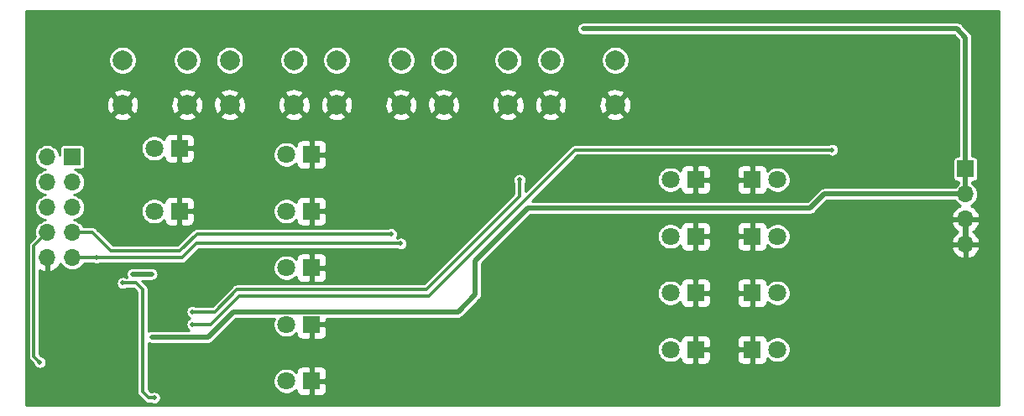
<source format=gbr>
G04 #@! TF.GenerationSoftware,KiCad,Pcbnew,(5.1.4)-1*
G04 #@! TF.CreationDate,2020-07-08T20:51:49+02:00*
G04 #@! TF.ProjectId,SBIO3,5342494f-332e-46b6-9963-61645f706362,rev?*
G04 #@! TF.SameCoordinates,Original*
G04 #@! TF.FileFunction,Copper,L2,Bot*
G04 #@! TF.FilePolarity,Positive*
%FSLAX46Y46*%
G04 Gerber Fmt 4.6, Leading zero omitted, Abs format (unit mm)*
G04 Created by KiCad (PCBNEW (5.1.4)-1) date 2020-07-08 20:51:49*
%MOMM*%
%LPD*%
G04 APERTURE LIST*
%ADD10C,1.800000*%
%ADD11R,1.800000X1.800000*%
%ADD12O,1.700000X1.700000*%
%ADD13R,1.700000X1.700000*%
%ADD14C,2.000000*%
%ADD15C,0.500000*%
%ADD16C,0.300000*%
%ADD17C,0.500000*%
%ADD18C,0.254000*%
G04 APERTURE END LIST*
D10*
X87376000Y-151130000D03*
D11*
X89916000Y-151130000D03*
D10*
X87376000Y-157480000D03*
D11*
X89916000Y-157480000D03*
D12*
X169227500Y-160845500D03*
X169227500Y-158305500D03*
X169227500Y-155765500D03*
D13*
X169227500Y-153225500D03*
D12*
X76581000Y-162179000D03*
X79121000Y-162179000D03*
X76581000Y-159639000D03*
X79121000Y-159639000D03*
X76581000Y-157099000D03*
X79121000Y-157099000D03*
X76581000Y-154559000D03*
X79121000Y-154559000D03*
X76581000Y-152019000D03*
D13*
X79121000Y-152019000D03*
D14*
X133881000Y-142240000D03*
X133881000Y-146740000D03*
X127381000Y-142240000D03*
X127381000Y-146740000D03*
D11*
X103251000Y-174625000D03*
D10*
X100711000Y-174625000D03*
X100711000Y-168910000D03*
D11*
X103251000Y-168910000D03*
D10*
X100711000Y-157480000D03*
D11*
X103251000Y-157480000D03*
D10*
X139446000Y-154305000D03*
D11*
X141986000Y-154305000D03*
X147701000Y-165735000D03*
D10*
X150241000Y-165735000D03*
D14*
X123086000Y-142240000D03*
X123086000Y-146740000D03*
X116586000Y-142240000D03*
X116586000Y-146740000D03*
X84201000Y-146740000D03*
X84201000Y-142240000D03*
X90701000Y-146740000D03*
X90701000Y-142240000D03*
X112291000Y-142240000D03*
X112291000Y-146740000D03*
X105791000Y-142240000D03*
X105791000Y-146740000D03*
X94996000Y-146740000D03*
X94996000Y-142240000D03*
X101496000Y-146740000D03*
X101496000Y-142240000D03*
D10*
X100711000Y-163195000D03*
D11*
X103251000Y-163195000D03*
D10*
X150241000Y-154305000D03*
D11*
X147701000Y-154305000D03*
X141986000Y-165735000D03*
D10*
X139446000Y-165735000D03*
D11*
X147701000Y-171450000D03*
D10*
X150241000Y-171450000D03*
D11*
X141986000Y-171450000D03*
D10*
X139446000Y-171450000D03*
D11*
X147701000Y-160020000D03*
D10*
X150241000Y-160020000D03*
X139446000Y-160020000D03*
D11*
X141986000Y-160020000D03*
D10*
X100711000Y-151765000D03*
D11*
X103251000Y-151765000D03*
D15*
X162941000Y-170561000D03*
X163449000Y-160337500D03*
X155829000Y-145288000D03*
X140589000Y-143573500D03*
X78359000Y-170180000D03*
X87122000Y-170180000D03*
X85217000Y-163830000D03*
X87122000Y-163830000D03*
X119761000Y-164465000D03*
X130683000Y-139065000D03*
X112251000Y-160760000D03*
X81580000Y-162179000D03*
X75851000Y-172730000D03*
X111301000Y-159770000D03*
X155771000Y-151290000D03*
X91241000Y-168910000D03*
X91241000Y-167640000D03*
X124251000Y-154320000D03*
X87391000Y-176320000D03*
X84231000Y-164740000D03*
D16*
X147701000Y-165735000D02*
X147701000Y-171450000D01*
D17*
X169227500Y-158305500D02*
X169227500Y-160845500D01*
D16*
X141986000Y-165735000D02*
X141986000Y-171450000D01*
X147701000Y-160020000D02*
X147701000Y-165735000D01*
X141986000Y-160020000D02*
X141986000Y-165735000D01*
D17*
X92837000Y-170180000D02*
X87122000Y-170180000D01*
X118046500Y-167640000D02*
X95377000Y-167640000D01*
X154940000Y-155765500D02*
X153543000Y-157162500D01*
X119761000Y-165925500D02*
X118046500Y-167640000D01*
X169227500Y-155765500D02*
X154940000Y-155765500D01*
X169227500Y-139954000D02*
X168338500Y-139065000D01*
X169227500Y-153225500D02*
X169227500Y-139954000D01*
X125095000Y-157162500D02*
X119761000Y-162496500D01*
X87122000Y-163830000D02*
X85217000Y-163830000D01*
X95377000Y-167640000D02*
X92837000Y-170180000D01*
X168338500Y-139065000D02*
X130683000Y-139065000D01*
X169227500Y-153225500D02*
X169227500Y-155765500D01*
X119761000Y-164465000D02*
X119761000Y-165925500D01*
X119761000Y-162496500D02*
X119761000Y-164465000D01*
X153543000Y-157162500D02*
X125095000Y-157162500D01*
D16*
X81580000Y-162179000D02*
X90202000Y-162179000D01*
X91621000Y-160760000D02*
X112251000Y-160760000D01*
X79121000Y-162179000D02*
X81580000Y-162179000D01*
X90202000Y-162179000D02*
X91621000Y-160760000D01*
X76581000Y-159650000D02*
X75261000Y-160970000D01*
X75261000Y-160970000D02*
X75261000Y-172140000D01*
X75261000Y-172140000D02*
X75851000Y-172730000D01*
X76581000Y-159639000D02*
X76581000Y-159650000D01*
X79121000Y-159639000D02*
X81180000Y-159639000D01*
X91691000Y-159770000D02*
X111301000Y-159770000D01*
X83051000Y-161510000D02*
X89951000Y-161510000D01*
X89951000Y-161510000D02*
X91691000Y-159770000D01*
X81180000Y-159639000D02*
X83051000Y-161510000D01*
X91241000Y-168910000D02*
X93111000Y-168910000D01*
X129861000Y-151290000D02*
X155771000Y-151290000D01*
X93111000Y-168910000D02*
X95981000Y-166040000D01*
X95981000Y-166040000D02*
X115111000Y-166040000D01*
X115111000Y-166040000D02*
X129861000Y-151290000D01*
X91241000Y-167640000D02*
X93481000Y-167640000D01*
X114861000Y-165390000D02*
X124251000Y-156000000D01*
X124251000Y-156000000D02*
X124251000Y-154320000D01*
X95731000Y-165390000D02*
X114861000Y-165390000D01*
X93481000Y-167640000D02*
X95731000Y-165390000D01*
X86231000Y-175720000D02*
X86831000Y-176320000D01*
X86231000Y-175130000D02*
X86231000Y-175720000D01*
X86831000Y-176320000D02*
X87391000Y-176320000D01*
X86231000Y-165420000D02*
X86231000Y-175130000D01*
X85551000Y-164740000D02*
X86231000Y-165420000D01*
X84961000Y-164740000D02*
X85551000Y-164740000D01*
X84231000Y-164740000D02*
X84961000Y-164740000D01*
D18*
G36*
X172593000Y-177038000D02*
G01*
X74422000Y-177038000D01*
X74422000Y-160970000D01*
X74681210Y-160970000D01*
X74684000Y-160998331D01*
X74684001Y-172111659D01*
X74681210Y-172140000D01*
X74692349Y-172253111D01*
X74719325Y-172342035D01*
X74725344Y-172361876D01*
X74778922Y-172462115D01*
X74794214Y-172480748D01*
X74832963Y-172527964D01*
X74832966Y-172527967D01*
X74851027Y-172549974D01*
X74873033Y-172568034D01*
X75191957Y-172886959D01*
X75200016Y-172927474D01*
X75251050Y-173050680D01*
X75325140Y-173161563D01*
X75419437Y-173255860D01*
X75530320Y-173329950D01*
X75653526Y-173380984D01*
X75784321Y-173407000D01*
X75917679Y-173407000D01*
X76048474Y-173380984D01*
X76171680Y-173329950D01*
X76282563Y-173255860D01*
X76376860Y-173161563D01*
X76450950Y-173050680D01*
X76501984Y-172927474D01*
X76528000Y-172796679D01*
X76528000Y-172663321D01*
X76501984Y-172532526D01*
X76450950Y-172409320D01*
X76376860Y-172298437D01*
X76282563Y-172204140D01*
X76171680Y-172130050D01*
X76048474Y-172079016D01*
X76007959Y-172070957D01*
X75838000Y-171900999D01*
X75838000Y-164673321D01*
X83554000Y-164673321D01*
X83554000Y-164806679D01*
X83580016Y-164937474D01*
X83631050Y-165060680D01*
X83705140Y-165171563D01*
X83799437Y-165265860D01*
X83910320Y-165339950D01*
X84033526Y-165390984D01*
X84164321Y-165417000D01*
X84297679Y-165417000D01*
X84428474Y-165390984D01*
X84551680Y-165339950D01*
X84586027Y-165317000D01*
X85311999Y-165317000D01*
X85654000Y-165659002D01*
X85654001Y-175101655D01*
X85654000Y-175101665D01*
X85654000Y-175691669D01*
X85651210Y-175720000D01*
X85662349Y-175833111D01*
X85675897Y-175877770D01*
X85695343Y-175941876D01*
X85748922Y-176042115D01*
X85779840Y-176079788D01*
X85802963Y-176107964D01*
X85802966Y-176107967D01*
X85821027Y-176129974D01*
X85843033Y-176148034D01*
X86402965Y-176707967D01*
X86421026Y-176729974D01*
X86443033Y-176748035D01*
X86443035Y-176748037D01*
X86462980Y-176764405D01*
X86508885Y-176802079D01*
X86609124Y-176855657D01*
X86717888Y-176888650D01*
X86802664Y-176897000D01*
X86802670Y-176897000D01*
X86830999Y-176899790D01*
X86859328Y-176897000D01*
X87035973Y-176897000D01*
X87070320Y-176919950D01*
X87193526Y-176970984D01*
X87324321Y-176997000D01*
X87457679Y-176997000D01*
X87588474Y-176970984D01*
X87711680Y-176919950D01*
X87822563Y-176845860D01*
X87916860Y-176751563D01*
X87990950Y-176640680D01*
X88041984Y-176517474D01*
X88068000Y-176386679D01*
X88068000Y-176253321D01*
X88041984Y-176122526D01*
X87990950Y-175999320D01*
X87916860Y-175888437D01*
X87822563Y-175794140D01*
X87711680Y-175720050D01*
X87588474Y-175669016D01*
X87457679Y-175643000D01*
X87324321Y-175643000D01*
X87193526Y-175669016D01*
X87070320Y-175720050D01*
X87056372Y-175729370D01*
X86808000Y-175480999D01*
X86808000Y-174494302D01*
X99384000Y-174494302D01*
X99384000Y-174755698D01*
X99434996Y-175012072D01*
X99535028Y-175253570D01*
X99680252Y-175470913D01*
X99865087Y-175655748D01*
X100082430Y-175800972D01*
X100323928Y-175901004D01*
X100580302Y-175952000D01*
X100841698Y-175952000D01*
X101098072Y-175901004D01*
X101339570Y-175800972D01*
X101556913Y-175655748D01*
X101713055Y-175499606D01*
X101712928Y-175525000D01*
X101725188Y-175649482D01*
X101761498Y-175769180D01*
X101820463Y-175879494D01*
X101899815Y-175976185D01*
X101996506Y-176055537D01*
X102106820Y-176114502D01*
X102226518Y-176150812D01*
X102351000Y-176163072D01*
X102965250Y-176160000D01*
X103124000Y-176001250D01*
X103124000Y-174752000D01*
X103378000Y-174752000D01*
X103378000Y-176001250D01*
X103536750Y-176160000D01*
X104151000Y-176163072D01*
X104275482Y-176150812D01*
X104395180Y-176114502D01*
X104505494Y-176055537D01*
X104602185Y-175976185D01*
X104681537Y-175879494D01*
X104740502Y-175769180D01*
X104776812Y-175649482D01*
X104789072Y-175525000D01*
X104786000Y-174910750D01*
X104627250Y-174752000D01*
X103378000Y-174752000D01*
X103124000Y-174752000D01*
X103104000Y-174752000D01*
X103104000Y-174498000D01*
X103124000Y-174498000D01*
X103124000Y-173248750D01*
X103378000Y-173248750D01*
X103378000Y-174498000D01*
X104627250Y-174498000D01*
X104786000Y-174339250D01*
X104789072Y-173725000D01*
X104776812Y-173600518D01*
X104740502Y-173480820D01*
X104681537Y-173370506D01*
X104602185Y-173273815D01*
X104505494Y-173194463D01*
X104395180Y-173135498D01*
X104275482Y-173099188D01*
X104151000Y-173086928D01*
X103536750Y-173090000D01*
X103378000Y-173248750D01*
X103124000Y-173248750D01*
X102965250Y-173090000D01*
X102351000Y-173086928D01*
X102226518Y-173099188D01*
X102106820Y-173135498D01*
X101996506Y-173194463D01*
X101899815Y-173273815D01*
X101820463Y-173370506D01*
X101761498Y-173480820D01*
X101725188Y-173600518D01*
X101712928Y-173725000D01*
X101713055Y-173750394D01*
X101556913Y-173594252D01*
X101339570Y-173449028D01*
X101098072Y-173348996D01*
X100841698Y-173298000D01*
X100580302Y-173298000D01*
X100323928Y-173348996D01*
X100082430Y-173449028D01*
X99865087Y-173594252D01*
X99680252Y-173779087D01*
X99535028Y-173996430D01*
X99434996Y-174237928D01*
X99384000Y-174494302D01*
X86808000Y-174494302D01*
X86808000Y-171319302D01*
X138119000Y-171319302D01*
X138119000Y-171580698D01*
X138169996Y-171837072D01*
X138270028Y-172078570D01*
X138415252Y-172295913D01*
X138600087Y-172480748D01*
X138817430Y-172625972D01*
X139058928Y-172726004D01*
X139315302Y-172777000D01*
X139576698Y-172777000D01*
X139833072Y-172726004D01*
X140074570Y-172625972D01*
X140291913Y-172480748D01*
X140448055Y-172324606D01*
X140447928Y-172350000D01*
X140460188Y-172474482D01*
X140496498Y-172594180D01*
X140555463Y-172704494D01*
X140634815Y-172801185D01*
X140731506Y-172880537D01*
X140841820Y-172939502D01*
X140961518Y-172975812D01*
X141086000Y-172988072D01*
X141700250Y-172985000D01*
X141859000Y-172826250D01*
X141859000Y-171577000D01*
X142113000Y-171577000D01*
X142113000Y-172826250D01*
X142271750Y-172985000D01*
X142886000Y-172988072D01*
X143010482Y-172975812D01*
X143130180Y-172939502D01*
X143240494Y-172880537D01*
X143337185Y-172801185D01*
X143416537Y-172704494D01*
X143475502Y-172594180D01*
X143511812Y-172474482D01*
X143524072Y-172350000D01*
X146162928Y-172350000D01*
X146175188Y-172474482D01*
X146211498Y-172594180D01*
X146270463Y-172704494D01*
X146349815Y-172801185D01*
X146446506Y-172880537D01*
X146556820Y-172939502D01*
X146676518Y-172975812D01*
X146801000Y-172988072D01*
X147415250Y-172985000D01*
X147574000Y-172826250D01*
X147574000Y-171577000D01*
X146324750Y-171577000D01*
X146166000Y-171735750D01*
X146162928Y-172350000D01*
X143524072Y-172350000D01*
X143521000Y-171735750D01*
X143362250Y-171577000D01*
X142113000Y-171577000D01*
X141859000Y-171577000D01*
X141839000Y-171577000D01*
X141839000Y-171323000D01*
X141859000Y-171323000D01*
X141859000Y-170073750D01*
X142113000Y-170073750D01*
X142113000Y-171323000D01*
X143362250Y-171323000D01*
X143521000Y-171164250D01*
X143524072Y-170550000D01*
X146162928Y-170550000D01*
X146166000Y-171164250D01*
X146324750Y-171323000D01*
X147574000Y-171323000D01*
X147574000Y-170073750D01*
X147828000Y-170073750D01*
X147828000Y-171323000D01*
X147848000Y-171323000D01*
X147848000Y-171577000D01*
X147828000Y-171577000D01*
X147828000Y-172826250D01*
X147986750Y-172985000D01*
X148601000Y-172988072D01*
X148725482Y-172975812D01*
X148845180Y-172939502D01*
X148955494Y-172880537D01*
X149052185Y-172801185D01*
X149131537Y-172704494D01*
X149190502Y-172594180D01*
X149226812Y-172474482D01*
X149239072Y-172350000D01*
X149238945Y-172324606D01*
X149395087Y-172480748D01*
X149612430Y-172625972D01*
X149853928Y-172726004D01*
X150110302Y-172777000D01*
X150371698Y-172777000D01*
X150628072Y-172726004D01*
X150869570Y-172625972D01*
X151086913Y-172480748D01*
X151271748Y-172295913D01*
X151416972Y-172078570D01*
X151517004Y-171837072D01*
X151568000Y-171580698D01*
X151568000Y-171319302D01*
X151517004Y-171062928D01*
X151416972Y-170821430D01*
X151271748Y-170604087D01*
X151086913Y-170419252D01*
X150869570Y-170274028D01*
X150628072Y-170173996D01*
X150371698Y-170123000D01*
X150110302Y-170123000D01*
X149853928Y-170173996D01*
X149612430Y-170274028D01*
X149395087Y-170419252D01*
X149238945Y-170575394D01*
X149239072Y-170550000D01*
X149226812Y-170425518D01*
X149190502Y-170305820D01*
X149131537Y-170195506D01*
X149052185Y-170098815D01*
X148955494Y-170019463D01*
X148845180Y-169960498D01*
X148725482Y-169924188D01*
X148601000Y-169911928D01*
X147986750Y-169915000D01*
X147828000Y-170073750D01*
X147574000Y-170073750D01*
X147415250Y-169915000D01*
X146801000Y-169911928D01*
X146676518Y-169924188D01*
X146556820Y-169960498D01*
X146446506Y-170019463D01*
X146349815Y-170098815D01*
X146270463Y-170195506D01*
X146211498Y-170305820D01*
X146175188Y-170425518D01*
X146162928Y-170550000D01*
X143524072Y-170550000D01*
X143511812Y-170425518D01*
X143475502Y-170305820D01*
X143416537Y-170195506D01*
X143337185Y-170098815D01*
X143240494Y-170019463D01*
X143130180Y-169960498D01*
X143010482Y-169924188D01*
X142886000Y-169911928D01*
X142271750Y-169915000D01*
X142113000Y-170073750D01*
X141859000Y-170073750D01*
X141700250Y-169915000D01*
X141086000Y-169911928D01*
X140961518Y-169924188D01*
X140841820Y-169960498D01*
X140731506Y-170019463D01*
X140634815Y-170098815D01*
X140555463Y-170195506D01*
X140496498Y-170305820D01*
X140460188Y-170425518D01*
X140447928Y-170550000D01*
X140448055Y-170575394D01*
X140291913Y-170419252D01*
X140074570Y-170274028D01*
X139833072Y-170173996D01*
X139576698Y-170123000D01*
X139315302Y-170123000D01*
X139058928Y-170173996D01*
X138817430Y-170274028D01*
X138600087Y-170419252D01*
X138415252Y-170604087D01*
X138270028Y-170821430D01*
X138169996Y-171062928D01*
X138119000Y-171319302D01*
X86808000Y-171319302D01*
X86808000Y-170782717D01*
X86832208Y-170792744D01*
X86861670Y-170808492D01*
X86893636Y-170818189D01*
X86924526Y-170830984D01*
X86957315Y-170837506D01*
X86989285Y-170847204D01*
X87022536Y-170850479D01*
X87055321Y-170857000D01*
X92803755Y-170857000D01*
X92837000Y-170860274D01*
X92870245Y-170857000D01*
X92870252Y-170857000D01*
X92969715Y-170847204D01*
X93097330Y-170808492D01*
X93214941Y-170745628D01*
X93318027Y-170661027D01*
X93339226Y-170635196D01*
X95657422Y-168317000D01*
X99520294Y-168317000D01*
X99434996Y-168522928D01*
X99384000Y-168779302D01*
X99384000Y-169040698D01*
X99434996Y-169297072D01*
X99535028Y-169538570D01*
X99680252Y-169755913D01*
X99865087Y-169940748D01*
X100082430Y-170085972D01*
X100323928Y-170186004D01*
X100580302Y-170237000D01*
X100841698Y-170237000D01*
X101098072Y-170186004D01*
X101339570Y-170085972D01*
X101556913Y-169940748D01*
X101713055Y-169784606D01*
X101712928Y-169810000D01*
X101725188Y-169934482D01*
X101761498Y-170054180D01*
X101820463Y-170164494D01*
X101899815Y-170261185D01*
X101996506Y-170340537D01*
X102106820Y-170399502D01*
X102226518Y-170435812D01*
X102351000Y-170448072D01*
X102965250Y-170445000D01*
X103124000Y-170286250D01*
X103124000Y-169037000D01*
X103378000Y-169037000D01*
X103378000Y-170286250D01*
X103536750Y-170445000D01*
X104151000Y-170448072D01*
X104275482Y-170435812D01*
X104395180Y-170399502D01*
X104505494Y-170340537D01*
X104602185Y-170261185D01*
X104681537Y-170164494D01*
X104740502Y-170054180D01*
X104776812Y-169934482D01*
X104789072Y-169810000D01*
X104786000Y-169195750D01*
X104627250Y-169037000D01*
X103378000Y-169037000D01*
X103124000Y-169037000D01*
X103104000Y-169037000D01*
X103104000Y-168783000D01*
X103124000Y-168783000D01*
X103124000Y-168763000D01*
X103378000Y-168763000D01*
X103378000Y-168783000D01*
X104627250Y-168783000D01*
X104786000Y-168624250D01*
X104787537Y-168317000D01*
X118013255Y-168317000D01*
X118046500Y-168320274D01*
X118079745Y-168317000D01*
X118079752Y-168317000D01*
X118179215Y-168307204D01*
X118306830Y-168268492D01*
X118424441Y-168205628D01*
X118527527Y-168121027D01*
X118548726Y-168095196D01*
X120216196Y-166427726D01*
X120242027Y-166406527D01*
X120326628Y-166303441D01*
X120389492Y-166185830D01*
X120428204Y-166058215D01*
X120438000Y-165958752D01*
X120438000Y-165958743D01*
X120441274Y-165925501D01*
X120438000Y-165892259D01*
X120438000Y-165604302D01*
X138119000Y-165604302D01*
X138119000Y-165865698D01*
X138169996Y-166122072D01*
X138270028Y-166363570D01*
X138415252Y-166580913D01*
X138600087Y-166765748D01*
X138817430Y-166910972D01*
X139058928Y-167011004D01*
X139315302Y-167062000D01*
X139576698Y-167062000D01*
X139833072Y-167011004D01*
X140074570Y-166910972D01*
X140291913Y-166765748D01*
X140448055Y-166609606D01*
X140447928Y-166635000D01*
X140460188Y-166759482D01*
X140496498Y-166879180D01*
X140555463Y-166989494D01*
X140634815Y-167086185D01*
X140731506Y-167165537D01*
X140841820Y-167224502D01*
X140961518Y-167260812D01*
X141086000Y-167273072D01*
X141700250Y-167270000D01*
X141859000Y-167111250D01*
X141859000Y-165862000D01*
X142113000Y-165862000D01*
X142113000Y-167111250D01*
X142271750Y-167270000D01*
X142886000Y-167273072D01*
X143010482Y-167260812D01*
X143130180Y-167224502D01*
X143240494Y-167165537D01*
X143337185Y-167086185D01*
X143416537Y-166989494D01*
X143475502Y-166879180D01*
X143511812Y-166759482D01*
X143524072Y-166635000D01*
X146162928Y-166635000D01*
X146175188Y-166759482D01*
X146211498Y-166879180D01*
X146270463Y-166989494D01*
X146349815Y-167086185D01*
X146446506Y-167165537D01*
X146556820Y-167224502D01*
X146676518Y-167260812D01*
X146801000Y-167273072D01*
X147415250Y-167270000D01*
X147574000Y-167111250D01*
X147574000Y-165862000D01*
X146324750Y-165862000D01*
X146166000Y-166020750D01*
X146162928Y-166635000D01*
X143524072Y-166635000D01*
X143521000Y-166020750D01*
X143362250Y-165862000D01*
X142113000Y-165862000D01*
X141859000Y-165862000D01*
X141839000Y-165862000D01*
X141839000Y-165608000D01*
X141859000Y-165608000D01*
X141859000Y-164358750D01*
X142113000Y-164358750D01*
X142113000Y-165608000D01*
X143362250Y-165608000D01*
X143521000Y-165449250D01*
X143524072Y-164835000D01*
X146162928Y-164835000D01*
X146166000Y-165449250D01*
X146324750Y-165608000D01*
X147574000Y-165608000D01*
X147574000Y-164358750D01*
X147828000Y-164358750D01*
X147828000Y-165608000D01*
X147848000Y-165608000D01*
X147848000Y-165862000D01*
X147828000Y-165862000D01*
X147828000Y-167111250D01*
X147986750Y-167270000D01*
X148601000Y-167273072D01*
X148725482Y-167260812D01*
X148845180Y-167224502D01*
X148955494Y-167165537D01*
X149052185Y-167086185D01*
X149131537Y-166989494D01*
X149190502Y-166879180D01*
X149226812Y-166759482D01*
X149239072Y-166635000D01*
X149238945Y-166609606D01*
X149395087Y-166765748D01*
X149612430Y-166910972D01*
X149853928Y-167011004D01*
X150110302Y-167062000D01*
X150371698Y-167062000D01*
X150628072Y-167011004D01*
X150869570Y-166910972D01*
X151086913Y-166765748D01*
X151271748Y-166580913D01*
X151416972Y-166363570D01*
X151517004Y-166122072D01*
X151568000Y-165865698D01*
X151568000Y-165604302D01*
X151517004Y-165347928D01*
X151416972Y-165106430D01*
X151271748Y-164889087D01*
X151086913Y-164704252D01*
X150869570Y-164559028D01*
X150628072Y-164458996D01*
X150371698Y-164408000D01*
X150110302Y-164408000D01*
X149853928Y-164458996D01*
X149612430Y-164559028D01*
X149395087Y-164704252D01*
X149238945Y-164860394D01*
X149239072Y-164835000D01*
X149226812Y-164710518D01*
X149190502Y-164590820D01*
X149131537Y-164480506D01*
X149052185Y-164383815D01*
X148955494Y-164304463D01*
X148845180Y-164245498D01*
X148725482Y-164209188D01*
X148601000Y-164196928D01*
X147986750Y-164200000D01*
X147828000Y-164358750D01*
X147574000Y-164358750D01*
X147415250Y-164200000D01*
X146801000Y-164196928D01*
X146676518Y-164209188D01*
X146556820Y-164245498D01*
X146446506Y-164304463D01*
X146349815Y-164383815D01*
X146270463Y-164480506D01*
X146211498Y-164590820D01*
X146175188Y-164710518D01*
X146162928Y-164835000D01*
X143524072Y-164835000D01*
X143511812Y-164710518D01*
X143475502Y-164590820D01*
X143416537Y-164480506D01*
X143337185Y-164383815D01*
X143240494Y-164304463D01*
X143130180Y-164245498D01*
X143010482Y-164209188D01*
X142886000Y-164196928D01*
X142271750Y-164200000D01*
X142113000Y-164358750D01*
X141859000Y-164358750D01*
X141700250Y-164200000D01*
X141086000Y-164196928D01*
X140961518Y-164209188D01*
X140841820Y-164245498D01*
X140731506Y-164304463D01*
X140634815Y-164383815D01*
X140555463Y-164480506D01*
X140496498Y-164590820D01*
X140460188Y-164710518D01*
X140447928Y-164835000D01*
X140448055Y-164860394D01*
X140291913Y-164704252D01*
X140074570Y-164559028D01*
X139833072Y-164458996D01*
X139576698Y-164408000D01*
X139315302Y-164408000D01*
X139058928Y-164458996D01*
X138817430Y-164559028D01*
X138600087Y-164704252D01*
X138415252Y-164889087D01*
X138270028Y-165106430D01*
X138169996Y-165347928D01*
X138119000Y-165604302D01*
X120438000Y-165604302D01*
X120438000Y-162776922D01*
X123325620Y-159889302D01*
X138119000Y-159889302D01*
X138119000Y-160150698D01*
X138169996Y-160407072D01*
X138270028Y-160648570D01*
X138415252Y-160865913D01*
X138600087Y-161050748D01*
X138817430Y-161195972D01*
X139058928Y-161296004D01*
X139315302Y-161347000D01*
X139576698Y-161347000D01*
X139833072Y-161296004D01*
X140074570Y-161195972D01*
X140291913Y-161050748D01*
X140448055Y-160894606D01*
X140447928Y-160920000D01*
X140460188Y-161044482D01*
X140496498Y-161164180D01*
X140555463Y-161274494D01*
X140634815Y-161371185D01*
X140731506Y-161450537D01*
X140841820Y-161509502D01*
X140961518Y-161545812D01*
X141086000Y-161558072D01*
X141700250Y-161555000D01*
X141859000Y-161396250D01*
X141859000Y-160147000D01*
X142113000Y-160147000D01*
X142113000Y-161396250D01*
X142271750Y-161555000D01*
X142886000Y-161558072D01*
X143010482Y-161545812D01*
X143130180Y-161509502D01*
X143240494Y-161450537D01*
X143337185Y-161371185D01*
X143416537Y-161274494D01*
X143475502Y-161164180D01*
X143511812Y-161044482D01*
X143524072Y-160920000D01*
X146162928Y-160920000D01*
X146175188Y-161044482D01*
X146211498Y-161164180D01*
X146270463Y-161274494D01*
X146349815Y-161371185D01*
X146446506Y-161450537D01*
X146556820Y-161509502D01*
X146676518Y-161545812D01*
X146801000Y-161558072D01*
X147415250Y-161555000D01*
X147574000Y-161396250D01*
X147574000Y-160147000D01*
X146324750Y-160147000D01*
X146166000Y-160305750D01*
X146162928Y-160920000D01*
X143524072Y-160920000D01*
X143521000Y-160305750D01*
X143362250Y-160147000D01*
X142113000Y-160147000D01*
X141859000Y-160147000D01*
X141839000Y-160147000D01*
X141839000Y-159893000D01*
X141859000Y-159893000D01*
X141859000Y-158643750D01*
X142113000Y-158643750D01*
X142113000Y-159893000D01*
X143362250Y-159893000D01*
X143521000Y-159734250D01*
X143524072Y-159120000D01*
X146162928Y-159120000D01*
X146166000Y-159734250D01*
X146324750Y-159893000D01*
X147574000Y-159893000D01*
X147574000Y-158643750D01*
X147828000Y-158643750D01*
X147828000Y-159893000D01*
X147848000Y-159893000D01*
X147848000Y-160147000D01*
X147828000Y-160147000D01*
X147828000Y-161396250D01*
X147986750Y-161555000D01*
X148601000Y-161558072D01*
X148725482Y-161545812D01*
X148845180Y-161509502D01*
X148955494Y-161450537D01*
X149052185Y-161371185D01*
X149131537Y-161274494D01*
X149190502Y-161164180D01*
X149226812Y-161044482D01*
X149239072Y-160920000D01*
X149238945Y-160894606D01*
X149395087Y-161050748D01*
X149612430Y-161195972D01*
X149853928Y-161296004D01*
X150110302Y-161347000D01*
X150371698Y-161347000D01*
X150628072Y-161296004D01*
X150854075Y-161202390D01*
X167786024Y-161202390D01*
X167830675Y-161349599D01*
X167955859Y-161612420D01*
X168129912Y-161845769D01*
X168346145Y-162040678D01*
X168596248Y-162189657D01*
X168870609Y-162286981D01*
X169100500Y-162166314D01*
X169100500Y-160972500D01*
X169354500Y-160972500D01*
X169354500Y-162166314D01*
X169584391Y-162286981D01*
X169858752Y-162189657D01*
X170108855Y-162040678D01*
X170325088Y-161845769D01*
X170499141Y-161612420D01*
X170624325Y-161349599D01*
X170668976Y-161202390D01*
X170547655Y-160972500D01*
X169354500Y-160972500D01*
X169100500Y-160972500D01*
X167907345Y-160972500D01*
X167786024Y-161202390D01*
X150854075Y-161202390D01*
X150869570Y-161195972D01*
X151086913Y-161050748D01*
X151271748Y-160865913D01*
X151416972Y-160648570D01*
X151517004Y-160407072D01*
X151568000Y-160150698D01*
X151568000Y-159889302D01*
X151517004Y-159632928D01*
X151416972Y-159391430D01*
X151271748Y-159174087D01*
X151086913Y-158989252D01*
X150869570Y-158844028D01*
X150628072Y-158743996D01*
X150371698Y-158693000D01*
X150110302Y-158693000D01*
X149853928Y-158743996D01*
X149612430Y-158844028D01*
X149395087Y-158989252D01*
X149238945Y-159145394D01*
X149239072Y-159120000D01*
X149226812Y-158995518D01*
X149190502Y-158875820D01*
X149131537Y-158765506D01*
X149052185Y-158668815D01*
X149044357Y-158662390D01*
X167786024Y-158662390D01*
X167830675Y-158809599D01*
X167955859Y-159072420D01*
X168129912Y-159305769D01*
X168346145Y-159500678D01*
X168471755Y-159575500D01*
X168346145Y-159650322D01*
X168129912Y-159845231D01*
X167955859Y-160078580D01*
X167830675Y-160341401D01*
X167786024Y-160488610D01*
X167907345Y-160718500D01*
X169100500Y-160718500D01*
X169100500Y-158432500D01*
X169354500Y-158432500D01*
X169354500Y-160718500D01*
X170547655Y-160718500D01*
X170668976Y-160488610D01*
X170624325Y-160341401D01*
X170499141Y-160078580D01*
X170325088Y-159845231D01*
X170108855Y-159650322D01*
X169983245Y-159575500D01*
X170108855Y-159500678D01*
X170325088Y-159305769D01*
X170499141Y-159072420D01*
X170624325Y-158809599D01*
X170668976Y-158662390D01*
X170547655Y-158432500D01*
X169354500Y-158432500D01*
X169100500Y-158432500D01*
X167907345Y-158432500D01*
X167786024Y-158662390D01*
X149044357Y-158662390D01*
X148955494Y-158589463D01*
X148845180Y-158530498D01*
X148725482Y-158494188D01*
X148601000Y-158481928D01*
X147986750Y-158485000D01*
X147828000Y-158643750D01*
X147574000Y-158643750D01*
X147415250Y-158485000D01*
X146801000Y-158481928D01*
X146676518Y-158494188D01*
X146556820Y-158530498D01*
X146446506Y-158589463D01*
X146349815Y-158668815D01*
X146270463Y-158765506D01*
X146211498Y-158875820D01*
X146175188Y-158995518D01*
X146162928Y-159120000D01*
X143524072Y-159120000D01*
X143511812Y-158995518D01*
X143475502Y-158875820D01*
X143416537Y-158765506D01*
X143337185Y-158668815D01*
X143240494Y-158589463D01*
X143130180Y-158530498D01*
X143010482Y-158494188D01*
X142886000Y-158481928D01*
X142271750Y-158485000D01*
X142113000Y-158643750D01*
X141859000Y-158643750D01*
X141700250Y-158485000D01*
X141086000Y-158481928D01*
X140961518Y-158494188D01*
X140841820Y-158530498D01*
X140731506Y-158589463D01*
X140634815Y-158668815D01*
X140555463Y-158765506D01*
X140496498Y-158875820D01*
X140460188Y-158995518D01*
X140447928Y-159120000D01*
X140448055Y-159145394D01*
X140291913Y-158989252D01*
X140074570Y-158844028D01*
X139833072Y-158743996D01*
X139576698Y-158693000D01*
X139315302Y-158693000D01*
X139058928Y-158743996D01*
X138817430Y-158844028D01*
X138600087Y-158989252D01*
X138415252Y-159174087D01*
X138270028Y-159391430D01*
X138169996Y-159632928D01*
X138119000Y-159889302D01*
X123325620Y-159889302D01*
X125375422Y-157839500D01*
X153509755Y-157839500D01*
X153543000Y-157842774D01*
X153576245Y-157839500D01*
X153576252Y-157839500D01*
X153675715Y-157829704D01*
X153803330Y-157790992D01*
X153920941Y-157728128D01*
X154024027Y-157643527D01*
X154045226Y-157617696D01*
X155220422Y-156442500D01*
X168141389Y-156442500D01*
X168160576Y-156478396D01*
X168320156Y-156672844D01*
X168514604Y-156832424D01*
X168692150Y-156927324D01*
X168596248Y-156961343D01*
X168346145Y-157110322D01*
X168129912Y-157305231D01*
X167955859Y-157538580D01*
X167830675Y-157801401D01*
X167786024Y-157948610D01*
X167907345Y-158178500D01*
X169100500Y-158178500D01*
X169100500Y-158158500D01*
X169354500Y-158158500D01*
X169354500Y-158178500D01*
X170547655Y-158178500D01*
X170668976Y-157948610D01*
X170624325Y-157801401D01*
X170499141Y-157538580D01*
X170325088Y-157305231D01*
X170108855Y-157110322D01*
X169858752Y-156961343D01*
X169762850Y-156927324D01*
X169940396Y-156832424D01*
X170134844Y-156672844D01*
X170294424Y-156478396D01*
X170413002Y-156256551D01*
X170486022Y-156015836D01*
X170510678Y-155765500D01*
X170486022Y-155515164D01*
X170413002Y-155274449D01*
X170294424Y-155052604D01*
X170134844Y-154858156D01*
X169940396Y-154698576D01*
X169904500Y-154679389D01*
X169904500Y-154504566D01*
X170077500Y-154504566D01*
X170161207Y-154496322D01*
X170241696Y-154471905D01*
X170315876Y-154432255D01*
X170380895Y-154378895D01*
X170434255Y-154313876D01*
X170473905Y-154239696D01*
X170498322Y-154159207D01*
X170506566Y-154075500D01*
X170506566Y-152375500D01*
X170498322Y-152291793D01*
X170473905Y-152211304D01*
X170434255Y-152137124D01*
X170380895Y-152072105D01*
X170315876Y-152018745D01*
X170241696Y-151979095D01*
X170161207Y-151954678D01*
X170077500Y-151946434D01*
X169904500Y-151946434D01*
X169904500Y-139987252D01*
X169907775Y-139954000D01*
X169894704Y-139821285D01*
X169855992Y-139693670D01*
X169793128Y-139576059D01*
X169729724Y-139498801D01*
X169729722Y-139498799D01*
X169708527Y-139472973D01*
X169682701Y-139451778D01*
X168840726Y-138609804D01*
X168819527Y-138583973D01*
X168716441Y-138499372D01*
X168598830Y-138436508D01*
X168471215Y-138397796D01*
X168371752Y-138388000D01*
X168371745Y-138388000D01*
X168338500Y-138384726D01*
X168305255Y-138388000D01*
X130616321Y-138388000D01*
X130583536Y-138394521D01*
X130550285Y-138397796D01*
X130518315Y-138407494D01*
X130485526Y-138414016D01*
X130454636Y-138426811D01*
X130422670Y-138436508D01*
X130393208Y-138452256D01*
X130362320Y-138465050D01*
X130334524Y-138483623D01*
X130305059Y-138499372D01*
X130279231Y-138520568D01*
X130251437Y-138539140D01*
X130227801Y-138562776D01*
X130201973Y-138583973D01*
X130180778Y-138609799D01*
X130157140Y-138633437D01*
X130138568Y-138661231D01*
X130117372Y-138687059D01*
X130101623Y-138716524D01*
X130083050Y-138744320D01*
X130070256Y-138775208D01*
X130054508Y-138804670D01*
X130044811Y-138836636D01*
X130032016Y-138867526D01*
X130025494Y-138900315D01*
X130015796Y-138932285D01*
X130012521Y-138965536D01*
X130006000Y-138998321D01*
X130006000Y-139031748D01*
X130002725Y-139065000D01*
X130006000Y-139098252D01*
X130006000Y-139131679D01*
X130012521Y-139164464D01*
X130015796Y-139197715D01*
X130025494Y-139229685D01*
X130032016Y-139262474D01*
X130044811Y-139293364D01*
X130054508Y-139325330D01*
X130070256Y-139354792D01*
X130083050Y-139385680D01*
X130101623Y-139413476D01*
X130117372Y-139442941D01*
X130138568Y-139468769D01*
X130157140Y-139496563D01*
X130180778Y-139520201D01*
X130201973Y-139546027D01*
X130227799Y-139567222D01*
X130251437Y-139590860D01*
X130279231Y-139609432D01*
X130305059Y-139630628D01*
X130334524Y-139646377D01*
X130362320Y-139664950D01*
X130393208Y-139677744D01*
X130422670Y-139693492D01*
X130454636Y-139703189D01*
X130485526Y-139715984D01*
X130518315Y-139722506D01*
X130550285Y-139732204D01*
X130583536Y-139735479D01*
X130616321Y-139742000D01*
X168058078Y-139742000D01*
X168550501Y-140234424D01*
X168550500Y-151946434D01*
X168377500Y-151946434D01*
X168293793Y-151954678D01*
X168213304Y-151979095D01*
X168139124Y-152018745D01*
X168074105Y-152072105D01*
X168020745Y-152137124D01*
X167981095Y-152211304D01*
X167956678Y-152291793D01*
X167948434Y-152375500D01*
X167948434Y-154075500D01*
X167956678Y-154159207D01*
X167981095Y-154239696D01*
X168020745Y-154313876D01*
X168074105Y-154378895D01*
X168139124Y-154432255D01*
X168213304Y-154471905D01*
X168293793Y-154496322D01*
X168377500Y-154504566D01*
X168550501Y-154504566D01*
X168550501Y-154679389D01*
X168514604Y-154698576D01*
X168320156Y-154858156D01*
X168160576Y-155052604D01*
X168141389Y-155088500D01*
X154973241Y-155088500D01*
X154939999Y-155085226D01*
X154906757Y-155088500D01*
X154906748Y-155088500D01*
X154807285Y-155098296D01*
X154679670Y-155137008D01*
X154562059Y-155199872D01*
X154458973Y-155284473D01*
X154437774Y-155310304D01*
X153262578Y-156485500D01*
X125481502Y-156485500D01*
X127792700Y-154174302D01*
X138119000Y-154174302D01*
X138119000Y-154435698D01*
X138169996Y-154692072D01*
X138270028Y-154933570D01*
X138415252Y-155150913D01*
X138600087Y-155335748D01*
X138817430Y-155480972D01*
X139058928Y-155581004D01*
X139315302Y-155632000D01*
X139576698Y-155632000D01*
X139833072Y-155581004D01*
X140074570Y-155480972D01*
X140291913Y-155335748D01*
X140448055Y-155179606D01*
X140447928Y-155205000D01*
X140460188Y-155329482D01*
X140496498Y-155449180D01*
X140555463Y-155559494D01*
X140634815Y-155656185D01*
X140731506Y-155735537D01*
X140841820Y-155794502D01*
X140961518Y-155830812D01*
X141086000Y-155843072D01*
X141700250Y-155840000D01*
X141859000Y-155681250D01*
X141859000Y-154432000D01*
X142113000Y-154432000D01*
X142113000Y-155681250D01*
X142271750Y-155840000D01*
X142886000Y-155843072D01*
X143010482Y-155830812D01*
X143130180Y-155794502D01*
X143240494Y-155735537D01*
X143337185Y-155656185D01*
X143416537Y-155559494D01*
X143475502Y-155449180D01*
X143511812Y-155329482D01*
X143524072Y-155205000D01*
X146162928Y-155205000D01*
X146175188Y-155329482D01*
X146211498Y-155449180D01*
X146270463Y-155559494D01*
X146349815Y-155656185D01*
X146446506Y-155735537D01*
X146556820Y-155794502D01*
X146676518Y-155830812D01*
X146801000Y-155843072D01*
X147415250Y-155840000D01*
X147574000Y-155681250D01*
X147574000Y-154432000D01*
X146324750Y-154432000D01*
X146166000Y-154590750D01*
X146162928Y-155205000D01*
X143524072Y-155205000D01*
X143521000Y-154590750D01*
X143362250Y-154432000D01*
X142113000Y-154432000D01*
X141859000Y-154432000D01*
X141839000Y-154432000D01*
X141839000Y-154178000D01*
X141859000Y-154178000D01*
X141859000Y-152928750D01*
X142113000Y-152928750D01*
X142113000Y-154178000D01*
X143362250Y-154178000D01*
X143521000Y-154019250D01*
X143524072Y-153405000D01*
X146162928Y-153405000D01*
X146166000Y-154019250D01*
X146324750Y-154178000D01*
X147574000Y-154178000D01*
X147574000Y-152928750D01*
X147828000Y-152928750D01*
X147828000Y-154178000D01*
X147848000Y-154178000D01*
X147848000Y-154432000D01*
X147828000Y-154432000D01*
X147828000Y-155681250D01*
X147986750Y-155840000D01*
X148601000Y-155843072D01*
X148725482Y-155830812D01*
X148845180Y-155794502D01*
X148955494Y-155735537D01*
X149052185Y-155656185D01*
X149131537Y-155559494D01*
X149190502Y-155449180D01*
X149226812Y-155329482D01*
X149239072Y-155205000D01*
X149238945Y-155179606D01*
X149395087Y-155335748D01*
X149612430Y-155480972D01*
X149853928Y-155581004D01*
X150110302Y-155632000D01*
X150371698Y-155632000D01*
X150628072Y-155581004D01*
X150869570Y-155480972D01*
X151086913Y-155335748D01*
X151271748Y-155150913D01*
X151416972Y-154933570D01*
X151517004Y-154692072D01*
X151568000Y-154435698D01*
X151568000Y-154174302D01*
X151517004Y-153917928D01*
X151416972Y-153676430D01*
X151271748Y-153459087D01*
X151086913Y-153274252D01*
X150869570Y-153129028D01*
X150628072Y-153028996D01*
X150371698Y-152978000D01*
X150110302Y-152978000D01*
X149853928Y-153028996D01*
X149612430Y-153129028D01*
X149395087Y-153274252D01*
X149238945Y-153430394D01*
X149239072Y-153405000D01*
X149226812Y-153280518D01*
X149190502Y-153160820D01*
X149131537Y-153050506D01*
X149052185Y-152953815D01*
X148955494Y-152874463D01*
X148845180Y-152815498D01*
X148725482Y-152779188D01*
X148601000Y-152766928D01*
X147986750Y-152770000D01*
X147828000Y-152928750D01*
X147574000Y-152928750D01*
X147415250Y-152770000D01*
X146801000Y-152766928D01*
X146676518Y-152779188D01*
X146556820Y-152815498D01*
X146446506Y-152874463D01*
X146349815Y-152953815D01*
X146270463Y-153050506D01*
X146211498Y-153160820D01*
X146175188Y-153280518D01*
X146162928Y-153405000D01*
X143524072Y-153405000D01*
X143511812Y-153280518D01*
X143475502Y-153160820D01*
X143416537Y-153050506D01*
X143337185Y-152953815D01*
X143240494Y-152874463D01*
X143130180Y-152815498D01*
X143010482Y-152779188D01*
X142886000Y-152766928D01*
X142271750Y-152770000D01*
X142113000Y-152928750D01*
X141859000Y-152928750D01*
X141700250Y-152770000D01*
X141086000Y-152766928D01*
X140961518Y-152779188D01*
X140841820Y-152815498D01*
X140731506Y-152874463D01*
X140634815Y-152953815D01*
X140555463Y-153050506D01*
X140496498Y-153160820D01*
X140460188Y-153280518D01*
X140447928Y-153405000D01*
X140448055Y-153430394D01*
X140291913Y-153274252D01*
X140074570Y-153129028D01*
X139833072Y-153028996D01*
X139576698Y-152978000D01*
X139315302Y-152978000D01*
X139058928Y-153028996D01*
X138817430Y-153129028D01*
X138600087Y-153274252D01*
X138415252Y-153459087D01*
X138270028Y-153676430D01*
X138169996Y-153917928D01*
X138119000Y-154174302D01*
X127792700Y-154174302D01*
X130100002Y-151867000D01*
X155415973Y-151867000D01*
X155450320Y-151889950D01*
X155573526Y-151940984D01*
X155704321Y-151967000D01*
X155837679Y-151967000D01*
X155968474Y-151940984D01*
X156091680Y-151889950D01*
X156202563Y-151815860D01*
X156296860Y-151721563D01*
X156370950Y-151610680D01*
X156421984Y-151487474D01*
X156448000Y-151356679D01*
X156448000Y-151223321D01*
X156421984Y-151092526D01*
X156370950Y-150969320D01*
X156296860Y-150858437D01*
X156202563Y-150764140D01*
X156091680Y-150690050D01*
X155968474Y-150639016D01*
X155837679Y-150613000D01*
X155704321Y-150613000D01*
X155573526Y-150639016D01*
X155450320Y-150690050D01*
X155415973Y-150713000D01*
X129889328Y-150713000D01*
X129860999Y-150710210D01*
X129832670Y-150713000D01*
X129832664Y-150713000D01*
X129747888Y-150721350D01*
X129639124Y-150754343D01*
X129538885Y-150807921D01*
X129507720Y-150833498D01*
X129473035Y-150861963D01*
X129473033Y-150861965D01*
X129451026Y-150880026D01*
X129432965Y-150902033D01*
X124828000Y-155506998D01*
X124828000Y-154675027D01*
X124850950Y-154640680D01*
X124901984Y-154517474D01*
X124928000Y-154386679D01*
X124928000Y-154253321D01*
X124901984Y-154122526D01*
X124850950Y-153999320D01*
X124776860Y-153888437D01*
X124682563Y-153794140D01*
X124571680Y-153720050D01*
X124448474Y-153669016D01*
X124317679Y-153643000D01*
X124184321Y-153643000D01*
X124053526Y-153669016D01*
X123930320Y-153720050D01*
X123819437Y-153794140D01*
X123725140Y-153888437D01*
X123651050Y-153999320D01*
X123600016Y-154122526D01*
X123574000Y-154253321D01*
X123574000Y-154386679D01*
X123600016Y-154517474D01*
X123651050Y-154640680D01*
X123674001Y-154675028D01*
X123674000Y-155760999D01*
X114621999Y-164813000D01*
X95759339Y-164813000D01*
X95731000Y-164810209D01*
X95617888Y-164821349D01*
X95509123Y-164854343D01*
X95483228Y-164868184D01*
X95408885Y-164907921D01*
X95321026Y-164980026D01*
X95302963Y-165002036D01*
X93241999Y-167063000D01*
X91596027Y-167063000D01*
X91561680Y-167040050D01*
X91438474Y-166989016D01*
X91307679Y-166963000D01*
X91174321Y-166963000D01*
X91043526Y-166989016D01*
X90920320Y-167040050D01*
X90809437Y-167114140D01*
X90715140Y-167208437D01*
X90641050Y-167319320D01*
X90590016Y-167442526D01*
X90564000Y-167573321D01*
X90564000Y-167706679D01*
X90590016Y-167837474D01*
X90641050Y-167960680D01*
X90715140Y-168071563D01*
X90809437Y-168165860D01*
X90920320Y-168239950D01*
X91004938Y-168275000D01*
X90920320Y-168310050D01*
X90809437Y-168384140D01*
X90715140Y-168478437D01*
X90641050Y-168589320D01*
X90590016Y-168712526D01*
X90564000Y-168843321D01*
X90564000Y-168976679D01*
X90590016Y-169107474D01*
X90641050Y-169230680D01*
X90715140Y-169341563D01*
X90809437Y-169435860D01*
X90909919Y-169503000D01*
X87055321Y-169503000D01*
X87022536Y-169509521D01*
X86989285Y-169512796D01*
X86957315Y-169522494D01*
X86924526Y-169529016D01*
X86893636Y-169541811D01*
X86861670Y-169551508D01*
X86832208Y-169567256D01*
X86808000Y-169577283D01*
X86808000Y-165448328D01*
X86810790Y-165419999D01*
X86808000Y-165391670D01*
X86808000Y-165391664D01*
X86799650Y-165306888D01*
X86766657Y-165198124D01*
X86713079Y-165097885D01*
X86640974Y-165010026D01*
X86618968Y-164991966D01*
X86134001Y-164507000D01*
X87188679Y-164507000D01*
X87221464Y-164500479D01*
X87254715Y-164497204D01*
X87286685Y-164487506D01*
X87319474Y-164480984D01*
X87350364Y-164468189D01*
X87382330Y-164458492D01*
X87411792Y-164442744D01*
X87442680Y-164429950D01*
X87470476Y-164411377D01*
X87499941Y-164395628D01*
X87525769Y-164374432D01*
X87553563Y-164355860D01*
X87577201Y-164332222D01*
X87603027Y-164311027D01*
X87624222Y-164285201D01*
X87647860Y-164261563D01*
X87666432Y-164233769D01*
X87687628Y-164207941D01*
X87703377Y-164178476D01*
X87721950Y-164150680D01*
X87734744Y-164119792D01*
X87750492Y-164090330D01*
X87760189Y-164058364D01*
X87772984Y-164027474D01*
X87779506Y-163994685D01*
X87789204Y-163962715D01*
X87792479Y-163929464D01*
X87799000Y-163896679D01*
X87799000Y-163863252D01*
X87802275Y-163830000D01*
X87799000Y-163796748D01*
X87799000Y-163763321D01*
X87792479Y-163730536D01*
X87789204Y-163697285D01*
X87779506Y-163665315D01*
X87772984Y-163632526D01*
X87760189Y-163601636D01*
X87750492Y-163569670D01*
X87734744Y-163540208D01*
X87721950Y-163509320D01*
X87703377Y-163481524D01*
X87687628Y-163452059D01*
X87666432Y-163426231D01*
X87647860Y-163398437D01*
X87624222Y-163374799D01*
X87603027Y-163348973D01*
X87577201Y-163327778D01*
X87553563Y-163304140D01*
X87525769Y-163285568D01*
X87499941Y-163264372D01*
X87470476Y-163248623D01*
X87442680Y-163230050D01*
X87411792Y-163217256D01*
X87382330Y-163201508D01*
X87350364Y-163191811D01*
X87319474Y-163179016D01*
X87286685Y-163172494D01*
X87254715Y-163162796D01*
X87221464Y-163159521D01*
X87188679Y-163153000D01*
X85150321Y-163153000D01*
X85117536Y-163159521D01*
X85084285Y-163162796D01*
X85052315Y-163172494D01*
X85019526Y-163179016D01*
X84988636Y-163191811D01*
X84956670Y-163201508D01*
X84927208Y-163217256D01*
X84896320Y-163230050D01*
X84868524Y-163248623D01*
X84839059Y-163264372D01*
X84813231Y-163285568D01*
X84785437Y-163304140D01*
X84761799Y-163327778D01*
X84735973Y-163348973D01*
X84714778Y-163374799D01*
X84691140Y-163398437D01*
X84672568Y-163426231D01*
X84651372Y-163452059D01*
X84635623Y-163481524D01*
X84617050Y-163509320D01*
X84604256Y-163540208D01*
X84588508Y-163569670D01*
X84578811Y-163601636D01*
X84566016Y-163632526D01*
X84559494Y-163665315D01*
X84549796Y-163697285D01*
X84546521Y-163730536D01*
X84540000Y-163763321D01*
X84540000Y-163796748D01*
X84536725Y-163830000D01*
X84540000Y-163863252D01*
X84540000Y-163896679D01*
X84546521Y-163929464D01*
X84549796Y-163962715D01*
X84559494Y-163994685D01*
X84566016Y-164027474D01*
X84578811Y-164058364D01*
X84588508Y-164090330D01*
X84604256Y-164119792D01*
X84617050Y-164150680D01*
X84625282Y-164163000D01*
X84586027Y-164163000D01*
X84551680Y-164140050D01*
X84428474Y-164089016D01*
X84297679Y-164063000D01*
X84164321Y-164063000D01*
X84033526Y-164089016D01*
X83910320Y-164140050D01*
X83799437Y-164214140D01*
X83705140Y-164308437D01*
X83631050Y-164419320D01*
X83580016Y-164542526D01*
X83554000Y-164673321D01*
X75838000Y-164673321D01*
X75838000Y-163456592D01*
X75949748Y-163523157D01*
X76224109Y-163620481D01*
X76454000Y-163499814D01*
X76454000Y-162306000D01*
X76434000Y-162306000D01*
X76434000Y-162052000D01*
X76454000Y-162052000D01*
X76454000Y-162032000D01*
X76708000Y-162032000D01*
X76708000Y-162052000D01*
X76728000Y-162052000D01*
X76728000Y-162306000D01*
X76708000Y-162306000D01*
X76708000Y-163499814D01*
X76937891Y-163620481D01*
X77212252Y-163523157D01*
X77462355Y-163374178D01*
X77678588Y-163179269D01*
X77852641Y-162945920D01*
X77961166Y-162718073D01*
X78054076Y-162891896D01*
X78213656Y-163086344D01*
X78408104Y-163245924D01*
X78629949Y-163364502D01*
X78870664Y-163437522D01*
X79058274Y-163456000D01*
X79183726Y-163456000D01*
X79371336Y-163437522D01*
X79612051Y-163364502D01*
X79833896Y-163245924D01*
X80028344Y-163086344D01*
X80046433Y-163064302D01*
X99384000Y-163064302D01*
X99384000Y-163325698D01*
X99434996Y-163582072D01*
X99535028Y-163823570D01*
X99680252Y-164040913D01*
X99865087Y-164225748D01*
X100082430Y-164370972D01*
X100323928Y-164471004D01*
X100580302Y-164522000D01*
X100841698Y-164522000D01*
X101098072Y-164471004D01*
X101339570Y-164370972D01*
X101556913Y-164225748D01*
X101713055Y-164069606D01*
X101712928Y-164095000D01*
X101725188Y-164219482D01*
X101761498Y-164339180D01*
X101820463Y-164449494D01*
X101899815Y-164546185D01*
X101996506Y-164625537D01*
X102106820Y-164684502D01*
X102226518Y-164720812D01*
X102351000Y-164733072D01*
X102965250Y-164730000D01*
X103124000Y-164571250D01*
X103124000Y-163322000D01*
X103378000Y-163322000D01*
X103378000Y-164571250D01*
X103536750Y-164730000D01*
X104151000Y-164733072D01*
X104275482Y-164720812D01*
X104395180Y-164684502D01*
X104505494Y-164625537D01*
X104602185Y-164546185D01*
X104681537Y-164449494D01*
X104740502Y-164339180D01*
X104776812Y-164219482D01*
X104789072Y-164095000D01*
X104786000Y-163480750D01*
X104627250Y-163322000D01*
X103378000Y-163322000D01*
X103124000Y-163322000D01*
X103104000Y-163322000D01*
X103104000Y-163068000D01*
X103124000Y-163068000D01*
X103124000Y-161818750D01*
X103378000Y-161818750D01*
X103378000Y-163068000D01*
X104627250Y-163068000D01*
X104786000Y-162909250D01*
X104789072Y-162295000D01*
X104776812Y-162170518D01*
X104740502Y-162050820D01*
X104681537Y-161940506D01*
X104602185Y-161843815D01*
X104505494Y-161764463D01*
X104395180Y-161705498D01*
X104275482Y-161669188D01*
X104151000Y-161656928D01*
X103536750Y-161660000D01*
X103378000Y-161818750D01*
X103124000Y-161818750D01*
X102965250Y-161660000D01*
X102351000Y-161656928D01*
X102226518Y-161669188D01*
X102106820Y-161705498D01*
X101996506Y-161764463D01*
X101899815Y-161843815D01*
X101820463Y-161940506D01*
X101761498Y-162050820D01*
X101725188Y-162170518D01*
X101712928Y-162295000D01*
X101713055Y-162320394D01*
X101556913Y-162164252D01*
X101339570Y-162019028D01*
X101098072Y-161918996D01*
X100841698Y-161868000D01*
X100580302Y-161868000D01*
X100323928Y-161918996D01*
X100082430Y-162019028D01*
X99865087Y-162164252D01*
X99680252Y-162349087D01*
X99535028Y-162566430D01*
X99434996Y-162807928D01*
X99384000Y-163064302D01*
X80046433Y-163064302D01*
X80187924Y-162891896D01*
X80260562Y-162756000D01*
X81224973Y-162756000D01*
X81259320Y-162778950D01*
X81382526Y-162829984D01*
X81513321Y-162856000D01*
X81646679Y-162856000D01*
X81777474Y-162829984D01*
X81900680Y-162778950D01*
X81935027Y-162756000D01*
X90173669Y-162756000D01*
X90202000Y-162758790D01*
X90230331Y-162756000D01*
X90230336Y-162756000D01*
X90260045Y-162753074D01*
X90315111Y-162747651D01*
X90359770Y-162734103D01*
X90423876Y-162714657D01*
X90524115Y-162661079D01*
X90611974Y-162588974D01*
X90630039Y-162566962D01*
X91860002Y-161337000D01*
X111895973Y-161337000D01*
X111930320Y-161359950D01*
X112053526Y-161410984D01*
X112184321Y-161437000D01*
X112317679Y-161437000D01*
X112448474Y-161410984D01*
X112571680Y-161359950D01*
X112682563Y-161285860D01*
X112776860Y-161191563D01*
X112850950Y-161080680D01*
X112901984Y-160957474D01*
X112928000Y-160826679D01*
X112928000Y-160693321D01*
X112901984Y-160562526D01*
X112850950Y-160439320D01*
X112776860Y-160328437D01*
X112682563Y-160234140D01*
X112571680Y-160160050D01*
X112448474Y-160109016D01*
X112317679Y-160083000D01*
X112184321Y-160083000D01*
X112053526Y-160109016D01*
X111930320Y-160160050D01*
X111895973Y-160183000D01*
X111839263Y-160183000D01*
X111900950Y-160090680D01*
X111951984Y-159967474D01*
X111978000Y-159836679D01*
X111978000Y-159703321D01*
X111951984Y-159572526D01*
X111900950Y-159449320D01*
X111826860Y-159338437D01*
X111732563Y-159244140D01*
X111621680Y-159170050D01*
X111498474Y-159119016D01*
X111367679Y-159093000D01*
X111234321Y-159093000D01*
X111103526Y-159119016D01*
X110980320Y-159170050D01*
X110945973Y-159193000D01*
X91719339Y-159193000D01*
X91691000Y-159190209D01*
X91577888Y-159201349D01*
X91469123Y-159234343D01*
X91450795Y-159244140D01*
X91368885Y-159287921D01*
X91281026Y-159360026D01*
X91262961Y-159382038D01*
X89711999Y-160933000D01*
X83290001Y-160933000D01*
X81608039Y-159251038D01*
X81589974Y-159229026D01*
X81502115Y-159156921D01*
X81401876Y-159103343D01*
X81329371Y-159081349D01*
X81293111Y-159070349D01*
X81238045Y-159064926D01*
X81208336Y-159062000D01*
X81208331Y-159062000D01*
X81180000Y-159059210D01*
X81151669Y-159062000D01*
X80260562Y-159062000D01*
X80187924Y-158926104D01*
X80028344Y-158731656D01*
X79833896Y-158572076D01*
X79612051Y-158453498D01*
X79371336Y-158380478D01*
X79254798Y-158369000D01*
X79371336Y-158357522D01*
X79612051Y-158284502D01*
X79833896Y-158165924D01*
X80028344Y-158006344D01*
X80187924Y-157811896D01*
X80306502Y-157590051D01*
X80379522Y-157349336D01*
X80379525Y-157349302D01*
X86049000Y-157349302D01*
X86049000Y-157610698D01*
X86099996Y-157867072D01*
X86200028Y-158108570D01*
X86345252Y-158325913D01*
X86530087Y-158510748D01*
X86747430Y-158655972D01*
X86988928Y-158756004D01*
X87245302Y-158807000D01*
X87506698Y-158807000D01*
X87763072Y-158756004D01*
X88004570Y-158655972D01*
X88221913Y-158510748D01*
X88378055Y-158354606D01*
X88377928Y-158380000D01*
X88390188Y-158504482D01*
X88426498Y-158624180D01*
X88485463Y-158734494D01*
X88564815Y-158831185D01*
X88661506Y-158910537D01*
X88771820Y-158969502D01*
X88891518Y-159005812D01*
X89016000Y-159018072D01*
X89630250Y-159015000D01*
X89789000Y-158856250D01*
X89789000Y-157607000D01*
X90043000Y-157607000D01*
X90043000Y-158856250D01*
X90201750Y-159015000D01*
X90816000Y-159018072D01*
X90940482Y-159005812D01*
X91060180Y-158969502D01*
X91170494Y-158910537D01*
X91267185Y-158831185D01*
X91346537Y-158734494D01*
X91405502Y-158624180D01*
X91441812Y-158504482D01*
X91454072Y-158380000D01*
X91451000Y-157765750D01*
X91292250Y-157607000D01*
X90043000Y-157607000D01*
X89789000Y-157607000D01*
X89769000Y-157607000D01*
X89769000Y-157353000D01*
X89789000Y-157353000D01*
X89789000Y-156103750D01*
X90043000Y-156103750D01*
X90043000Y-157353000D01*
X91292250Y-157353000D01*
X91295948Y-157349302D01*
X99384000Y-157349302D01*
X99384000Y-157610698D01*
X99434996Y-157867072D01*
X99535028Y-158108570D01*
X99680252Y-158325913D01*
X99865087Y-158510748D01*
X100082430Y-158655972D01*
X100323928Y-158756004D01*
X100580302Y-158807000D01*
X100841698Y-158807000D01*
X101098072Y-158756004D01*
X101339570Y-158655972D01*
X101556913Y-158510748D01*
X101713055Y-158354606D01*
X101712928Y-158380000D01*
X101725188Y-158504482D01*
X101761498Y-158624180D01*
X101820463Y-158734494D01*
X101899815Y-158831185D01*
X101996506Y-158910537D01*
X102106820Y-158969502D01*
X102226518Y-159005812D01*
X102351000Y-159018072D01*
X102965250Y-159015000D01*
X103124000Y-158856250D01*
X103124000Y-157607000D01*
X103378000Y-157607000D01*
X103378000Y-158856250D01*
X103536750Y-159015000D01*
X104151000Y-159018072D01*
X104275482Y-159005812D01*
X104395180Y-158969502D01*
X104505494Y-158910537D01*
X104602185Y-158831185D01*
X104681537Y-158734494D01*
X104740502Y-158624180D01*
X104776812Y-158504482D01*
X104789072Y-158380000D01*
X104786000Y-157765750D01*
X104627250Y-157607000D01*
X103378000Y-157607000D01*
X103124000Y-157607000D01*
X103104000Y-157607000D01*
X103104000Y-157353000D01*
X103124000Y-157353000D01*
X103124000Y-156103750D01*
X103378000Y-156103750D01*
X103378000Y-157353000D01*
X104627250Y-157353000D01*
X104786000Y-157194250D01*
X104789072Y-156580000D01*
X104776812Y-156455518D01*
X104740502Y-156335820D01*
X104681537Y-156225506D01*
X104602185Y-156128815D01*
X104505494Y-156049463D01*
X104395180Y-155990498D01*
X104275482Y-155954188D01*
X104151000Y-155941928D01*
X103536750Y-155945000D01*
X103378000Y-156103750D01*
X103124000Y-156103750D01*
X102965250Y-155945000D01*
X102351000Y-155941928D01*
X102226518Y-155954188D01*
X102106820Y-155990498D01*
X101996506Y-156049463D01*
X101899815Y-156128815D01*
X101820463Y-156225506D01*
X101761498Y-156335820D01*
X101725188Y-156455518D01*
X101712928Y-156580000D01*
X101713055Y-156605394D01*
X101556913Y-156449252D01*
X101339570Y-156304028D01*
X101098072Y-156203996D01*
X100841698Y-156153000D01*
X100580302Y-156153000D01*
X100323928Y-156203996D01*
X100082430Y-156304028D01*
X99865087Y-156449252D01*
X99680252Y-156634087D01*
X99535028Y-156851430D01*
X99434996Y-157092928D01*
X99384000Y-157349302D01*
X91295948Y-157349302D01*
X91451000Y-157194250D01*
X91454072Y-156580000D01*
X91441812Y-156455518D01*
X91405502Y-156335820D01*
X91346537Y-156225506D01*
X91267185Y-156128815D01*
X91170494Y-156049463D01*
X91060180Y-155990498D01*
X90940482Y-155954188D01*
X90816000Y-155941928D01*
X90201750Y-155945000D01*
X90043000Y-156103750D01*
X89789000Y-156103750D01*
X89630250Y-155945000D01*
X89016000Y-155941928D01*
X88891518Y-155954188D01*
X88771820Y-155990498D01*
X88661506Y-156049463D01*
X88564815Y-156128815D01*
X88485463Y-156225506D01*
X88426498Y-156335820D01*
X88390188Y-156455518D01*
X88377928Y-156580000D01*
X88378055Y-156605394D01*
X88221913Y-156449252D01*
X88004570Y-156304028D01*
X87763072Y-156203996D01*
X87506698Y-156153000D01*
X87245302Y-156153000D01*
X86988928Y-156203996D01*
X86747430Y-156304028D01*
X86530087Y-156449252D01*
X86345252Y-156634087D01*
X86200028Y-156851430D01*
X86099996Y-157092928D01*
X86049000Y-157349302D01*
X80379525Y-157349302D01*
X80404178Y-157099000D01*
X80379522Y-156848664D01*
X80306502Y-156607949D01*
X80187924Y-156386104D01*
X80028344Y-156191656D01*
X79833896Y-156032076D01*
X79612051Y-155913498D01*
X79371336Y-155840478D01*
X79254798Y-155829000D01*
X79371336Y-155817522D01*
X79612051Y-155744502D01*
X79833896Y-155625924D01*
X80028344Y-155466344D01*
X80187924Y-155271896D01*
X80306502Y-155050051D01*
X80379522Y-154809336D01*
X80404178Y-154559000D01*
X80379522Y-154308664D01*
X80306502Y-154067949D01*
X80187924Y-153846104D01*
X80028344Y-153651656D01*
X79833896Y-153492076D01*
X79612051Y-153373498D01*
X79371336Y-153300478D01*
X79346847Y-153298066D01*
X79971000Y-153298066D01*
X80054707Y-153289822D01*
X80135196Y-153265405D01*
X80209376Y-153225755D01*
X80274395Y-153172395D01*
X80327755Y-153107376D01*
X80367405Y-153033196D01*
X80391822Y-152952707D01*
X80400066Y-152869000D01*
X80400066Y-151169000D01*
X80391822Y-151085293D01*
X80367405Y-151004804D01*
X80364465Y-150999302D01*
X86049000Y-150999302D01*
X86049000Y-151260698D01*
X86099996Y-151517072D01*
X86200028Y-151758570D01*
X86345252Y-151975913D01*
X86530087Y-152160748D01*
X86747430Y-152305972D01*
X86988928Y-152406004D01*
X87245302Y-152457000D01*
X87506698Y-152457000D01*
X87763072Y-152406004D01*
X88004570Y-152305972D01*
X88221913Y-152160748D01*
X88378055Y-152004606D01*
X88377928Y-152030000D01*
X88390188Y-152154482D01*
X88426498Y-152274180D01*
X88485463Y-152384494D01*
X88564815Y-152481185D01*
X88661506Y-152560537D01*
X88771820Y-152619502D01*
X88891518Y-152655812D01*
X89016000Y-152668072D01*
X89630250Y-152665000D01*
X89789000Y-152506250D01*
X89789000Y-151257000D01*
X90043000Y-151257000D01*
X90043000Y-152506250D01*
X90201750Y-152665000D01*
X90816000Y-152668072D01*
X90940482Y-152655812D01*
X91060180Y-152619502D01*
X91170494Y-152560537D01*
X91267185Y-152481185D01*
X91346537Y-152384494D01*
X91405502Y-152274180D01*
X91441812Y-152154482D01*
X91454072Y-152030000D01*
X91452094Y-151634302D01*
X99384000Y-151634302D01*
X99384000Y-151895698D01*
X99434996Y-152152072D01*
X99535028Y-152393570D01*
X99680252Y-152610913D01*
X99865087Y-152795748D01*
X100082430Y-152940972D01*
X100323928Y-153041004D01*
X100580302Y-153092000D01*
X100841698Y-153092000D01*
X101098072Y-153041004D01*
X101339570Y-152940972D01*
X101556913Y-152795748D01*
X101713055Y-152639606D01*
X101712928Y-152665000D01*
X101725188Y-152789482D01*
X101761498Y-152909180D01*
X101820463Y-153019494D01*
X101899815Y-153116185D01*
X101996506Y-153195537D01*
X102106820Y-153254502D01*
X102226518Y-153290812D01*
X102351000Y-153303072D01*
X102965250Y-153300000D01*
X103124000Y-153141250D01*
X103124000Y-151892000D01*
X103378000Y-151892000D01*
X103378000Y-153141250D01*
X103536750Y-153300000D01*
X104151000Y-153303072D01*
X104275482Y-153290812D01*
X104395180Y-153254502D01*
X104505494Y-153195537D01*
X104602185Y-153116185D01*
X104681537Y-153019494D01*
X104740502Y-152909180D01*
X104776812Y-152789482D01*
X104789072Y-152665000D01*
X104786000Y-152050750D01*
X104627250Y-151892000D01*
X103378000Y-151892000D01*
X103124000Y-151892000D01*
X103104000Y-151892000D01*
X103104000Y-151638000D01*
X103124000Y-151638000D01*
X103124000Y-150388750D01*
X103378000Y-150388750D01*
X103378000Y-151638000D01*
X104627250Y-151638000D01*
X104786000Y-151479250D01*
X104789072Y-150865000D01*
X104776812Y-150740518D01*
X104740502Y-150620820D01*
X104681537Y-150510506D01*
X104602185Y-150413815D01*
X104505494Y-150334463D01*
X104395180Y-150275498D01*
X104275482Y-150239188D01*
X104151000Y-150226928D01*
X103536750Y-150230000D01*
X103378000Y-150388750D01*
X103124000Y-150388750D01*
X102965250Y-150230000D01*
X102351000Y-150226928D01*
X102226518Y-150239188D01*
X102106820Y-150275498D01*
X101996506Y-150334463D01*
X101899815Y-150413815D01*
X101820463Y-150510506D01*
X101761498Y-150620820D01*
X101725188Y-150740518D01*
X101712928Y-150865000D01*
X101713055Y-150890394D01*
X101556913Y-150734252D01*
X101339570Y-150589028D01*
X101098072Y-150488996D01*
X100841698Y-150438000D01*
X100580302Y-150438000D01*
X100323928Y-150488996D01*
X100082430Y-150589028D01*
X99865087Y-150734252D01*
X99680252Y-150919087D01*
X99535028Y-151136430D01*
X99434996Y-151377928D01*
X99384000Y-151634302D01*
X91452094Y-151634302D01*
X91451000Y-151415750D01*
X91292250Y-151257000D01*
X90043000Y-151257000D01*
X89789000Y-151257000D01*
X89769000Y-151257000D01*
X89769000Y-151003000D01*
X89789000Y-151003000D01*
X89789000Y-149753750D01*
X90043000Y-149753750D01*
X90043000Y-151003000D01*
X91292250Y-151003000D01*
X91451000Y-150844250D01*
X91454072Y-150230000D01*
X91441812Y-150105518D01*
X91405502Y-149985820D01*
X91346537Y-149875506D01*
X91267185Y-149778815D01*
X91170494Y-149699463D01*
X91060180Y-149640498D01*
X90940482Y-149604188D01*
X90816000Y-149591928D01*
X90201750Y-149595000D01*
X90043000Y-149753750D01*
X89789000Y-149753750D01*
X89630250Y-149595000D01*
X89016000Y-149591928D01*
X88891518Y-149604188D01*
X88771820Y-149640498D01*
X88661506Y-149699463D01*
X88564815Y-149778815D01*
X88485463Y-149875506D01*
X88426498Y-149985820D01*
X88390188Y-150105518D01*
X88377928Y-150230000D01*
X88378055Y-150255394D01*
X88221913Y-150099252D01*
X88004570Y-149954028D01*
X87763072Y-149853996D01*
X87506698Y-149803000D01*
X87245302Y-149803000D01*
X86988928Y-149853996D01*
X86747430Y-149954028D01*
X86530087Y-150099252D01*
X86345252Y-150284087D01*
X86200028Y-150501430D01*
X86099996Y-150742928D01*
X86049000Y-150999302D01*
X80364465Y-150999302D01*
X80327755Y-150930624D01*
X80274395Y-150865605D01*
X80209376Y-150812245D01*
X80135196Y-150772595D01*
X80054707Y-150748178D01*
X79971000Y-150739934D01*
X78271000Y-150739934D01*
X78187293Y-150748178D01*
X78106804Y-150772595D01*
X78032624Y-150812245D01*
X77967605Y-150865605D01*
X77914245Y-150930624D01*
X77874595Y-151004804D01*
X77850178Y-151085293D01*
X77841934Y-151169000D01*
X77841934Y-151793153D01*
X77839522Y-151768664D01*
X77766502Y-151527949D01*
X77647924Y-151306104D01*
X77488344Y-151111656D01*
X77293896Y-150952076D01*
X77072051Y-150833498D01*
X76831336Y-150760478D01*
X76643726Y-150742000D01*
X76518274Y-150742000D01*
X76330664Y-150760478D01*
X76089949Y-150833498D01*
X75868104Y-150952076D01*
X75673656Y-151111656D01*
X75514076Y-151306104D01*
X75395498Y-151527949D01*
X75322478Y-151768664D01*
X75297822Y-152019000D01*
X75322478Y-152269336D01*
X75395498Y-152510051D01*
X75514076Y-152731896D01*
X75673656Y-152926344D01*
X75868104Y-153085924D01*
X76089949Y-153204502D01*
X76330664Y-153277522D01*
X76447202Y-153289000D01*
X76330664Y-153300478D01*
X76089949Y-153373498D01*
X75868104Y-153492076D01*
X75673656Y-153651656D01*
X75514076Y-153846104D01*
X75395498Y-154067949D01*
X75322478Y-154308664D01*
X75297822Y-154559000D01*
X75322478Y-154809336D01*
X75395498Y-155050051D01*
X75514076Y-155271896D01*
X75673656Y-155466344D01*
X75868104Y-155625924D01*
X76089949Y-155744502D01*
X76330664Y-155817522D01*
X76447202Y-155829000D01*
X76330664Y-155840478D01*
X76089949Y-155913498D01*
X75868104Y-156032076D01*
X75673656Y-156191656D01*
X75514076Y-156386104D01*
X75395498Y-156607949D01*
X75322478Y-156848664D01*
X75297822Y-157099000D01*
X75322478Y-157349336D01*
X75395498Y-157590051D01*
X75514076Y-157811896D01*
X75673656Y-158006344D01*
X75868104Y-158165924D01*
X76089949Y-158284502D01*
X76330664Y-158357522D01*
X76447202Y-158369000D01*
X76330664Y-158380478D01*
X76089949Y-158453498D01*
X75868104Y-158572076D01*
X75673656Y-158731656D01*
X75514076Y-158926104D01*
X75395498Y-159147949D01*
X75322478Y-159388664D01*
X75297822Y-159639000D01*
X75322478Y-159889336D01*
X75369768Y-160045231D01*
X74873038Y-160541961D01*
X74851026Y-160560026D01*
X74778921Y-160647886D01*
X74725343Y-160748125D01*
X74711796Y-160792783D01*
X74692349Y-160856889D01*
X74688348Y-160897522D01*
X74684854Y-160933000D01*
X74681210Y-160970000D01*
X74422000Y-160970000D01*
X74422000Y-147875413D01*
X83245192Y-147875413D01*
X83340956Y-148139814D01*
X83630571Y-148280704D01*
X83942108Y-148362384D01*
X84263595Y-148381718D01*
X84582675Y-148337961D01*
X84887088Y-148232795D01*
X85061044Y-148139814D01*
X85156808Y-147875413D01*
X89745192Y-147875413D01*
X89840956Y-148139814D01*
X90130571Y-148280704D01*
X90442108Y-148362384D01*
X90763595Y-148381718D01*
X91082675Y-148337961D01*
X91387088Y-148232795D01*
X91561044Y-148139814D01*
X91656808Y-147875413D01*
X94040192Y-147875413D01*
X94135956Y-148139814D01*
X94425571Y-148280704D01*
X94737108Y-148362384D01*
X95058595Y-148381718D01*
X95377675Y-148337961D01*
X95682088Y-148232795D01*
X95856044Y-148139814D01*
X95951808Y-147875413D01*
X100540192Y-147875413D01*
X100635956Y-148139814D01*
X100925571Y-148280704D01*
X101237108Y-148362384D01*
X101558595Y-148381718D01*
X101877675Y-148337961D01*
X102182088Y-148232795D01*
X102356044Y-148139814D01*
X102451808Y-147875413D01*
X104835192Y-147875413D01*
X104930956Y-148139814D01*
X105220571Y-148280704D01*
X105532108Y-148362384D01*
X105853595Y-148381718D01*
X106172675Y-148337961D01*
X106477088Y-148232795D01*
X106651044Y-148139814D01*
X106746808Y-147875413D01*
X111335192Y-147875413D01*
X111430956Y-148139814D01*
X111720571Y-148280704D01*
X112032108Y-148362384D01*
X112353595Y-148381718D01*
X112672675Y-148337961D01*
X112977088Y-148232795D01*
X113151044Y-148139814D01*
X113246808Y-147875413D01*
X115630192Y-147875413D01*
X115725956Y-148139814D01*
X116015571Y-148280704D01*
X116327108Y-148362384D01*
X116648595Y-148381718D01*
X116967675Y-148337961D01*
X117272088Y-148232795D01*
X117446044Y-148139814D01*
X117541808Y-147875413D01*
X122130192Y-147875413D01*
X122225956Y-148139814D01*
X122515571Y-148280704D01*
X122827108Y-148362384D01*
X123148595Y-148381718D01*
X123467675Y-148337961D01*
X123772088Y-148232795D01*
X123946044Y-148139814D01*
X124041808Y-147875413D01*
X126425192Y-147875413D01*
X126520956Y-148139814D01*
X126810571Y-148280704D01*
X127122108Y-148362384D01*
X127443595Y-148381718D01*
X127762675Y-148337961D01*
X128067088Y-148232795D01*
X128241044Y-148139814D01*
X128336808Y-147875413D01*
X132925192Y-147875413D01*
X133020956Y-148139814D01*
X133310571Y-148280704D01*
X133622108Y-148362384D01*
X133943595Y-148381718D01*
X134262675Y-148337961D01*
X134567088Y-148232795D01*
X134741044Y-148139814D01*
X134836808Y-147875413D01*
X133881000Y-146919605D01*
X132925192Y-147875413D01*
X128336808Y-147875413D01*
X127381000Y-146919605D01*
X126425192Y-147875413D01*
X124041808Y-147875413D01*
X123086000Y-146919605D01*
X122130192Y-147875413D01*
X117541808Y-147875413D01*
X116586000Y-146919605D01*
X115630192Y-147875413D01*
X113246808Y-147875413D01*
X112291000Y-146919605D01*
X111335192Y-147875413D01*
X106746808Y-147875413D01*
X105791000Y-146919605D01*
X104835192Y-147875413D01*
X102451808Y-147875413D01*
X101496000Y-146919605D01*
X100540192Y-147875413D01*
X95951808Y-147875413D01*
X94996000Y-146919605D01*
X94040192Y-147875413D01*
X91656808Y-147875413D01*
X90701000Y-146919605D01*
X89745192Y-147875413D01*
X85156808Y-147875413D01*
X84201000Y-146919605D01*
X83245192Y-147875413D01*
X74422000Y-147875413D01*
X74422000Y-146802595D01*
X82559282Y-146802595D01*
X82603039Y-147121675D01*
X82708205Y-147426088D01*
X82801186Y-147600044D01*
X83065587Y-147695808D01*
X84021395Y-146740000D01*
X84380605Y-146740000D01*
X85336413Y-147695808D01*
X85600814Y-147600044D01*
X85741704Y-147310429D01*
X85823384Y-146998892D01*
X85835189Y-146802595D01*
X89059282Y-146802595D01*
X89103039Y-147121675D01*
X89208205Y-147426088D01*
X89301186Y-147600044D01*
X89565587Y-147695808D01*
X90521395Y-146740000D01*
X90880605Y-146740000D01*
X91836413Y-147695808D01*
X92100814Y-147600044D01*
X92241704Y-147310429D01*
X92323384Y-146998892D01*
X92335189Y-146802595D01*
X93354282Y-146802595D01*
X93398039Y-147121675D01*
X93503205Y-147426088D01*
X93596186Y-147600044D01*
X93860587Y-147695808D01*
X94816395Y-146740000D01*
X95175605Y-146740000D01*
X96131413Y-147695808D01*
X96395814Y-147600044D01*
X96536704Y-147310429D01*
X96618384Y-146998892D01*
X96630189Y-146802595D01*
X99854282Y-146802595D01*
X99898039Y-147121675D01*
X100003205Y-147426088D01*
X100096186Y-147600044D01*
X100360587Y-147695808D01*
X101316395Y-146740000D01*
X101675605Y-146740000D01*
X102631413Y-147695808D01*
X102895814Y-147600044D01*
X103036704Y-147310429D01*
X103118384Y-146998892D01*
X103130189Y-146802595D01*
X104149282Y-146802595D01*
X104193039Y-147121675D01*
X104298205Y-147426088D01*
X104391186Y-147600044D01*
X104655587Y-147695808D01*
X105611395Y-146740000D01*
X105970605Y-146740000D01*
X106926413Y-147695808D01*
X107190814Y-147600044D01*
X107331704Y-147310429D01*
X107413384Y-146998892D01*
X107425189Y-146802595D01*
X110649282Y-146802595D01*
X110693039Y-147121675D01*
X110798205Y-147426088D01*
X110891186Y-147600044D01*
X111155587Y-147695808D01*
X112111395Y-146740000D01*
X112470605Y-146740000D01*
X113426413Y-147695808D01*
X113690814Y-147600044D01*
X113831704Y-147310429D01*
X113913384Y-146998892D01*
X113925189Y-146802595D01*
X114944282Y-146802595D01*
X114988039Y-147121675D01*
X115093205Y-147426088D01*
X115186186Y-147600044D01*
X115450587Y-147695808D01*
X116406395Y-146740000D01*
X116765605Y-146740000D01*
X117721413Y-147695808D01*
X117985814Y-147600044D01*
X118126704Y-147310429D01*
X118208384Y-146998892D01*
X118220189Y-146802595D01*
X121444282Y-146802595D01*
X121488039Y-147121675D01*
X121593205Y-147426088D01*
X121686186Y-147600044D01*
X121950587Y-147695808D01*
X122906395Y-146740000D01*
X123265605Y-146740000D01*
X124221413Y-147695808D01*
X124485814Y-147600044D01*
X124626704Y-147310429D01*
X124708384Y-146998892D01*
X124720189Y-146802595D01*
X125739282Y-146802595D01*
X125783039Y-147121675D01*
X125888205Y-147426088D01*
X125981186Y-147600044D01*
X126245587Y-147695808D01*
X127201395Y-146740000D01*
X127560605Y-146740000D01*
X128516413Y-147695808D01*
X128780814Y-147600044D01*
X128921704Y-147310429D01*
X129003384Y-146998892D01*
X129015189Y-146802595D01*
X132239282Y-146802595D01*
X132283039Y-147121675D01*
X132388205Y-147426088D01*
X132481186Y-147600044D01*
X132745587Y-147695808D01*
X133701395Y-146740000D01*
X134060605Y-146740000D01*
X135016413Y-147695808D01*
X135280814Y-147600044D01*
X135421704Y-147310429D01*
X135503384Y-146998892D01*
X135522718Y-146677405D01*
X135478961Y-146358325D01*
X135373795Y-146053912D01*
X135280814Y-145879956D01*
X135016413Y-145784192D01*
X134060605Y-146740000D01*
X133701395Y-146740000D01*
X132745587Y-145784192D01*
X132481186Y-145879956D01*
X132340296Y-146169571D01*
X132258616Y-146481108D01*
X132239282Y-146802595D01*
X129015189Y-146802595D01*
X129022718Y-146677405D01*
X128978961Y-146358325D01*
X128873795Y-146053912D01*
X128780814Y-145879956D01*
X128516413Y-145784192D01*
X127560605Y-146740000D01*
X127201395Y-146740000D01*
X126245587Y-145784192D01*
X125981186Y-145879956D01*
X125840296Y-146169571D01*
X125758616Y-146481108D01*
X125739282Y-146802595D01*
X124720189Y-146802595D01*
X124727718Y-146677405D01*
X124683961Y-146358325D01*
X124578795Y-146053912D01*
X124485814Y-145879956D01*
X124221413Y-145784192D01*
X123265605Y-146740000D01*
X122906395Y-146740000D01*
X121950587Y-145784192D01*
X121686186Y-145879956D01*
X121545296Y-146169571D01*
X121463616Y-146481108D01*
X121444282Y-146802595D01*
X118220189Y-146802595D01*
X118227718Y-146677405D01*
X118183961Y-146358325D01*
X118078795Y-146053912D01*
X117985814Y-145879956D01*
X117721413Y-145784192D01*
X116765605Y-146740000D01*
X116406395Y-146740000D01*
X115450587Y-145784192D01*
X115186186Y-145879956D01*
X115045296Y-146169571D01*
X114963616Y-146481108D01*
X114944282Y-146802595D01*
X113925189Y-146802595D01*
X113932718Y-146677405D01*
X113888961Y-146358325D01*
X113783795Y-146053912D01*
X113690814Y-145879956D01*
X113426413Y-145784192D01*
X112470605Y-146740000D01*
X112111395Y-146740000D01*
X111155587Y-145784192D01*
X110891186Y-145879956D01*
X110750296Y-146169571D01*
X110668616Y-146481108D01*
X110649282Y-146802595D01*
X107425189Y-146802595D01*
X107432718Y-146677405D01*
X107388961Y-146358325D01*
X107283795Y-146053912D01*
X107190814Y-145879956D01*
X106926413Y-145784192D01*
X105970605Y-146740000D01*
X105611395Y-146740000D01*
X104655587Y-145784192D01*
X104391186Y-145879956D01*
X104250296Y-146169571D01*
X104168616Y-146481108D01*
X104149282Y-146802595D01*
X103130189Y-146802595D01*
X103137718Y-146677405D01*
X103093961Y-146358325D01*
X102988795Y-146053912D01*
X102895814Y-145879956D01*
X102631413Y-145784192D01*
X101675605Y-146740000D01*
X101316395Y-146740000D01*
X100360587Y-145784192D01*
X100096186Y-145879956D01*
X99955296Y-146169571D01*
X99873616Y-146481108D01*
X99854282Y-146802595D01*
X96630189Y-146802595D01*
X96637718Y-146677405D01*
X96593961Y-146358325D01*
X96488795Y-146053912D01*
X96395814Y-145879956D01*
X96131413Y-145784192D01*
X95175605Y-146740000D01*
X94816395Y-146740000D01*
X93860587Y-145784192D01*
X93596186Y-145879956D01*
X93455296Y-146169571D01*
X93373616Y-146481108D01*
X93354282Y-146802595D01*
X92335189Y-146802595D01*
X92342718Y-146677405D01*
X92298961Y-146358325D01*
X92193795Y-146053912D01*
X92100814Y-145879956D01*
X91836413Y-145784192D01*
X90880605Y-146740000D01*
X90521395Y-146740000D01*
X89565587Y-145784192D01*
X89301186Y-145879956D01*
X89160296Y-146169571D01*
X89078616Y-146481108D01*
X89059282Y-146802595D01*
X85835189Y-146802595D01*
X85842718Y-146677405D01*
X85798961Y-146358325D01*
X85693795Y-146053912D01*
X85600814Y-145879956D01*
X85336413Y-145784192D01*
X84380605Y-146740000D01*
X84021395Y-146740000D01*
X83065587Y-145784192D01*
X82801186Y-145879956D01*
X82660296Y-146169571D01*
X82578616Y-146481108D01*
X82559282Y-146802595D01*
X74422000Y-146802595D01*
X74422000Y-145604587D01*
X83245192Y-145604587D01*
X84201000Y-146560395D01*
X85156808Y-145604587D01*
X89745192Y-145604587D01*
X90701000Y-146560395D01*
X91656808Y-145604587D01*
X94040192Y-145604587D01*
X94996000Y-146560395D01*
X95951808Y-145604587D01*
X100540192Y-145604587D01*
X101496000Y-146560395D01*
X102451808Y-145604587D01*
X104835192Y-145604587D01*
X105791000Y-146560395D01*
X106746808Y-145604587D01*
X111335192Y-145604587D01*
X112291000Y-146560395D01*
X113246808Y-145604587D01*
X115630192Y-145604587D01*
X116586000Y-146560395D01*
X117541808Y-145604587D01*
X122130192Y-145604587D01*
X123086000Y-146560395D01*
X124041808Y-145604587D01*
X126425192Y-145604587D01*
X127381000Y-146560395D01*
X128336808Y-145604587D01*
X132925192Y-145604587D01*
X133881000Y-146560395D01*
X134836808Y-145604587D01*
X134741044Y-145340186D01*
X134451429Y-145199296D01*
X134139892Y-145117616D01*
X133818405Y-145098282D01*
X133499325Y-145142039D01*
X133194912Y-145247205D01*
X133020956Y-145340186D01*
X132925192Y-145604587D01*
X128336808Y-145604587D01*
X128241044Y-145340186D01*
X127951429Y-145199296D01*
X127639892Y-145117616D01*
X127318405Y-145098282D01*
X126999325Y-145142039D01*
X126694912Y-145247205D01*
X126520956Y-145340186D01*
X126425192Y-145604587D01*
X124041808Y-145604587D01*
X123946044Y-145340186D01*
X123656429Y-145199296D01*
X123344892Y-145117616D01*
X123023405Y-145098282D01*
X122704325Y-145142039D01*
X122399912Y-145247205D01*
X122225956Y-145340186D01*
X122130192Y-145604587D01*
X117541808Y-145604587D01*
X117446044Y-145340186D01*
X117156429Y-145199296D01*
X116844892Y-145117616D01*
X116523405Y-145098282D01*
X116204325Y-145142039D01*
X115899912Y-145247205D01*
X115725956Y-145340186D01*
X115630192Y-145604587D01*
X113246808Y-145604587D01*
X113151044Y-145340186D01*
X112861429Y-145199296D01*
X112549892Y-145117616D01*
X112228405Y-145098282D01*
X111909325Y-145142039D01*
X111604912Y-145247205D01*
X111430956Y-145340186D01*
X111335192Y-145604587D01*
X106746808Y-145604587D01*
X106651044Y-145340186D01*
X106361429Y-145199296D01*
X106049892Y-145117616D01*
X105728405Y-145098282D01*
X105409325Y-145142039D01*
X105104912Y-145247205D01*
X104930956Y-145340186D01*
X104835192Y-145604587D01*
X102451808Y-145604587D01*
X102356044Y-145340186D01*
X102066429Y-145199296D01*
X101754892Y-145117616D01*
X101433405Y-145098282D01*
X101114325Y-145142039D01*
X100809912Y-145247205D01*
X100635956Y-145340186D01*
X100540192Y-145604587D01*
X95951808Y-145604587D01*
X95856044Y-145340186D01*
X95566429Y-145199296D01*
X95254892Y-145117616D01*
X94933405Y-145098282D01*
X94614325Y-145142039D01*
X94309912Y-145247205D01*
X94135956Y-145340186D01*
X94040192Y-145604587D01*
X91656808Y-145604587D01*
X91561044Y-145340186D01*
X91271429Y-145199296D01*
X90959892Y-145117616D01*
X90638405Y-145098282D01*
X90319325Y-145142039D01*
X90014912Y-145247205D01*
X89840956Y-145340186D01*
X89745192Y-145604587D01*
X85156808Y-145604587D01*
X85061044Y-145340186D01*
X84771429Y-145199296D01*
X84459892Y-145117616D01*
X84138405Y-145098282D01*
X83819325Y-145142039D01*
X83514912Y-145247205D01*
X83340956Y-145340186D01*
X83245192Y-145604587D01*
X74422000Y-145604587D01*
X74422000Y-142099453D01*
X82774000Y-142099453D01*
X82774000Y-142380547D01*
X82828838Y-142656241D01*
X82936409Y-142915938D01*
X83092576Y-143149660D01*
X83291340Y-143348424D01*
X83525062Y-143504591D01*
X83784759Y-143612162D01*
X84060453Y-143667000D01*
X84341547Y-143667000D01*
X84617241Y-143612162D01*
X84876938Y-143504591D01*
X85110660Y-143348424D01*
X85309424Y-143149660D01*
X85465591Y-142915938D01*
X85573162Y-142656241D01*
X85628000Y-142380547D01*
X85628000Y-142099453D01*
X89274000Y-142099453D01*
X89274000Y-142380547D01*
X89328838Y-142656241D01*
X89436409Y-142915938D01*
X89592576Y-143149660D01*
X89791340Y-143348424D01*
X90025062Y-143504591D01*
X90284759Y-143612162D01*
X90560453Y-143667000D01*
X90841547Y-143667000D01*
X91117241Y-143612162D01*
X91376938Y-143504591D01*
X91610660Y-143348424D01*
X91809424Y-143149660D01*
X91965591Y-142915938D01*
X92073162Y-142656241D01*
X92128000Y-142380547D01*
X92128000Y-142099453D01*
X93569000Y-142099453D01*
X93569000Y-142380547D01*
X93623838Y-142656241D01*
X93731409Y-142915938D01*
X93887576Y-143149660D01*
X94086340Y-143348424D01*
X94320062Y-143504591D01*
X94579759Y-143612162D01*
X94855453Y-143667000D01*
X95136547Y-143667000D01*
X95412241Y-143612162D01*
X95671938Y-143504591D01*
X95905660Y-143348424D01*
X96104424Y-143149660D01*
X96260591Y-142915938D01*
X96368162Y-142656241D01*
X96423000Y-142380547D01*
X96423000Y-142099453D01*
X100069000Y-142099453D01*
X100069000Y-142380547D01*
X100123838Y-142656241D01*
X100231409Y-142915938D01*
X100387576Y-143149660D01*
X100586340Y-143348424D01*
X100820062Y-143504591D01*
X101079759Y-143612162D01*
X101355453Y-143667000D01*
X101636547Y-143667000D01*
X101912241Y-143612162D01*
X102171938Y-143504591D01*
X102405660Y-143348424D01*
X102604424Y-143149660D01*
X102760591Y-142915938D01*
X102868162Y-142656241D01*
X102923000Y-142380547D01*
X102923000Y-142099453D01*
X104364000Y-142099453D01*
X104364000Y-142380547D01*
X104418838Y-142656241D01*
X104526409Y-142915938D01*
X104682576Y-143149660D01*
X104881340Y-143348424D01*
X105115062Y-143504591D01*
X105374759Y-143612162D01*
X105650453Y-143667000D01*
X105931547Y-143667000D01*
X106207241Y-143612162D01*
X106466938Y-143504591D01*
X106700660Y-143348424D01*
X106899424Y-143149660D01*
X107055591Y-142915938D01*
X107163162Y-142656241D01*
X107218000Y-142380547D01*
X107218000Y-142099453D01*
X110864000Y-142099453D01*
X110864000Y-142380547D01*
X110918838Y-142656241D01*
X111026409Y-142915938D01*
X111182576Y-143149660D01*
X111381340Y-143348424D01*
X111615062Y-143504591D01*
X111874759Y-143612162D01*
X112150453Y-143667000D01*
X112431547Y-143667000D01*
X112707241Y-143612162D01*
X112966938Y-143504591D01*
X113200660Y-143348424D01*
X113399424Y-143149660D01*
X113555591Y-142915938D01*
X113663162Y-142656241D01*
X113718000Y-142380547D01*
X113718000Y-142099453D01*
X115159000Y-142099453D01*
X115159000Y-142380547D01*
X115213838Y-142656241D01*
X115321409Y-142915938D01*
X115477576Y-143149660D01*
X115676340Y-143348424D01*
X115910062Y-143504591D01*
X116169759Y-143612162D01*
X116445453Y-143667000D01*
X116726547Y-143667000D01*
X117002241Y-143612162D01*
X117261938Y-143504591D01*
X117495660Y-143348424D01*
X117694424Y-143149660D01*
X117850591Y-142915938D01*
X117958162Y-142656241D01*
X118013000Y-142380547D01*
X118013000Y-142099453D01*
X121659000Y-142099453D01*
X121659000Y-142380547D01*
X121713838Y-142656241D01*
X121821409Y-142915938D01*
X121977576Y-143149660D01*
X122176340Y-143348424D01*
X122410062Y-143504591D01*
X122669759Y-143612162D01*
X122945453Y-143667000D01*
X123226547Y-143667000D01*
X123502241Y-143612162D01*
X123761938Y-143504591D01*
X123995660Y-143348424D01*
X124194424Y-143149660D01*
X124350591Y-142915938D01*
X124458162Y-142656241D01*
X124513000Y-142380547D01*
X124513000Y-142099453D01*
X125954000Y-142099453D01*
X125954000Y-142380547D01*
X126008838Y-142656241D01*
X126116409Y-142915938D01*
X126272576Y-143149660D01*
X126471340Y-143348424D01*
X126705062Y-143504591D01*
X126964759Y-143612162D01*
X127240453Y-143667000D01*
X127521547Y-143667000D01*
X127797241Y-143612162D01*
X128056938Y-143504591D01*
X128290660Y-143348424D01*
X128489424Y-143149660D01*
X128645591Y-142915938D01*
X128753162Y-142656241D01*
X128808000Y-142380547D01*
X128808000Y-142099453D01*
X132454000Y-142099453D01*
X132454000Y-142380547D01*
X132508838Y-142656241D01*
X132616409Y-142915938D01*
X132772576Y-143149660D01*
X132971340Y-143348424D01*
X133205062Y-143504591D01*
X133464759Y-143612162D01*
X133740453Y-143667000D01*
X134021547Y-143667000D01*
X134297241Y-143612162D01*
X134556938Y-143504591D01*
X134790660Y-143348424D01*
X134989424Y-143149660D01*
X135145591Y-142915938D01*
X135253162Y-142656241D01*
X135308000Y-142380547D01*
X135308000Y-142099453D01*
X135253162Y-141823759D01*
X135145591Y-141564062D01*
X134989424Y-141330340D01*
X134790660Y-141131576D01*
X134556938Y-140975409D01*
X134297241Y-140867838D01*
X134021547Y-140813000D01*
X133740453Y-140813000D01*
X133464759Y-140867838D01*
X133205062Y-140975409D01*
X132971340Y-141131576D01*
X132772576Y-141330340D01*
X132616409Y-141564062D01*
X132508838Y-141823759D01*
X132454000Y-142099453D01*
X128808000Y-142099453D01*
X128753162Y-141823759D01*
X128645591Y-141564062D01*
X128489424Y-141330340D01*
X128290660Y-141131576D01*
X128056938Y-140975409D01*
X127797241Y-140867838D01*
X127521547Y-140813000D01*
X127240453Y-140813000D01*
X126964759Y-140867838D01*
X126705062Y-140975409D01*
X126471340Y-141131576D01*
X126272576Y-141330340D01*
X126116409Y-141564062D01*
X126008838Y-141823759D01*
X125954000Y-142099453D01*
X124513000Y-142099453D01*
X124458162Y-141823759D01*
X124350591Y-141564062D01*
X124194424Y-141330340D01*
X123995660Y-141131576D01*
X123761938Y-140975409D01*
X123502241Y-140867838D01*
X123226547Y-140813000D01*
X122945453Y-140813000D01*
X122669759Y-140867838D01*
X122410062Y-140975409D01*
X122176340Y-141131576D01*
X121977576Y-141330340D01*
X121821409Y-141564062D01*
X121713838Y-141823759D01*
X121659000Y-142099453D01*
X118013000Y-142099453D01*
X117958162Y-141823759D01*
X117850591Y-141564062D01*
X117694424Y-141330340D01*
X117495660Y-141131576D01*
X117261938Y-140975409D01*
X117002241Y-140867838D01*
X116726547Y-140813000D01*
X116445453Y-140813000D01*
X116169759Y-140867838D01*
X115910062Y-140975409D01*
X115676340Y-141131576D01*
X115477576Y-141330340D01*
X115321409Y-141564062D01*
X115213838Y-141823759D01*
X115159000Y-142099453D01*
X113718000Y-142099453D01*
X113663162Y-141823759D01*
X113555591Y-141564062D01*
X113399424Y-141330340D01*
X113200660Y-141131576D01*
X112966938Y-140975409D01*
X112707241Y-140867838D01*
X112431547Y-140813000D01*
X112150453Y-140813000D01*
X111874759Y-140867838D01*
X111615062Y-140975409D01*
X111381340Y-141131576D01*
X111182576Y-141330340D01*
X111026409Y-141564062D01*
X110918838Y-141823759D01*
X110864000Y-142099453D01*
X107218000Y-142099453D01*
X107163162Y-141823759D01*
X107055591Y-141564062D01*
X106899424Y-141330340D01*
X106700660Y-141131576D01*
X106466938Y-140975409D01*
X106207241Y-140867838D01*
X105931547Y-140813000D01*
X105650453Y-140813000D01*
X105374759Y-140867838D01*
X105115062Y-140975409D01*
X104881340Y-141131576D01*
X104682576Y-141330340D01*
X104526409Y-141564062D01*
X104418838Y-141823759D01*
X104364000Y-142099453D01*
X102923000Y-142099453D01*
X102868162Y-141823759D01*
X102760591Y-141564062D01*
X102604424Y-141330340D01*
X102405660Y-141131576D01*
X102171938Y-140975409D01*
X101912241Y-140867838D01*
X101636547Y-140813000D01*
X101355453Y-140813000D01*
X101079759Y-140867838D01*
X100820062Y-140975409D01*
X100586340Y-141131576D01*
X100387576Y-141330340D01*
X100231409Y-141564062D01*
X100123838Y-141823759D01*
X100069000Y-142099453D01*
X96423000Y-142099453D01*
X96368162Y-141823759D01*
X96260591Y-141564062D01*
X96104424Y-141330340D01*
X95905660Y-141131576D01*
X95671938Y-140975409D01*
X95412241Y-140867838D01*
X95136547Y-140813000D01*
X94855453Y-140813000D01*
X94579759Y-140867838D01*
X94320062Y-140975409D01*
X94086340Y-141131576D01*
X93887576Y-141330340D01*
X93731409Y-141564062D01*
X93623838Y-141823759D01*
X93569000Y-142099453D01*
X92128000Y-142099453D01*
X92073162Y-141823759D01*
X91965591Y-141564062D01*
X91809424Y-141330340D01*
X91610660Y-141131576D01*
X91376938Y-140975409D01*
X91117241Y-140867838D01*
X90841547Y-140813000D01*
X90560453Y-140813000D01*
X90284759Y-140867838D01*
X90025062Y-140975409D01*
X89791340Y-141131576D01*
X89592576Y-141330340D01*
X89436409Y-141564062D01*
X89328838Y-141823759D01*
X89274000Y-142099453D01*
X85628000Y-142099453D01*
X85573162Y-141823759D01*
X85465591Y-141564062D01*
X85309424Y-141330340D01*
X85110660Y-141131576D01*
X84876938Y-140975409D01*
X84617241Y-140867838D01*
X84341547Y-140813000D01*
X84060453Y-140813000D01*
X83784759Y-140867838D01*
X83525062Y-140975409D01*
X83291340Y-141131576D01*
X83092576Y-141330340D01*
X82936409Y-141564062D01*
X82828838Y-141823759D01*
X82774000Y-142099453D01*
X74422000Y-142099453D01*
X74422000Y-137287000D01*
X172593000Y-137287000D01*
X172593000Y-177038000D01*
X172593000Y-177038000D01*
G37*
X172593000Y-177038000D02*
X74422000Y-177038000D01*
X74422000Y-160970000D01*
X74681210Y-160970000D01*
X74684000Y-160998331D01*
X74684001Y-172111659D01*
X74681210Y-172140000D01*
X74692349Y-172253111D01*
X74719325Y-172342035D01*
X74725344Y-172361876D01*
X74778922Y-172462115D01*
X74794214Y-172480748D01*
X74832963Y-172527964D01*
X74832966Y-172527967D01*
X74851027Y-172549974D01*
X74873033Y-172568034D01*
X75191957Y-172886959D01*
X75200016Y-172927474D01*
X75251050Y-173050680D01*
X75325140Y-173161563D01*
X75419437Y-173255860D01*
X75530320Y-173329950D01*
X75653526Y-173380984D01*
X75784321Y-173407000D01*
X75917679Y-173407000D01*
X76048474Y-173380984D01*
X76171680Y-173329950D01*
X76282563Y-173255860D01*
X76376860Y-173161563D01*
X76450950Y-173050680D01*
X76501984Y-172927474D01*
X76528000Y-172796679D01*
X76528000Y-172663321D01*
X76501984Y-172532526D01*
X76450950Y-172409320D01*
X76376860Y-172298437D01*
X76282563Y-172204140D01*
X76171680Y-172130050D01*
X76048474Y-172079016D01*
X76007959Y-172070957D01*
X75838000Y-171900999D01*
X75838000Y-164673321D01*
X83554000Y-164673321D01*
X83554000Y-164806679D01*
X83580016Y-164937474D01*
X83631050Y-165060680D01*
X83705140Y-165171563D01*
X83799437Y-165265860D01*
X83910320Y-165339950D01*
X84033526Y-165390984D01*
X84164321Y-165417000D01*
X84297679Y-165417000D01*
X84428474Y-165390984D01*
X84551680Y-165339950D01*
X84586027Y-165317000D01*
X85311999Y-165317000D01*
X85654000Y-165659002D01*
X85654001Y-175101655D01*
X85654000Y-175101665D01*
X85654000Y-175691669D01*
X85651210Y-175720000D01*
X85662349Y-175833111D01*
X85675897Y-175877770D01*
X85695343Y-175941876D01*
X85748922Y-176042115D01*
X85779840Y-176079788D01*
X85802963Y-176107964D01*
X85802966Y-176107967D01*
X85821027Y-176129974D01*
X85843033Y-176148034D01*
X86402965Y-176707967D01*
X86421026Y-176729974D01*
X86443033Y-176748035D01*
X86443035Y-176748037D01*
X86462980Y-176764405D01*
X86508885Y-176802079D01*
X86609124Y-176855657D01*
X86717888Y-176888650D01*
X86802664Y-176897000D01*
X86802670Y-176897000D01*
X86830999Y-176899790D01*
X86859328Y-176897000D01*
X87035973Y-176897000D01*
X87070320Y-176919950D01*
X87193526Y-176970984D01*
X87324321Y-176997000D01*
X87457679Y-176997000D01*
X87588474Y-176970984D01*
X87711680Y-176919950D01*
X87822563Y-176845860D01*
X87916860Y-176751563D01*
X87990950Y-176640680D01*
X88041984Y-176517474D01*
X88068000Y-176386679D01*
X88068000Y-176253321D01*
X88041984Y-176122526D01*
X87990950Y-175999320D01*
X87916860Y-175888437D01*
X87822563Y-175794140D01*
X87711680Y-175720050D01*
X87588474Y-175669016D01*
X87457679Y-175643000D01*
X87324321Y-175643000D01*
X87193526Y-175669016D01*
X87070320Y-175720050D01*
X87056372Y-175729370D01*
X86808000Y-175480999D01*
X86808000Y-174494302D01*
X99384000Y-174494302D01*
X99384000Y-174755698D01*
X99434996Y-175012072D01*
X99535028Y-175253570D01*
X99680252Y-175470913D01*
X99865087Y-175655748D01*
X100082430Y-175800972D01*
X100323928Y-175901004D01*
X100580302Y-175952000D01*
X100841698Y-175952000D01*
X101098072Y-175901004D01*
X101339570Y-175800972D01*
X101556913Y-175655748D01*
X101713055Y-175499606D01*
X101712928Y-175525000D01*
X101725188Y-175649482D01*
X101761498Y-175769180D01*
X101820463Y-175879494D01*
X101899815Y-175976185D01*
X101996506Y-176055537D01*
X102106820Y-176114502D01*
X102226518Y-176150812D01*
X102351000Y-176163072D01*
X102965250Y-176160000D01*
X103124000Y-176001250D01*
X103124000Y-174752000D01*
X103378000Y-174752000D01*
X103378000Y-176001250D01*
X103536750Y-176160000D01*
X104151000Y-176163072D01*
X104275482Y-176150812D01*
X104395180Y-176114502D01*
X104505494Y-176055537D01*
X104602185Y-175976185D01*
X104681537Y-175879494D01*
X104740502Y-175769180D01*
X104776812Y-175649482D01*
X104789072Y-175525000D01*
X104786000Y-174910750D01*
X104627250Y-174752000D01*
X103378000Y-174752000D01*
X103124000Y-174752000D01*
X103104000Y-174752000D01*
X103104000Y-174498000D01*
X103124000Y-174498000D01*
X103124000Y-173248750D01*
X103378000Y-173248750D01*
X103378000Y-174498000D01*
X104627250Y-174498000D01*
X104786000Y-174339250D01*
X104789072Y-173725000D01*
X104776812Y-173600518D01*
X104740502Y-173480820D01*
X104681537Y-173370506D01*
X104602185Y-173273815D01*
X104505494Y-173194463D01*
X104395180Y-173135498D01*
X104275482Y-173099188D01*
X104151000Y-173086928D01*
X103536750Y-173090000D01*
X103378000Y-173248750D01*
X103124000Y-173248750D01*
X102965250Y-173090000D01*
X102351000Y-173086928D01*
X102226518Y-173099188D01*
X102106820Y-173135498D01*
X101996506Y-173194463D01*
X101899815Y-173273815D01*
X101820463Y-173370506D01*
X101761498Y-173480820D01*
X101725188Y-173600518D01*
X101712928Y-173725000D01*
X101713055Y-173750394D01*
X101556913Y-173594252D01*
X101339570Y-173449028D01*
X101098072Y-173348996D01*
X100841698Y-173298000D01*
X100580302Y-173298000D01*
X100323928Y-173348996D01*
X100082430Y-173449028D01*
X99865087Y-173594252D01*
X99680252Y-173779087D01*
X99535028Y-173996430D01*
X99434996Y-174237928D01*
X99384000Y-174494302D01*
X86808000Y-174494302D01*
X86808000Y-171319302D01*
X138119000Y-171319302D01*
X138119000Y-171580698D01*
X138169996Y-171837072D01*
X138270028Y-172078570D01*
X138415252Y-172295913D01*
X138600087Y-172480748D01*
X138817430Y-172625972D01*
X139058928Y-172726004D01*
X139315302Y-172777000D01*
X139576698Y-172777000D01*
X139833072Y-172726004D01*
X140074570Y-172625972D01*
X140291913Y-172480748D01*
X140448055Y-172324606D01*
X140447928Y-172350000D01*
X140460188Y-172474482D01*
X140496498Y-172594180D01*
X140555463Y-172704494D01*
X140634815Y-172801185D01*
X140731506Y-172880537D01*
X140841820Y-172939502D01*
X140961518Y-172975812D01*
X141086000Y-172988072D01*
X141700250Y-172985000D01*
X141859000Y-172826250D01*
X141859000Y-171577000D01*
X142113000Y-171577000D01*
X142113000Y-172826250D01*
X142271750Y-172985000D01*
X142886000Y-172988072D01*
X143010482Y-172975812D01*
X143130180Y-172939502D01*
X143240494Y-172880537D01*
X143337185Y-172801185D01*
X143416537Y-172704494D01*
X143475502Y-172594180D01*
X143511812Y-172474482D01*
X143524072Y-172350000D01*
X146162928Y-172350000D01*
X146175188Y-172474482D01*
X146211498Y-172594180D01*
X146270463Y-172704494D01*
X146349815Y-172801185D01*
X146446506Y-172880537D01*
X146556820Y-172939502D01*
X146676518Y-172975812D01*
X146801000Y-172988072D01*
X147415250Y-172985000D01*
X147574000Y-172826250D01*
X147574000Y-171577000D01*
X146324750Y-171577000D01*
X146166000Y-171735750D01*
X146162928Y-172350000D01*
X143524072Y-172350000D01*
X143521000Y-171735750D01*
X143362250Y-171577000D01*
X142113000Y-171577000D01*
X141859000Y-171577000D01*
X141839000Y-171577000D01*
X141839000Y-171323000D01*
X141859000Y-171323000D01*
X141859000Y-170073750D01*
X142113000Y-170073750D01*
X142113000Y-171323000D01*
X143362250Y-171323000D01*
X143521000Y-171164250D01*
X143524072Y-170550000D01*
X146162928Y-170550000D01*
X146166000Y-171164250D01*
X146324750Y-171323000D01*
X147574000Y-171323000D01*
X147574000Y-170073750D01*
X147828000Y-170073750D01*
X147828000Y-171323000D01*
X147848000Y-171323000D01*
X147848000Y-171577000D01*
X147828000Y-171577000D01*
X147828000Y-172826250D01*
X147986750Y-172985000D01*
X148601000Y-172988072D01*
X148725482Y-172975812D01*
X148845180Y-172939502D01*
X148955494Y-172880537D01*
X149052185Y-172801185D01*
X149131537Y-172704494D01*
X149190502Y-172594180D01*
X149226812Y-172474482D01*
X149239072Y-172350000D01*
X149238945Y-172324606D01*
X149395087Y-172480748D01*
X149612430Y-172625972D01*
X149853928Y-172726004D01*
X150110302Y-172777000D01*
X150371698Y-172777000D01*
X150628072Y-172726004D01*
X150869570Y-172625972D01*
X151086913Y-172480748D01*
X151271748Y-172295913D01*
X151416972Y-172078570D01*
X151517004Y-171837072D01*
X151568000Y-171580698D01*
X151568000Y-171319302D01*
X151517004Y-171062928D01*
X151416972Y-170821430D01*
X151271748Y-170604087D01*
X151086913Y-170419252D01*
X150869570Y-170274028D01*
X150628072Y-170173996D01*
X150371698Y-170123000D01*
X150110302Y-170123000D01*
X149853928Y-170173996D01*
X149612430Y-170274028D01*
X149395087Y-170419252D01*
X149238945Y-170575394D01*
X149239072Y-170550000D01*
X149226812Y-170425518D01*
X149190502Y-170305820D01*
X149131537Y-170195506D01*
X149052185Y-170098815D01*
X148955494Y-170019463D01*
X148845180Y-169960498D01*
X148725482Y-169924188D01*
X148601000Y-169911928D01*
X147986750Y-169915000D01*
X147828000Y-170073750D01*
X147574000Y-170073750D01*
X147415250Y-169915000D01*
X146801000Y-169911928D01*
X146676518Y-169924188D01*
X146556820Y-169960498D01*
X146446506Y-170019463D01*
X146349815Y-170098815D01*
X146270463Y-170195506D01*
X146211498Y-170305820D01*
X146175188Y-170425518D01*
X146162928Y-170550000D01*
X143524072Y-170550000D01*
X143511812Y-170425518D01*
X143475502Y-170305820D01*
X143416537Y-170195506D01*
X143337185Y-170098815D01*
X143240494Y-170019463D01*
X143130180Y-169960498D01*
X143010482Y-169924188D01*
X142886000Y-169911928D01*
X142271750Y-169915000D01*
X142113000Y-170073750D01*
X141859000Y-170073750D01*
X141700250Y-169915000D01*
X141086000Y-169911928D01*
X140961518Y-169924188D01*
X140841820Y-169960498D01*
X140731506Y-170019463D01*
X140634815Y-170098815D01*
X140555463Y-170195506D01*
X140496498Y-170305820D01*
X140460188Y-170425518D01*
X140447928Y-170550000D01*
X140448055Y-170575394D01*
X140291913Y-170419252D01*
X140074570Y-170274028D01*
X139833072Y-170173996D01*
X139576698Y-170123000D01*
X139315302Y-170123000D01*
X139058928Y-170173996D01*
X138817430Y-170274028D01*
X138600087Y-170419252D01*
X138415252Y-170604087D01*
X138270028Y-170821430D01*
X138169996Y-171062928D01*
X138119000Y-171319302D01*
X86808000Y-171319302D01*
X86808000Y-170782717D01*
X86832208Y-170792744D01*
X86861670Y-170808492D01*
X86893636Y-170818189D01*
X86924526Y-170830984D01*
X86957315Y-170837506D01*
X86989285Y-170847204D01*
X87022536Y-170850479D01*
X87055321Y-170857000D01*
X92803755Y-170857000D01*
X92837000Y-170860274D01*
X92870245Y-170857000D01*
X92870252Y-170857000D01*
X92969715Y-170847204D01*
X93097330Y-170808492D01*
X93214941Y-170745628D01*
X93318027Y-170661027D01*
X93339226Y-170635196D01*
X95657422Y-168317000D01*
X99520294Y-168317000D01*
X99434996Y-168522928D01*
X99384000Y-168779302D01*
X99384000Y-169040698D01*
X99434996Y-169297072D01*
X99535028Y-169538570D01*
X99680252Y-169755913D01*
X99865087Y-169940748D01*
X100082430Y-170085972D01*
X100323928Y-170186004D01*
X100580302Y-170237000D01*
X100841698Y-170237000D01*
X101098072Y-170186004D01*
X101339570Y-170085972D01*
X101556913Y-169940748D01*
X101713055Y-169784606D01*
X101712928Y-169810000D01*
X101725188Y-169934482D01*
X101761498Y-170054180D01*
X101820463Y-170164494D01*
X101899815Y-170261185D01*
X101996506Y-170340537D01*
X102106820Y-170399502D01*
X102226518Y-170435812D01*
X102351000Y-170448072D01*
X102965250Y-170445000D01*
X103124000Y-170286250D01*
X103124000Y-169037000D01*
X103378000Y-169037000D01*
X103378000Y-170286250D01*
X103536750Y-170445000D01*
X104151000Y-170448072D01*
X104275482Y-170435812D01*
X104395180Y-170399502D01*
X104505494Y-170340537D01*
X104602185Y-170261185D01*
X104681537Y-170164494D01*
X104740502Y-170054180D01*
X104776812Y-169934482D01*
X104789072Y-169810000D01*
X104786000Y-169195750D01*
X104627250Y-169037000D01*
X103378000Y-169037000D01*
X103124000Y-169037000D01*
X103104000Y-169037000D01*
X103104000Y-168783000D01*
X103124000Y-168783000D01*
X103124000Y-168763000D01*
X103378000Y-168763000D01*
X103378000Y-168783000D01*
X104627250Y-168783000D01*
X104786000Y-168624250D01*
X104787537Y-168317000D01*
X118013255Y-168317000D01*
X118046500Y-168320274D01*
X118079745Y-168317000D01*
X118079752Y-168317000D01*
X118179215Y-168307204D01*
X118306830Y-168268492D01*
X118424441Y-168205628D01*
X118527527Y-168121027D01*
X118548726Y-168095196D01*
X120216196Y-166427726D01*
X120242027Y-166406527D01*
X120326628Y-166303441D01*
X120389492Y-166185830D01*
X120428204Y-166058215D01*
X120438000Y-165958752D01*
X120438000Y-165958743D01*
X120441274Y-165925501D01*
X120438000Y-165892259D01*
X120438000Y-165604302D01*
X138119000Y-165604302D01*
X138119000Y-165865698D01*
X138169996Y-166122072D01*
X138270028Y-166363570D01*
X138415252Y-166580913D01*
X138600087Y-166765748D01*
X138817430Y-166910972D01*
X139058928Y-167011004D01*
X139315302Y-167062000D01*
X139576698Y-167062000D01*
X139833072Y-167011004D01*
X140074570Y-166910972D01*
X140291913Y-166765748D01*
X140448055Y-166609606D01*
X140447928Y-166635000D01*
X140460188Y-166759482D01*
X140496498Y-166879180D01*
X140555463Y-166989494D01*
X140634815Y-167086185D01*
X140731506Y-167165537D01*
X140841820Y-167224502D01*
X140961518Y-167260812D01*
X141086000Y-167273072D01*
X141700250Y-167270000D01*
X141859000Y-167111250D01*
X141859000Y-165862000D01*
X142113000Y-165862000D01*
X142113000Y-167111250D01*
X142271750Y-167270000D01*
X142886000Y-167273072D01*
X143010482Y-167260812D01*
X143130180Y-167224502D01*
X143240494Y-167165537D01*
X143337185Y-167086185D01*
X143416537Y-166989494D01*
X143475502Y-166879180D01*
X143511812Y-166759482D01*
X143524072Y-166635000D01*
X146162928Y-166635000D01*
X146175188Y-166759482D01*
X146211498Y-166879180D01*
X146270463Y-166989494D01*
X146349815Y-167086185D01*
X146446506Y-167165537D01*
X146556820Y-167224502D01*
X146676518Y-167260812D01*
X146801000Y-167273072D01*
X147415250Y-167270000D01*
X147574000Y-167111250D01*
X147574000Y-165862000D01*
X146324750Y-165862000D01*
X146166000Y-166020750D01*
X146162928Y-166635000D01*
X143524072Y-166635000D01*
X143521000Y-166020750D01*
X143362250Y-165862000D01*
X142113000Y-165862000D01*
X141859000Y-165862000D01*
X141839000Y-165862000D01*
X141839000Y-165608000D01*
X141859000Y-165608000D01*
X141859000Y-164358750D01*
X142113000Y-164358750D01*
X142113000Y-165608000D01*
X143362250Y-165608000D01*
X143521000Y-165449250D01*
X143524072Y-164835000D01*
X146162928Y-164835000D01*
X146166000Y-165449250D01*
X146324750Y-165608000D01*
X147574000Y-165608000D01*
X147574000Y-164358750D01*
X147828000Y-164358750D01*
X147828000Y-165608000D01*
X147848000Y-165608000D01*
X147848000Y-165862000D01*
X147828000Y-165862000D01*
X147828000Y-167111250D01*
X147986750Y-167270000D01*
X148601000Y-167273072D01*
X148725482Y-167260812D01*
X148845180Y-167224502D01*
X148955494Y-167165537D01*
X149052185Y-167086185D01*
X149131537Y-166989494D01*
X149190502Y-166879180D01*
X149226812Y-166759482D01*
X149239072Y-166635000D01*
X149238945Y-166609606D01*
X149395087Y-166765748D01*
X149612430Y-166910972D01*
X149853928Y-167011004D01*
X150110302Y-167062000D01*
X150371698Y-167062000D01*
X150628072Y-167011004D01*
X150869570Y-166910972D01*
X151086913Y-166765748D01*
X151271748Y-166580913D01*
X151416972Y-166363570D01*
X151517004Y-166122072D01*
X151568000Y-165865698D01*
X151568000Y-165604302D01*
X151517004Y-165347928D01*
X151416972Y-165106430D01*
X151271748Y-164889087D01*
X151086913Y-164704252D01*
X150869570Y-164559028D01*
X150628072Y-164458996D01*
X150371698Y-164408000D01*
X150110302Y-164408000D01*
X149853928Y-164458996D01*
X149612430Y-164559028D01*
X149395087Y-164704252D01*
X149238945Y-164860394D01*
X149239072Y-164835000D01*
X149226812Y-164710518D01*
X149190502Y-164590820D01*
X149131537Y-164480506D01*
X149052185Y-164383815D01*
X148955494Y-164304463D01*
X148845180Y-164245498D01*
X148725482Y-164209188D01*
X148601000Y-164196928D01*
X147986750Y-164200000D01*
X147828000Y-164358750D01*
X147574000Y-164358750D01*
X147415250Y-164200000D01*
X146801000Y-164196928D01*
X146676518Y-164209188D01*
X146556820Y-164245498D01*
X146446506Y-164304463D01*
X146349815Y-164383815D01*
X146270463Y-164480506D01*
X146211498Y-164590820D01*
X146175188Y-164710518D01*
X146162928Y-164835000D01*
X143524072Y-164835000D01*
X143511812Y-164710518D01*
X143475502Y-164590820D01*
X143416537Y-164480506D01*
X143337185Y-164383815D01*
X143240494Y-164304463D01*
X143130180Y-164245498D01*
X143010482Y-164209188D01*
X142886000Y-164196928D01*
X142271750Y-164200000D01*
X142113000Y-164358750D01*
X141859000Y-164358750D01*
X141700250Y-164200000D01*
X141086000Y-164196928D01*
X140961518Y-164209188D01*
X140841820Y-164245498D01*
X140731506Y-164304463D01*
X140634815Y-164383815D01*
X140555463Y-164480506D01*
X140496498Y-164590820D01*
X140460188Y-164710518D01*
X140447928Y-164835000D01*
X140448055Y-164860394D01*
X140291913Y-164704252D01*
X140074570Y-164559028D01*
X139833072Y-164458996D01*
X139576698Y-164408000D01*
X139315302Y-164408000D01*
X139058928Y-164458996D01*
X138817430Y-164559028D01*
X138600087Y-164704252D01*
X138415252Y-164889087D01*
X138270028Y-165106430D01*
X138169996Y-165347928D01*
X138119000Y-165604302D01*
X120438000Y-165604302D01*
X120438000Y-162776922D01*
X123325620Y-159889302D01*
X138119000Y-159889302D01*
X138119000Y-160150698D01*
X138169996Y-160407072D01*
X138270028Y-160648570D01*
X138415252Y-160865913D01*
X138600087Y-161050748D01*
X138817430Y-161195972D01*
X139058928Y-161296004D01*
X139315302Y-161347000D01*
X139576698Y-161347000D01*
X139833072Y-161296004D01*
X140074570Y-161195972D01*
X140291913Y-161050748D01*
X140448055Y-160894606D01*
X140447928Y-160920000D01*
X140460188Y-161044482D01*
X140496498Y-161164180D01*
X140555463Y-161274494D01*
X140634815Y-161371185D01*
X140731506Y-161450537D01*
X140841820Y-161509502D01*
X140961518Y-161545812D01*
X141086000Y-161558072D01*
X141700250Y-161555000D01*
X141859000Y-161396250D01*
X141859000Y-160147000D01*
X142113000Y-160147000D01*
X142113000Y-161396250D01*
X142271750Y-161555000D01*
X142886000Y-161558072D01*
X143010482Y-161545812D01*
X143130180Y-161509502D01*
X143240494Y-161450537D01*
X143337185Y-161371185D01*
X143416537Y-161274494D01*
X143475502Y-161164180D01*
X143511812Y-161044482D01*
X143524072Y-160920000D01*
X146162928Y-160920000D01*
X146175188Y-161044482D01*
X146211498Y-161164180D01*
X146270463Y-161274494D01*
X146349815Y-161371185D01*
X146446506Y-161450537D01*
X146556820Y-161509502D01*
X146676518Y-161545812D01*
X146801000Y-161558072D01*
X147415250Y-161555000D01*
X147574000Y-161396250D01*
X147574000Y-160147000D01*
X146324750Y-160147000D01*
X146166000Y-160305750D01*
X146162928Y-160920000D01*
X143524072Y-160920000D01*
X143521000Y-160305750D01*
X143362250Y-160147000D01*
X142113000Y-160147000D01*
X141859000Y-160147000D01*
X141839000Y-160147000D01*
X141839000Y-159893000D01*
X141859000Y-159893000D01*
X141859000Y-158643750D01*
X142113000Y-158643750D01*
X142113000Y-159893000D01*
X143362250Y-159893000D01*
X143521000Y-159734250D01*
X143524072Y-159120000D01*
X146162928Y-159120000D01*
X146166000Y-159734250D01*
X146324750Y-159893000D01*
X147574000Y-159893000D01*
X147574000Y-158643750D01*
X147828000Y-158643750D01*
X147828000Y-159893000D01*
X147848000Y-159893000D01*
X147848000Y-160147000D01*
X147828000Y-160147000D01*
X147828000Y-161396250D01*
X147986750Y-161555000D01*
X148601000Y-161558072D01*
X148725482Y-161545812D01*
X148845180Y-161509502D01*
X148955494Y-161450537D01*
X149052185Y-161371185D01*
X149131537Y-161274494D01*
X149190502Y-161164180D01*
X149226812Y-161044482D01*
X149239072Y-160920000D01*
X149238945Y-160894606D01*
X149395087Y-161050748D01*
X149612430Y-161195972D01*
X149853928Y-161296004D01*
X150110302Y-161347000D01*
X150371698Y-161347000D01*
X150628072Y-161296004D01*
X150854075Y-161202390D01*
X167786024Y-161202390D01*
X167830675Y-161349599D01*
X167955859Y-161612420D01*
X168129912Y-161845769D01*
X168346145Y-162040678D01*
X168596248Y-162189657D01*
X168870609Y-162286981D01*
X169100500Y-162166314D01*
X169100500Y-160972500D01*
X169354500Y-160972500D01*
X169354500Y-162166314D01*
X169584391Y-162286981D01*
X169858752Y-162189657D01*
X170108855Y-162040678D01*
X170325088Y-161845769D01*
X170499141Y-161612420D01*
X170624325Y-161349599D01*
X170668976Y-161202390D01*
X170547655Y-160972500D01*
X169354500Y-160972500D01*
X169100500Y-160972500D01*
X167907345Y-160972500D01*
X167786024Y-161202390D01*
X150854075Y-161202390D01*
X150869570Y-161195972D01*
X151086913Y-161050748D01*
X151271748Y-160865913D01*
X151416972Y-160648570D01*
X151517004Y-160407072D01*
X151568000Y-160150698D01*
X151568000Y-159889302D01*
X151517004Y-159632928D01*
X151416972Y-159391430D01*
X151271748Y-159174087D01*
X151086913Y-158989252D01*
X150869570Y-158844028D01*
X150628072Y-158743996D01*
X150371698Y-158693000D01*
X150110302Y-158693000D01*
X149853928Y-158743996D01*
X149612430Y-158844028D01*
X149395087Y-158989252D01*
X149238945Y-159145394D01*
X149239072Y-159120000D01*
X149226812Y-158995518D01*
X149190502Y-158875820D01*
X149131537Y-158765506D01*
X149052185Y-158668815D01*
X149044357Y-158662390D01*
X167786024Y-158662390D01*
X167830675Y-158809599D01*
X167955859Y-159072420D01*
X168129912Y-159305769D01*
X168346145Y-159500678D01*
X168471755Y-159575500D01*
X168346145Y-159650322D01*
X168129912Y-159845231D01*
X167955859Y-160078580D01*
X167830675Y-160341401D01*
X167786024Y-160488610D01*
X167907345Y-160718500D01*
X169100500Y-160718500D01*
X169100500Y-158432500D01*
X169354500Y-158432500D01*
X169354500Y-160718500D01*
X170547655Y-160718500D01*
X170668976Y-160488610D01*
X170624325Y-160341401D01*
X170499141Y-160078580D01*
X170325088Y-159845231D01*
X170108855Y-159650322D01*
X169983245Y-159575500D01*
X170108855Y-159500678D01*
X170325088Y-159305769D01*
X170499141Y-159072420D01*
X170624325Y-158809599D01*
X170668976Y-158662390D01*
X170547655Y-158432500D01*
X169354500Y-158432500D01*
X169100500Y-158432500D01*
X167907345Y-158432500D01*
X167786024Y-158662390D01*
X149044357Y-158662390D01*
X148955494Y-158589463D01*
X148845180Y-158530498D01*
X148725482Y-158494188D01*
X148601000Y-158481928D01*
X147986750Y-158485000D01*
X147828000Y-158643750D01*
X147574000Y-158643750D01*
X147415250Y-158485000D01*
X146801000Y-158481928D01*
X146676518Y-158494188D01*
X146556820Y-158530498D01*
X146446506Y-158589463D01*
X146349815Y-158668815D01*
X146270463Y-158765506D01*
X146211498Y-158875820D01*
X146175188Y-158995518D01*
X146162928Y-159120000D01*
X143524072Y-159120000D01*
X143511812Y-158995518D01*
X143475502Y-158875820D01*
X143416537Y-158765506D01*
X143337185Y-158668815D01*
X143240494Y-158589463D01*
X143130180Y-158530498D01*
X143010482Y-158494188D01*
X142886000Y-158481928D01*
X142271750Y-158485000D01*
X142113000Y-158643750D01*
X141859000Y-158643750D01*
X141700250Y-158485000D01*
X141086000Y-158481928D01*
X140961518Y-158494188D01*
X140841820Y-158530498D01*
X140731506Y-158589463D01*
X140634815Y-158668815D01*
X140555463Y-158765506D01*
X140496498Y-158875820D01*
X140460188Y-158995518D01*
X140447928Y-159120000D01*
X140448055Y-159145394D01*
X140291913Y-158989252D01*
X140074570Y-158844028D01*
X139833072Y-158743996D01*
X139576698Y-158693000D01*
X139315302Y-158693000D01*
X139058928Y-158743996D01*
X138817430Y-158844028D01*
X138600087Y-158989252D01*
X138415252Y-159174087D01*
X138270028Y-159391430D01*
X138169996Y-159632928D01*
X138119000Y-159889302D01*
X123325620Y-159889302D01*
X125375422Y-157839500D01*
X153509755Y-157839500D01*
X153543000Y-157842774D01*
X153576245Y-157839500D01*
X153576252Y-157839500D01*
X153675715Y-157829704D01*
X153803330Y-157790992D01*
X153920941Y-157728128D01*
X154024027Y-157643527D01*
X154045226Y-157617696D01*
X155220422Y-156442500D01*
X168141389Y-156442500D01*
X168160576Y-156478396D01*
X168320156Y-156672844D01*
X168514604Y-156832424D01*
X168692150Y-156927324D01*
X168596248Y-156961343D01*
X168346145Y-157110322D01*
X168129912Y-157305231D01*
X167955859Y-157538580D01*
X167830675Y-157801401D01*
X167786024Y-157948610D01*
X167907345Y-158178500D01*
X169100500Y-158178500D01*
X169100500Y-158158500D01*
X169354500Y-158158500D01*
X169354500Y-158178500D01*
X170547655Y-158178500D01*
X170668976Y-157948610D01*
X170624325Y-157801401D01*
X170499141Y-157538580D01*
X170325088Y-157305231D01*
X170108855Y-157110322D01*
X169858752Y-156961343D01*
X169762850Y-156927324D01*
X169940396Y-156832424D01*
X170134844Y-156672844D01*
X170294424Y-156478396D01*
X170413002Y-156256551D01*
X170486022Y-156015836D01*
X170510678Y-155765500D01*
X170486022Y-155515164D01*
X170413002Y-155274449D01*
X170294424Y-155052604D01*
X170134844Y-154858156D01*
X169940396Y-154698576D01*
X169904500Y-154679389D01*
X169904500Y-154504566D01*
X170077500Y-154504566D01*
X170161207Y-154496322D01*
X170241696Y-154471905D01*
X170315876Y-154432255D01*
X170380895Y-154378895D01*
X170434255Y-154313876D01*
X170473905Y-154239696D01*
X170498322Y-154159207D01*
X170506566Y-154075500D01*
X170506566Y-152375500D01*
X170498322Y-152291793D01*
X170473905Y-152211304D01*
X170434255Y-152137124D01*
X170380895Y-152072105D01*
X170315876Y-152018745D01*
X170241696Y-151979095D01*
X170161207Y-151954678D01*
X170077500Y-151946434D01*
X169904500Y-151946434D01*
X169904500Y-139987252D01*
X169907775Y-139954000D01*
X169894704Y-139821285D01*
X169855992Y-139693670D01*
X169793128Y-139576059D01*
X169729724Y-139498801D01*
X169729722Y-139498799D01*
X169708527Y-139472973D01*
X169682701Y-139451778D01*
X168840726Y-138609804D01*
X168819527Y-138583973D01*
X168716441Y-138499372D01*
X168598830Y-138436508D01*
X168471215Y-138397796D01*
X168371752Y-138388000D01*
X168371745Y-138388000D01*
X168338500Y-138384726D01*
X168305255Y-138388000D01*
X130616321Y-138388000D01*
X130583536Y-138394521D01*
X130550285Y-138397796D01*
X130518315Y-138407494D01*
X130485526Y-138414016D01*
X130454636Y-138426811D01*
X130422670Y-138436508D01*
X130393208Y-138452256D01*
X130362320Y-138465050D01*
X130334524Y-138483623D01*
X130305059Y-138499372D01*
X130279231Y-138520568D01*
X130251437Y-138539140D01*
X130227801Y-138562776D01*
X130201973Y-138583973D01*
X130180778Y-138609799D01*
X130157140Y-138633437D01*
X130138568Y-138661231D01*
X130117372Y-138687059D01*
X130101623Y-138716524D01*
X130083050Y-138744320D01*
X130070256Y-138775208D01*
X130054508Y-138804670D01*
X130044811Y-138836636D01*
X130032016Y-138867526D01*
X130025494Y-138900315D01*
X130015796Y-138932285D01*
X130012521Y-138965536D01*
X130006000Y-138998321D01*
X130006000Y-139031748D01*
X130002725Y-139065000D01*
X130006000Y-139098252D01*
X130006000Y-139131679D01*
X130012521Y-139164464D01*
X130015796Y-139197715D01*
X130025494Y-139229685D01*
X130032016Y-139262474D01*
X130044811Y-139293364D01*
X130054508Y-139325330D01*
X130070256Y-139354792D01*
X130083050Y-139385680D01*
X130101623Y-139413476D01*
X130117372Y-139442941D01*
X130138568Y-139468769D01*
X130157140Y-139496563D01*
X130180778Y-139520201D01*
X130201973Y-139546027D01*
X130227799Y-139567222D01*
X130251437Y-139590860D01*
X130279231Y-139609432D01*
X130305059Y-139630628D01*
X130334524Y-139646377D01*
X130362320Y-139664950D01*
X130393208Y-139677744D01*
X130422670Y-139693492D01*
X130454636Y-139703189D01*
X130485526Y-139715984D01*
X130518315Y-139722506D01*
X130550285Y-139732204D01*
X130583536Y-139735479D01*
X130616321Y-139742000D01*
X168058078Y-139742000D01*
X168550501Y-140234424D01*
X168550500Y-151946434D01*
X168377500Y-151946434D01*
X168293793Y-151954678D01*
X168213304Y-151979095D01*
X168139124Y-152018745D01*
X168074105Y-152072105D01*
X168020745Y-152137124D01*
X167981095Y-152211304D01*
X167956678Y-152291793D01*
X167948434Y-152375500D01*
X167948434Y-154075500D01*
X167956678Y-154159207D01*
X167981095Y-154239696D01*
X168020745Y-154313876D01*
X168074105Y-154378895D01*
X168139124Y-154432255D01*
X168213304Y-154471905D01*
X168293793Y-154496322D01*
X168377500Y-154504566D01*
X168550501Y-154504566D01*
X168550501Y-154679389D01*
X168514604Y-154698576D01*
X168320156Y-154858156D01*
X168160576Y-155052604D01*
X168141389Y-155088500D01*
X154973241Y-155088500D01*
X154939999Y-155085226D01*
X154906757Y-155088500D01*
X154906748Y-155088500D01*
X154807285Y-155098296D01*
X154679670Y-155137008D01*
X154562059Y-155199872D01*
X154458973Y-155284473D01*
X154437774Y-155310304D01*
X153262578Y-156485500D01*
X125481502Y-156485500D01*
X127792700Y-154174302D01*
X138119000Y-154174302D01*
X138119000Y-154435698D01*
X138169996Y-154692072D01*
X138270028Y-154933570D01*
X138415252Y-155150913D01*
X138600087Y-155335748D01*
X138817430Y-155480972D01*
X139058928Y-155581004D01*
X139315302Y-155632000D01*
X139576698Y-155632000D01*
X139833072Y-155581004D01*
X140074570Y-155480972D01*
X140291913Y-155335748D01*
X140448055Y-155179606D01*
X140447928Y-155205000D01*
X140460188Y-155329482D01*
X140496498Y-155449180D01*
X140555463Y-155559494D01*
X140634815Y-155656185D01*
X140731506Y-155735537D01*
X140841820Y-155794502D01*
X140961518Y-155830812D01*
X141086000Y-155843072D01*
X141700250Y-155840000D01*
X141859000Y-155681250D01*
X141859000Y-154432000D01*
X142113000Y-154432000D01*
X142113000Y-155681250D01*
X142271750Y-155840000D01*
X142886000Y-155843072D01*
X143010482Y-155830812D01*
X143130180Y-155794502D01*
X143240494Y-155735537D01*
X143337185Y-155656185D01*
X143416537Y-155559494D01*
X143475502Y-155449180D01*
X143511812Y-155329482D01*
X143524072Y-155205000D01*
X146162928Y-155205000D01*
X146175188Y-155329482D01*
X146211498Y-155449180D01*
X146270463Y-155559494D01*
X146349815Y-155656185D01*
X146446506Y-155735537D01*
X146556820Y-155794502D01*
X146676518Y-155830812D01*
X146801000Y-155843072D01*
X147415250Y-155840000D01*
X147574000Y-155681250D01*
X147574000Y-154432000D01*
X146324750Y-154432000D01*
X146166000Y-154590750D01*
X146162928Y-155205000D01*
X143524072Y-155205000D01*
X143521000Y-154590750D01*
X143362250Y-154432000D01*
X142113000Y-154432000D01*
X141859000Y-154432000D01*
X141839000Y-154432000D01*
X141839000Y-154178000D01*
X141859000Y-154178000D01*
X141859000Y-152928750D01*
X142113000Y-152928750D01*
X142113000Y-154178000D01*
X143362250Y-154178000D01*
X143521000Y-154019250D01*
X143524072Y-153405000D01*
X146162928Y-153405000D01*
X146166000Y-154019250D01*
X146324750Y-154178000D01*
X147574000Y-154178000D01*
X147574000Y-152928750D01*
X147828000Y-152928750D01*
X147828000Y-154178000D01*
X147848000Y-154178000D01*
X147848000Y-154432000D01*
X147828000Y-154432000D01*
X147828000Y-155681250D01*
X147986750Y-155840000D01*
X148601000Y-155843072D01*
X148725482Y-155830812D01*
X148845180Y-155794502D01*
X148955494Y-155735537D01*
X149052185Y-155656185D01*
X149131537Y-155559494D01*
X149190502Y-155449180D01*
X149226812Y-155329482D01*
X149239072Y-155205000D01*
X149238945Y-155179606D01*
X149395087Y-155335748D01*
X149612430Y-155480972D01*
X149853928Y-155581004D01*
X150110302Y-155632000D01*
X150371698Y-155632000D01*
X150628072Y-155581004D01*
X150869570Y-155480972D01*
X151086913Y-155335748D01*
X151271748Y-155150913D01*
X151416972Y-154933570D01*
X151517004Y-154692072D01*
X151568000Y-154435698D01*
X151568000Y-154174302D01*
X151517004Y-153917928D01*
X151416972Y-153676430D01*
X151271748Y-153459087D01*
X151086913Y-153274252D01*
X150869570Y-153129028D01*
X150628072Y-153028996D01*
X150371698Y-152978000D01*
X150110302Y-152978000D01*
X149853928Y-153028996D01*
X149612430Y-153129028D01*
X149395087Y-153274252D01*
X149238945Y-153430394D01*
X149239072Y-153405000D01*
X149226812Y-153280518D01*
X149190502Y-153160820D01*
X149131537Y-153050506D01*
X149052185Y-152953815D01*
X148955494Y-152874463D01*
X148845180Y-152815498D01*
X148725482Y-152779188D01*
X148601000Y-152766928D01*
X147986750Y-152770000D01*
X147828000Y-152928750D01*
X147574000Y-152928750D01*
X147415250Y-152770000D01*
X146801000Y-152766928D01*
X146676518Y-152779188D01*
X146556820Y-152815498D01*
X146446506Y-152874463D01*
X146349815Y-152953815D01*
X146270463Y-153050506D01*
X146211498Y-153160820D01*
X146175188Y-153280518D01*
X146162928Y-153405000D01*
X143524072Y-153405000D01*
X143511812Y-153280518D01*
X143475502Y-153160820D01*
X143416537Y-153050506D01*
X143337185Y-152953815D01*
X143240494Y-152874463D01*
X143130180Y-152815498D01*
X143010482Y-152779188D01*
X142886000Y-152766928D01*
X142271750Y-152770000D01*
X142113000Y-152928750D01*
X141859000Y-152928750D01*
X141700250Y-152770000D01*
X141086000Y-152766928D01*
X140961518Y-152779188D01*
X140841820Y-152815498D01*
X140731506Y-152874463D01*
X140634815Y-152953815D01*
X140555463Y-153050506D01*
X140496498Y-153160820D01*
X140460188Y-153280518D01*
X140447928Y-153405000D01*
X140448055Y-153430394D01*
X140291913Y-153274252D01*
X140074570Y-153129028D01*
X139833072Y-153028996D01*
X139576698Y-152978000D01*
X139315302Y-152978000D01*
X139058928Y-153028996D01*
X138817430Y-153129028D01*
X138600087Y-153274252D01*
X138415252Y-153459087D01*
X138270028Y-153676430D01*
X138169996Y-153917928D01*
X138119000Y-154174302D01*
X127792700Y-154174302D01*
X130100002Y-151867000D01*
X155415973Y-151867000D01*
X155450320Y-151889950D01*
X155573526Y-151940984D01*
X155704321Y-151967000D01*
X155837679Y-151967000D01*
X155968474Y-151940984D01*
X156091680Y-151889950D01*
X156202563Y-151815860D01*
X156296860Y-151721563D01*
X156370950Y-151610680D01*
X156421984Y-151487474D01*
X156448000Y-151356679D01*
X156448000Y-151223321D01*
X156421984Y-151092526D01*
X156370950Y-150969320D01*
X156296860Y-150858437D01*
X156202563Y-150764140D01*
X156091680Y-150690050D01*
X155968474Y-150639016D01*
X155837679Y-150613000D01*
X155704321Y-150613000D01*
X155573526Y-150639016D01*
X155450320Y-150690050D01*
X155415973Y-150713000D01*
X129889328Y-150713000D01*
X129860999Y-150710210D01*
X129832670Y-150713000D01*
X129832664Y-150713000D01*
X129747888Y-150721350D01*
X129639124Y-150754343D01*
X129538885Y-150807921D01*
X129507720Y-150833498D01*
X129473035Y-150861963D01*
X129473033Y-150861965D01*
X129451026Y-150880026D01*
X129432965Y-150902033D01*
X124828000Y-155506998D01*
X124828000Y-154675027D01*
X124850950Y-154640680D01*
X124901984Y-154517474D01*
X124928000Y-154386679D01*
X124928000Y-154253321D01*
X124901984Y-154122526D01*
X124850950Y-153999320D01*
X124776860Y-153888437D01*
X124682563Y-153794140D01*
X124571680Y-153720050D01*
X124448474Y-153669016D01*
X124317679Y-153643000D01*
X124184321Y-153643000D01*
X124053526Y-153669016D01*
X123930320Y-153720050D01*
X123819437Y-153794140D01*
X123725140Y-153888437D01*
X123651050Y-153999320D01*
X123600016Y-154122526D01*
X123574000Y-154253321D01*
X123574000Y-154386679D01*
X123600016Y-154517474D01*
X123651050Y-154640680D01*
X123674001Y-154675028D01*
X123674000Y-155760999D01*
X114621999Y-164813000D01*
X95759339Y-164813000D01*
X95731000Y-164810209D01*
X95617888Y-164821349D01*
X95509123Y-164854343D01*
X95483228Y-164868184D01*
X95408885Y-164907921D01*
X95321026Y-164980026D01*
X95302963Y-165002036D01*
X93241999Y-167063000D01*
X91596027Y-167063000D01*
X91561680Y-167040050D01*
X91438474Y-166989016D01*
X91307679Y-166963000D01*
X91174321Y-166963000D01*
X91043526Y-166989016D01*
X90920320Y-167040050D01*
X90809437Y-167114140D01*
X90715140Y-167208437D01*
X90641050Y-167319320D01*
X90590016Y-167442526D01*
X90564000Y-167573321D01*
X90564000Y-167706679D01*
X90590016Y-167837474D01*
X90641050Y-167960680D01*
X90715140Y-168071563D01*
X90809437Y-168165860D01*
X90920320Y-168239950D01*
X91004938Y-168275000D01*
X90920320Y-168310050D01*
X90809437Y-168384140D01*
X90715140Y-168478437D01*
X90641050Y-168589320D01*
X90590016Y-168712526D01*
X90564000Y-168843321D01*
X90564000Y-168976679D01*
X90590016Y-169107474D01*
X90641050Y-169230680D01*
X90715140Y-169341563D01*
X90809437Y-169435860D01*
X90909919Y-169503000D01*
X87055321Y-169503000D01*
X87022536Y-169509521D01*
X86989285Y-169512796D01*
X86957315Y-169522494D01*
X86924526Y-169529016D01*
X86893636Y-169541811D01*
X86861670Y-169551508D01*
X86832208Y-169567256D01*
X86808000Y-169577283D01*
X86808000Y-165448328D01*
X86810790Y-165419999D01*
X86808000Y-165391670D01*
X86808000Y-165391664D01*
X86799650Y-165306888D01*
X86766657Y-165198124D01*
X86713079Y-165097885D01*
X86640974Y-165010026D01*
X86618968Y-164991966D01*
X86134001Y-164507000D01*
X87188679Y-164507000D01*
X87221464Y-164500479D01*
X87254715Y-164497204D01*
X87286685Y-164487506D01*
X87319474Y-164480984D01*
X87350364Y-164468189D01*
X87382330Y-164458492D01*
X87411792Y-164442744D01*
X87442680Y-164429950D01*
X87470476Y-164411377D01*
X87499941Y-164395628D01*
X87525769Y-164374432D01*
X87553563Y-164355860D01*
X87577201Y-164332222D01*
X87603027Y-164311027D01*
X87624222Y-164285201D01*
X87647860Y-164261563D01*
X87666432Y-164233769D01*
X87687628Y-164207941D01*
X87703377Y-164178476D01*
X87721950Y-164150680D01*
X87734744Y-164119792D01*
X87750492Y-164090330D01*
X87760189Y-164058364D01*
X87772984Y-164027474D01*
X87779506Y-163994685D01*
X87789204Y-163962715D01*
X87792479Y-163929464D01*
X87799000Y-163896679D01*
X87799000Y-163863252D01*
X87802275Y-163830000D01*
X87799000Y-163796748D01*
X87799000Y-163763321D01*
X87792479Y-163730536D01*
X87789204Y-163697285D01*
X87779506Y-163665315D01*
X87772984Y-163632526D01*
X87760189Y-163601636D01*
X87750492Y-163569670D01*
X87734744Y-163540208D01*
X87721950Y-163509320D01*
X87703377Y-163481524D01*
X87687628Y-163452059D01*
X87666432Y-163426231D01*
X87647860Y-163398437D01*
X87624222Y-163374799D01*
X87603027Y-163348973D01*
X87577201Y-163327778D01*
X87553563Y-163304140D01*
X87525769Y-163285568D01*
X87499941Y-163264372D01*
X87470476Y-163248623D01*
X87442680Y-163230050D01*
X87411792Y-163217256D01*
X87382330Y-163201508D01*
X87350364Y-163191811D01*
X87319474Y-163179016D01*
X87286685Y-163172494D01*
X87254715Y-163162796D01*
X87221464Y-163159521D01*
X87188679Y-163153000D01*
X85150321Y-163153000D01*
X85117536Y-163159521D01*
X85084285Y-163162796D01*
X85052315Y-163172494D01*
X85019526Y-163179016D01*
X84988636Y-163191811D01*
X84956670Y-163201508D01*
X84927208Y-163217256D01*
X84896320Y-163230050D01*
X84868524Y-163248623D01*
X84839059Y-163264372D01*
X84813231Y-163285568D01*
X84785437Y-163304140D01*
X84761799Y-163327778D01*
X84735973Y-163348973D01*
X84714778Y-163374799D01*
X84691140Y-163398437D01*
X84672568Y-163426231D01*
X84651372Y-163452059D01*
X84635623Y-163481524D01*
X84617050Y-163509320D01*
X84604256Y-163540208D01*
X84588508Y-163569670D01*
X84578811Y-163601636D01*
X84566016Y-163632526D01*
X84559494Y-163665315D01*
X84549796Y-163697285D01*
X84546521Y-163730536D01*
X84540000Y-163763321D01*
X84540000Y-163796748D01*
X84536725Y-163830000D01*
X84540000Y-163863252D01*
X84540000Y-163896679D01*
X84546521Y-163929464D01*
X84549796Y-163962715D01*
X84559494Y-163994685D01*
X84566016Y-164027474D01*
X84578811Y-164058364D01*
X84588508Y-164090330D01*
X84604256Y-164119792D01*
X84617050Y-164150680D01*
X84625282Y-164163000D01*
X84586027Y-164163000D01*
X84551680Y-164140050D01*
X84428474Y-164089016D01*
X84297679Y-164063000D01*
X84164321Y-164063000D01*
X84033526Y-164089016D01*
X83910320Y-164140050D01*
X83799437Y-164214140D01*
X83705140Y-164308437D01*
X83631050Y-164419320D01*
X83580016Y-164542526D01*
X83554000Y-164673321D01*
X75838000Y-164673321D01*
X75838000Y-163456592D01*
X75949748Y-163523157D01*
X76224109Y-163620481D01*
X76454000Y-163499814D01*
X76454000Y-162306000D01*
X76434000Y-162306000D01*
X76434000Y-162052000D01*
X76454000Y-162052000D01*
X76454000Y-162032000D01*
X76708000Y-162032000D01*
X76708000Y-162052000D01*
X76728000Y-162052000D01*
X76728000Y-162306000D01*
X76708000Y-162306000D01*
X76708000Y-163499814D01*
X76937891Y-163620481D01*
X77212252Y-163523157D01*
X77462355Y-163374178D01*
X77678588Y-163179269D01*
X77852641Y-162945920D01*
X77961166Y-162718073D01*
X78054076Y-162891896D01*
X78213656Y-163086344D01*
X78408104Y-163245924D01*
X78629949Y-163364502D01*
X78870664Y-163437522D01*
X79058274Y-163456000D01*
X79183726Y-163456000D01*
X79371336Y-163437522D01*
X79612051Y-163364502D01*
X79833896Y-163245924D01*
X80028344Y-163086344D01*
X80046433Y-163064302D01*
X99384000Y-163064302D01*
X99384000Y-163325698D01*
X99434996Y-163582072D01*
X99535028Y-163823570D01*
X99680252Y-164040913D01*
X99865087Y-164225748D01*
X100082430Y-164370972D01*
X100323928Y-164471004D01*
X100580302Y-164522000D01*
X100841698Y-164522000D01*
X101098072Y-164471004D01*
X101339570Y-164370972D01*
X101556913Y-164225748D01*
X101713055Y-164069606D01*
X101712928Y-164095000D01*
X101725188Y-164219482D01*
X101761498Y-164339180D01*
X101820463Y-164449494D01*
X101899815Y-164546185D01*
X101996506Y-164625537D01*
X102106820Y-164684502D01*
X102226518Y-164720812D01*
X102351000Y-164733072D01*
X102965250Y-164730000D01*
X103124000Y-164571250D01*
X103124000Y-163322000D01*
X103378000Y-163322000D01*
X103378000Y-164571250D01*
X103536750Y-164730000D01*
X104151000Y-164733072D01*
X104275482Y-164720812D01*
X104395180Y-164684502D01*
X104505494Y-164625537D01*
X104602185Y-164546185D01*
X104681537Y-164449494D01*
X104740502Y-164339180D01*
X104776812Y-164219482D01*
X104789072Y-164095000D01*
X104786000Y-163480750D01*
X104627250Y-163322000D01*
X103378000Y-163322000D01*
X103124000Y-163322000D01*
X103104000Y-163322000D01*
X103104000Y-163068000D01*
X103124000Y-163068000D01*
X103124000Y-161818750D01*
X103378000Y-161818750D01*
X103378000Y-163068000D01*
X104627250Y-163068000D01*
X104786000Y-162909250D01*
X104789072Y-162295000D01*
X104776812Y-162170518D01*
X104740502Y-162050820D01*
X104681537Y-161940506D01*
X104602185Y-161843815D01*
X104505494Y-161764463D01*
X104395180Y-161705498D01*
X104275482Y-161669188D01*
X104151000Y-161656928D01*
X103536750Y-161660000D01*
X103378000Y-161818750D01*
X103124000Y-161818750D01*
X102965250Y-161660000D01*
X102351000Y-161656928D01*
X102226518Y-161669188D01*
X102106820Y-161705498D01*
X101996506Y-161764463D01*
X101899815Y-161843815D01*
X101820463Y-161940506D01*
X101761498Y-162050820D01*
X101725188Y-162170518D01*
X101712928Y-162295000D01*
X101713055Y-162320394D01*
X101556913Y-162164252D01*
X101339570Y-162019028D01*
X101098072Y-161918996D01*
X100841698Y-161868000D01*
X100580302Y-161868000D01*
X100323928Y-161918996D01*
X100082430Y-162019028D01*
X99865087Y-162164252D01*
X99680252Y-162349087D01*
X99535028Y-162566430D01*
X99434996Y-162807928D01*
X99384000Y-163064302D01*
X80046433Y-163064302D01*
X80187924Y-162891896D01*
X80260562Y-162756000D01*
X81224973Y-162756000D01*
X81259320Y-162778950D01*
X81382526Y-162829984D01*
X81513321Y-162856000D01*
X81646679Y-162856000D01*
X81777474Y-162829984D01*
X81900680Y-162778950D01*
X81935027Y-162756000D01*
X90173669Y-162756000D01*
X90202000Y-162758790D01*
X90230331Y-162756000D01*
X90230336Y-162756000D01*
X90260045Y-162753074D01*
X90315111Y-162747651D01*
X90359770Y-162734103D01*
X90423876Y-162714657D01*
X90524115Y-162661079D01*
X90611974Y-162588974D01*
X90630039Y-162566962D01*
X91860002Y-161337000D01*
X111895973Y-161337000D01*
X111930320Y-161359950D01*
X112053526Y-161410984D01*
X112184321Y-161437000D01*
X112317679Y-161437000D01*
X112448474Y-161410984D01*
X112571680Y-161359950D01*
X112682563Y-161285860D01*
X112776860Y-161191563D01*
X112850950Y-161080680D01*
X112901984Y-160957474D01*
X112928000Y-160826679D01*
X112928000Y-160693321D01*
X112901984Y-160562526D01*
X112850950Y-160439320D01*
X112776860Y-160328437D01*
X112682563Y-160234140D01*
X112571680Y-160160050D01*
X112448474Y-160109016D01*
X112317679Y-160083000D01*
X112184321Y-160083000D01*
X112053526Y-160109016D01*
X111930320Y-160160050D01*
X111895973Y-160183000D01*
X111839263Y-160183000D01*
X111900950Y-160090680D01*
X111951984Y-159967474D01*
X111978000Y-159836679D01*
X111978000Y-159703321D01*
X111951984Y-159572526D01*
X111900950Y-159449320D01*
X111826860Y-159338437D01*
X111732563Y-159244140D01*
X111621680Y-159170050D01*
X111498474Y-159119016D01*
X111367679Y-159093000D01*
X111234321Y-159093000D01*
X111103526Y-159119016D01*
X110980320Y-159170050D01*
X110945973Y-159193000D01*
X91719339Y-159193000D01*
X91691000Y-159190209D01*
X91577888Y-159201349D01*
X91469123Y-159234343D01*
X91450795Y-159244140D01*
X91368885Y-159287921D01*
X91281026Y-159360026D01*
X91262961Y-159382038D01*
X89711999Y-160933000D01*
X83290001Y-160933000D01*
X81608039Y-159251038D01*
X81589974Y-159229026D01*
X81502115Y-159156921D01*
X81401876Y-159103343D01*
X81329371Y-159081349D01*
X81293111Y-159070349D01*
X81238045Y-159064926D01*
X81208336Y-159062000D01*
X81208331Y-159062000D01*
X81180000Y-159059210D01*
X81151669Y-159062000D01*
X80260562Y-159062000D01*
X80187924Y-158926104D01*
X80028344Y-158731656D01*
X79833896Y-158572076D01*
X79612051Y-158453498D01*
X79371336Y-158380478D01*
X79254798Y-158369000D01*
X79371336Y-158357522D01*
X79612051Y-158284502D01*
X79833896Y-158165924D01*
X80028344Y-158006344D01*
X80187924Y-157811896D01*
X80306502Y-157590051D01*
X80379522Y-157349336D01*
X80379525Y-157349302D01*
X86049000Y-157349302D01*
X86049000Y-157610698D01*
X86099996Y-157867072D01*
X86200028Y-158108570D01*
X86345252Y-158325913D01*
X86530087Y-158510748D01*
X86747430Y-158655972D01*
X86988928Y-158756004D01*
X87245302Y-158807000D01*
X87506698Y-158807000D01*
X87763072Y-158756004D01*
X88004570Y-158655972D01*
X88221913Y-158510748D01*
X88378055Y-158354606D01*
X88377928Y-158380000D01*
X88390188Y-158504482D01*
X88426498Y-158624180D01*
X88485463Y-158734494D01*
X88564815Y-158831185D01*
X88661506Y-158910537D01*
X88771820Y-158969502D01*
X88891518Y-159005812D01*
X89016000Y-159018072D01*
X89630250Y-159015000D01*
X89789000Y-158856250D01*
X89789000Y-157607000D01*
X90043000Y-157607000D01*
X90043000Y-158856250D01*
X90201750Y-159015000D01*
X90816000Y-159018072D01*
X90940482Y-159005812D01*
X91060180Y-158969502D01*
X91170494Y-158910537D01*
X91267185Y-158831185D01*
X91346537Y-158734494D01*
X91405502Y-158624180D01*
X91441812Y-158504482D01*
X91454072Y-158380000D01*
X91451000Y-157765750D01*
X91292250Y-157607000D01*
X90043000Y-157607000D01*
X89789000Y-157607000D01*
X89769000Y-157607000D01*
X89769000Y-157353000D01*
X89789000Y-157353000D01*
X89789000Y-156103750D01*
X90043000Y-156103750D01*
X90043000Y-157353000D01*
X91292250Y-157353000D01*
X91295948Y-157349302D01*
X99384000Y-157349302D01*
X99384000Y-157610698D01*
X99434996Y-157867072D01*
X99535028Y-158108570D01*
X99680252Y-158325913D01*
X99865087Y-158510748D01*
X100082430Y-158655972D01*
X100323928Y-158756004D01*
X100580302Y-158807000D01*
X100841698Y-158807000D01*
X101098072Y-158756004D01*
X101339570Y-158655972D01*
X101556913Y-158510748D01*
X101713055Y-158354606D01*
X101712928Y-158380000D01*
X101725188Y-158504482D01*
X101761498Y-158624180D01*
X101820463Y-158734494D01*
X101899815Y-158831185D01*
X101996506Y-158910537D01*
X102106820Y-158969502D01*
X102226518Y-159005812D01*
X102351000Y-159018072D01*
X102965250Y-159015000D01*
X103124000Y-158856250D01*
X103124000Y-157607000D01*
X103378000Y-157607000D01*
X103378000Y-158856250D01*
X103536750Y-159015000D01*
X104151000Y-159018072D01*
X104275482Y-159005812D01*
X104395180Y-158969502D01*
X104505494Y-158910537D01*
X104602185Y-158831185D01*
X104681537Y-158734494D01*
X104740502Y-158624180D01*
X104776812Y-158504482D01*
X104789072Y-158380000D01*
X104786000Y-157765750D01*
X104627250Y-157607000D01*
X103378000Y-157607000D01*
X103124000Y-157607000D01*
X103104000Y-157607000D01*
X103104000Y-157353000D01*
X103124000Y-157353000D01*
X103124000Y-156103750D01*
X103378000Y-156103750D01*
X103378000Y-157353000D01*
X104627250Y-157353000D01*
X104786000Y-157194250D01*
X104789072Y-156580000D01*
X104776812Y-156455518D01*
X104740502Y-156335820D01*
X104681537Y-156225506D01*
X104602185Y-156128815D01*
X104505494Y-156049463D01*
X104395180Y-155990498D01*
X104275482Y-155954188D01*
X104151000Y-155941928D01*
X103536750Y-155945000D01*
X103378000Y-156103750D01*
X103124000Y-156103750D01*
X102965250Y-155945000D01*
X102351000Y-155941928D01*
X102226518Y-155954188D01*
X102106820Y-155990498D01*
X101996506Y-156049463D01*
X101899815Y-156128815D01*
X101820463Y-156225506D01*
X101761498Y-156335820D01*
X101725188Y-156455518D01*
X101712928Y-156580000D01*
X101713055Y-156605394D01*
X101556913Y-156449252D01*
X101339570Y-156304028D01*
X101098072Y-156203996D01*
X100841698Y-156153000D01*
X100580302Y-156153000D01*
X100323928Y-156203996D01*
X100082430Y-156304028D01*
X99865087Y-156449252D01*
X99680252Y-156634087D01*
X99535028Y-156851430D01*
X99434996Y-157092928D01*
X99384000Y-157349302D01*
X91295948Y-157349302D01*
X91451000Y-157194250D01*
X91454072Y-156580000D01*
X91441812Y-156455518D01*
X91405502Y-156335820D01*
X91346537Y-156225506D01*
X91267185Y-156128815D01*
X91170494Y-156049463D01*
X91060180Y-155990498D01*
X90940482Y-155954188D01*
X90816000Y-155941928D01*
X90201750Y-155945000D01*
X90043000Y-156103750D01*
X89789000Y-156103750D01*
X89630250Y-155945000D01*
X89016000Y-155941928D01*
X88891518Y-155954188D01*
X88771820Y-155990498D01*
X88661506Y-156049463D01*
X88564815Y-156128815D01*
X88485463Y-156225506D01*
X88426498Y-156335820D01*
X88390188Y-156455518D01*
X88377928Y-156580000D01*
X88378055Y-156605394D01*
X88221913Y-156449252D01*
X88004570Y-156304028D01*
X87763072Y-156203996D01*
X87506698Y-156153000D01*
X87245302Y-156153000D01*
X86988928Y-156203996D01*
X86747430Y-156304028D01*
X86530087Y-156449252D01*
X86345252Y-156634087D01*
X86200028Y-156851430D01*
X86099996Y-157092928D01*
X86049000Y-157349302D01*
X80379525Y-157349302D01*
X80404178Y-157099000D01*
X80379522Y-156848664D01*
X80306502Y-156607949D01*
X80187924Y-156386104D01*
X80028344Y-156191656D01*
X79833896Y-156032076D01*
X79612051Y-155913498D01*
X79371336Y-155840478D01*
X79254798Y-155829000D01*
X79371336Y-155817522D01*
X79612051Y-155744502D01*
X79833896Y-155625924D01*
X80028344Y-155466344D01*
X80187924Y-155271896D01*
X80306502Y-155050051D01*
X80379522Y-154809336D01*
X80404178Y-154559000D01*
X80379522Y-154308664D01*
X80306502Y-154067949D01*
X80187924Y-153846104D01*
X80028344Y-153651656D01*
X79833896Y-153492076D01*
X79612051Y-153373498D01*
X79371336Y-153300478D01*
X79346847Y-153298066D01*
X79971000Y-153298066D01*
X80054707Y-153289822D01*
X80135196Y-153265405D01*
X80209376Y-153225755D01*
X80274395Y-153172395D01*
X80327755Y-153107376D01*
X80367405Y-153033196D01*
X80391822Y-152952707D01*
X80400066Y-152869000D01*
X80400066Y-151169000D01*
X80391822Y-151085293D01*
X80367405Y-151004804D01*
X80364465Y-150999302D01*
X86049000Y-150999302D01*
X86049000Y-151260698D01*
X86099996Y-151517072D01*
X86200028Y-151758570D01*
X86345252Y-151975913D01*
X86530087Y-152160748D01*
X86747430Y-152305972D01*
X86988928Y-152406004D01*
X87245302Y-152457000D01*
X87506698Y-152457000D01*
X87763072Y-152406004D01*
X88004570Y-152305972D01*
X88221913Y-152160748D01*
X88378055Y-152004606D01*
X88377928Y-152030000D01*
X88390188Y-152154482D01*
X88426498Y-152274180D01*
X88485463Y-152384494D01*
X88564815Y-152481185D01*
X88661506Y-152560537D01*
X88771820Y-152619502D01*
X88891518Y-152655812D01*
X89016000Y-152668072D01*
X89630250Y-152665000D01*
X89789000Y-152506250D01*
X89789000Y-151257000D01*
X90043000Y-151257000D01*
X90043000Y-152506250D01*
X90201750Y-152665000D01*
X90816000Y-152668072D01*
X90940482Y-152655812D01*
X91060180Y-152619502D01*
X91170494Y-152560537D01*
X91267185Y-152481185D01*
X91346537Y-152384494D01*
X91405502Y-152274180D01*
X91441812Y-152154482D01*
X91454072Y-152030000D01*
X91452094Y-151634302D01*
X99384000Y-151634302D01*
X99384000Y-151895698D01*
X99434996Y-152152072D01*
X99535028Y-152393570D01*
X99680252Y-152610913D01*
X99865087Y-152795748D01*
X100082430Y-152940972D01*
X100323928Y-153041004D01*
X100580302Y-153092000D01*
X100841698Y-153092000D01*
X101098072Y-153041004D01*
X101339570Y-152940972D01*
X101556913Y-152795748D01*
X101713055Y-152639606D01*
X101712928Y-152665000D01*
X101725188Y-152789482D01*
X101761498Y-152909180D01*
X101820463Y-153019494D01*
X101899815Y-153116185D01*
X101996506Y-153195537D01*
X102106820Y-153254502D01*
X102226518Y-153290812D01*
X102351000Y-153303072D01*
X102965250Y-153300000D01*
X103124000Y-153141250D01*
X103124000Y-151892000D01*
X103378000Y-151892000D01*
X103378000Y-153141250D01*
X103536750Y-153300000D01*
X104151000Y-153303072D01*
X104275482Y-153290812D01*
X104395180Y-153254502D01*
X104505494Y-153195537D01*
X104602185Y-153116185D01*
X104681537Y-153019494D01*
X104740502Y-152909180D01*
X104776812Y-152789482D01*
X104789072Y-152665000D01*
X104786000Y-152050750D01*
X104627250Y-151892000D01*
X103378000Y-151892000D01*
X103124000Y-151892000D01*
X103104000Y-151892000D01*
X103104000Y-151638000D01*
X103124000Y-151638000D01*
X103124000Y-150388750D01*
X103378000Y-150388750D01*
X103378000Y-151638000D01*
X104627250Y-151638000D01*
X104786000Y-151479250D01*
X104789072Y-150865000D01*
X104776812Y-150740518D01*
X104740502Y-150620820D01*
X104681537Y-150510506D01*
X104602185Y-150413815D01*
X104505494Y-150334463D01*
X104395180Y-150275498D01*
X104275482Y-150239188D01*
X104151000Y-150226928D01*
X103536750Y-150230000D01*
X103378000Y-150388750D01*
X103124000Y-150388750D01*
X102965250Y-150230000D01*
X102351000Y-150226928D01*
X102226518Y-150239188D01*
X102106820Y-150275498D01*
X101996506Y-150334463D01*
X101899815Y-150413815D01*
X101820463Y-150510506D01*
X101761498Y-150620820D01*
X101725188Y-150740518D01*
X101712928Y-150865000D01*
X101713055Y-150890394D01*
X101556913Y-150734252D01*
X101339570Y-150589028D01*
X101098072Y-150488996D01*
X100841698Y-150438000D01*
X100580302Y-150438000D01*
X100323928Y-150488996D01*
X100082430Y-150589028D01*
X99865087Y-150734252D01*
X99680252Y-150919087D01*
X99535028Y-151136430D01*
X99434996Y-151377928D01*
X99384000Y-151634302D01*
X91452094Y-151634302D01*
X91451000Y-151415750D01*
X91292250Y-151257000D01*
X90043000Y-151257000D01*
X89789000Y-151257000D01*
X89769000Y-151257000D01*
X89769000Y-151003000D01*
X89789000Y-151003000D01*
X89789000Y-149753750D01*
X90043000Y-149753750D01*
X90043000Y-151003000D01*
X91292250Y-151003000D01*
X91451000Y-150844250D01*
X91454072Y-150230000D01*
X91441812Y-150105518D01*
X91405502Y-149985820D01*
X91346537Y-149875506D01*
X91267185Y-149778815D01*
X91170494Y-149699463D01*
X91060180Y-149640498D01*
X90940482Y-149604188D01*
X90816000Y-149591928D01*
X90201750Y-149595000D01*
X90043000Y-149753750D01*
X89789000Y-149753750D01*
X89630250Y-149595000D01*
X89016000Y-149591928D01*
X88891518Y-149604188D01*
X88771820Y-149640498D01*
X88661506Y-149699463D01*
X88564815Y-149778815D01*
X88485463Y-149875506D01*
X88426498Y-149985820D01*
X88390188Y-150105518D01*
X88377928Y-150230000D01*
X88378055Y-150255394D01*
X88221913Y-150099252D01*
X88004570Y-149954028D01*
X87763072Y-149853996D01*
X87506698Y-149803000D01*
X87245302Y-149803000D01*
X86988928Y-149853996D01*
X86747430Y-149954028D01*
X86530087Y-150099252D01*
X86345252Y-150284087D01*
X86200028Y-150501430D01*
X86099996Y-150742928D01*
X86049000Y-150999302D01*
X80364465Y-150999302D01*
X80327755Y-150930624D01*
X80274395Y-150865605D01*
X80209376Y-150812245D01*
X80135196Y-150772595D01*
X80054707Y-150748178D01*
X79971000Y-150739934D01*
X78271000Y-150739934D01*
X78187293Y-150748178D01*
X78106804Y-150772595D01*
X78032624Y-150812245D01*
X77967605Y-150865605D01*
X77914245Y-150930624D01*
X77874595Y-151004804D01*
X77850178Y-151085293D01*
X77841934Y-151169000D01*
X77841934Y-151793153D01*
X77839522Y-151768664D01*
X77766502Y-151527949D01*
X77647924Y-151306104D01*
X77488344Y-151111656D01*
X77293896Y-150952076D01*
X77072051Y-150833498D01*
X76831336Y-150760478D01*
X76643726Y-150742000D01*
X76518274Y-150742000D01*
X76330664Y-150760478D01*
X76089949Y-150833498D01*
X75868104Y-150952076D01*
X75673656Y-151111656D01*
X75514076Y-151306104D01*
X75395498Y-151527949D01*
X75322478Y-151768664D01*
X75297822Y-152019000D01*
X75322478Y-152269336D01*
X75395498Y-152510051D01*
X75514076Y-152731896D01*
X75673656Y-152926344D01*
X75868104Y-153085924D01*
X76089949Y-153204502D01*
X76330664Y-153277522D01*
X76447202Y-153289000D01*
X76330664Y-153300478D01*
X76089949Y-153373498D01*
X75868104Y-153492076D01*
X75673656Y-153651656D01*
X75514076Y-153846104D01*
X75395498Y-154067949D01*
X75322478Y-154308664D01*
X75297822Y-154559000D01*
X75322478Y-154809336D01*
X75395498Y-155050051D01*
X75514076Y-155271896D01*
X75673656Y-155466344D01*
X75868104Y-155625924D01*
X76089949Y-155744502D01*
X76330664Y-155817522D01*
X76447202Y-155829000D01*
X76330664Y-155840478D01*
X76089949Y-155913498D01*
X75868104Y-156032076D01*
X75673656Y-156191656D01*
X75514076Y-156386104D01*
X75395498Y-156607949D01*
X75322478Y-156848664D01*
X75297822Y-157099000D01*
X75322478Y-157349336D01*
X75395498Y-157590051D01*
X75514076Y-157811896D01*
X75673656Y-158006344D01*
X75868104Y-158165924D01*
X76089949Y-158284502D01*
X76330664Y-158357522D01*
X76447202Y-158369000D01*
X76330664Y-158380478D01*
X76089949Y-158453498D01*
X75868104Y-158572076D01*
X75673656Y-158731656D01*
X75514076Y-158926104D01*
X75395498Y-159147949D01*
X75322478Y-159388664D01*
X75297822Y-159639000D01*
X75322478Y-159889336D01*
X75369768Y-160045231D01*
X74873038Y-160541961D01*
X74851026Y-160560026D01*
X74778921Y-160647886D01*
X74725343Y-160748125D01*
X74711796Y-160792783D01*
X74692349Y-160856889D01*
X74688348Y-160897522D01*
X74684854Y-160933000D01*
X74681210Y-160970000D01*
X74422000Y-160970000D01*
X74422000Y-147875413D01*
X83245192Y-147875413D01*
X83340956Y-148139814D01*
X83630571Y-148280704D01*
X83942108Y-148362384D01*
X84263595Y-148381718D01*
X84582675Y-148337961D01*
X84887088Y-148232795D01*
X85061044Y-148139814D01*
X85156808Y-147875413D01*
X89745192Y-147875413D01*
X89840956Y-148139814D01*
X90130571Y-148280704D01*
X90442108Y-148362384D01*
X90763595Y-148381718D01*
X91082675Y-148337961D01*
X91387088Y-148232795D01*
X91561044Y-148139814D01*
X91656808Y-147875413D01*
X94040192Y-147875413D01*
X94135956Y-148139814D01*
X94425571Y-148280704D01*
X94737108Y-148362384D01*
X95058595Y-148381718D01*
X95377675Y-148337961D01*
X95682088Y-148232795D01*
X95856044Y-148139814D01*
X95951808Y-147875413D01*
X100540192Y-147875413D01*
X100635956Y-148139814D01*
X100925571Y-148280704D01*
X101237108Y-148362384D01*
X101558595Y-148381718D01*
X101877675Y-148337961D01*
X102182088Y-148232795D01*
X102356044Y-148139814D01*
X102451808Y-147875413D01*
X104835192Y-147875413D01*
X104930956Y-148139814D01*
X105220571Y-148280704D01*
X105532108Y-148362384D01*
X105853595Y-148381718D01*
X106172675Y-148337961D01*
X106477088Y-148232795D01*
X106651044Y-148139814D01*
X106746808Y-147875413D01*
X111335192Y-147875413D01*
X111430956Y-148139814D01*
X111720571Y-148280704D01*
X112032108Y-148362384D01*
X112353595Y-148381718D01*
X112672675Y-148337961D01*
X112977088Y-148232795D01*
X113151044Y-148139814D01*
X113246808Y-147875413D01*
X115630192Y-147875413D01*
X115725956Y-148139814D01*
X116015571Y-148280704D01*
X116327108Y-148362384D01*
X116648595Y-148381718D01*
X116967675Y-148337961D01*
X117272088Y-148232795D01*
X117446044Y-148139814D01*
X117541808Y-147875413D01*
X122130192Y-147875413D01*
X122225956Y-148139814D01*
X122515571Y-148280704D01*
X122827108Y-148362384D01*
X123148595Y-148381718D01*
X123467675Y-148337961D01*
X123772088Y-148232795D01*
X123946044Y-148139814D01*
X124041808Y-147875413D01*
X126425192Y-147875413D01*
X126520956Y-148139814D01*
X126810571Y-148280704D01*
X127122108Y-148362384D01*
X127443595Y-148381718D01*
X127762675Y-148337961D01*
X128067088Y-148232795D01*
X128241044Y-148139814D01*
X128336808Y-147875413D01*
X132925192Y-147875413D01*
X133020956Y-148139814D01*
X133310571Y-148280704D01*
X133622108Y-148362384D01*
X133943595Y-148381718D01*
X134262675Y-148337961D01*
X134567088Y-148232795D01*
X134741044Y-148139814D01*
X134836808Y-147875413D01*
X133881000Y-146919605D01*
X132925192Y-147875413D01*
X128336808Y-147875413D01*
X127381000Y-146919605D01*
X126425192Y-147875413D01*
X124041808Y-147875413D01*
X123086000Y-146919605D01*
X122130192Y-147875413D01*
X117541808Y-147875413D01*
X116586000Y-146919605D01*
X115630192Y-147875413D01*
X113246808Y-147875413D01*
X112291000Y-146919605D01*
X111335192Y-147875413D01*
X106746808Y-147875413D01*
X105791000Y-146919605D01*
X104835192Y-147875413D01*
X102451808Y-147875413D01*
X101496000Y-146919605D01*
X100540192Y-147875413D01*
X95951808Y-147875413D01*
X94996000Y-146919605D01*
X94040192Y-147875413D01*
X91656808Y-147875413D01*
X90701000Y-146919605D01*
X89745192Y-147875413D01*
X85156808Y-147875413D01*
X84201000Y-146919605D01*
X83245192Y-147875413D01*
X74422000Y-147875413D01*
X74422000Y-146802595D01*
X82559282Y-146802595D01*
X82603039Y-147121675D01*
X82708205Y-147426088D01*
X82801186Y-147600044D01*
X83065587Y-147695808D01*
X84021395Y-146740000D01*
X84380605Y-146740000D01*
X85336413Y-147695808D01*
X85600814Y-147600044D01*
X85741704Y-147310429D01*
X85823384Y-146998892D01*
X85835189Y-146802595D01*
X89059282Y-146802595D01*
X89103039Y-147121675D01*
X89208205Y-147426088D01*
X89301186Y-147600044D01*
X89565587Y-147695808D01*
X90521395Y-146740000D01*
X90880605Y-146740000D01*
X91836413Y-147695808D01*
X92100814Y-147600044D01*
X92241704Y-147310429D01*
X92323384Y-146998892D01*
X92335189Y-146802595D01*
X93354282Y-146802595D01*
X93398039Y-147121675D01*
X93503205Y-147426088D01*
X93596186Y-147600044D01*
X93860587Y-147695808D01*
X94816395Y-146740000D01*
X95175605Y-146740000D01*
X96131413Y-147695808D01*
X96395814Y-147600044D01*
X96536704Y-147310429D01*
X96618384Y-146998892D01*
X96630189Y-146802595D01*
X99854282Y-146802595D01*
X99898039Y-147121675D01*
X100003205Y-147426088D01*
X100096186Y-147600044D01*
X100360587Y-147695808D01*
X101316395Y-146740000D01*
X101675605Y-146740000D01*
X102631413Y-147695808D01*
X102895814Y-147600044D01*
X103036704Y-147310429D01*
X103118384Y-146998892D01*
X103130189Y-146802595D01*
X104149282Y-146802595D01*
X104193039Y-147121675D01*
X104298205Y-147426088D01*
X104391186Y-147600044D01*
X104655587Y-147695808D01*
X105611395Y-146740000D01*
X105970605Y-146740000D01*
X106926413Y-147695808D01*
X107190814Y-147600044D01*
X107331704Y-147310429D01*
X107413384Y-146998892D01*
X107425189Y-146802595D01*
X110649282Y-146802595D01*
X110693039Y-147121675D01*
X110798205Y-147426088D01*
X110891186Y-147600044D01*
X111155587Y-147695808D01*
X112111395Y-146740000D01*
X112470605Y-146740000D01*
X113426413Y-147695808D01*
X113690814Y-147600044D01*
X113831704Y-147310429D01*
X113913384Y-146998892D01*
X113925189Y-146802595D01*
X114944282Y-146802595D01*
X114988039Y-147121675D01*
X115093205Y-147426088D01*
X115186186Y-147600044D01*
X115450587Y-147695808D01*
X116406395Y-146740000D01*
X116765605Y-146740000D01*
X117721413Y-147695808D01*
X117985814Y-147600044D01*
X118126704Y-147310429D01*
X118208384Y-146998892D01*
X118220189Y-146802595D01*
X121444282Y-146802595D01*
X121488039Y-147121675D01*
X121593205Y-147426088D01*
X121686186Y-147600044D01*
X121950587Y-147695808D01*
X122906395Y-146740000D01*
X123265605Y-146740000D01*
X124221413Y-147695808D01*
X124485814Y-147600044D01*
X124626704Y-147310429D01*
X124708384Y-146998892D01*
X124720189Y-146802595D01*
X125739282Y-146802595D01*
X125783039Y-147121675D01*
X125888205Y-147426088D01*
X125981186Y-147600044D01*
X126245587Y-147695808D01*
X127201395Y-146740000D01*
X127560605Y-146740000D01*
X128516413Y-147695808D01*
X128780814Y-147600044D01*
X128921704Y-147310429D01*
X129003384Y-146998892D01*
X129015189Y-146802595D01*
X132239282Y-146802595D01*
X132283039Y-147121675D01*
X132388205Y-147426088D01*
X132481186Y-147600044D01*
X132745587Y-147695808D01*
X133701395Y-146740000D01*
X134060605Y-146740000D01*
X135016413Y-147695808D01*
X135280814Y-147600044D01*
X135421704Y-147310429D01*
X135503384Y-146998892D01*
X135522718Y-146677405D01*
X135478961Y-146358325D01*
X135373795Y-146053912D01*
X135280814Y-145879956D01*
X135016413Y-145784192D01*
X134060605Y-146740000D01*
X133701395Y-146740000D01*
X132745587Y-145784192D01*
X132481186Y-145879956D01*
X132340296Y-146169571D01*
X132258616Y-146481108D01*
X132239282Y-146802595D01*
X129015189Y-146802595D01*
X129022718Y-146677405D01*
X128978961Y-146358325D01*
X128873795Y-146053912D01*
X128780814Y-145879956D01*
X128516413Y-145784192D01*
X127560605Y-146740000D01*
X127201395Y-146740000D01*
X126245587Y-145784192D01*
X125981186Y-145879956D01*
X125840296Y-146169571D01*
X125758616Y-146481108D01*
X125739282Y-146802595D01*
X124720189Y-146802595D01*
X124727718Y-146677405D01*
X124683961Y-146358325D01*
X124578795Y-146053912D01*
X124485814Y-145879956D01*
X124221413Y-145784192D01*
X123265605Y-146740000D01*
X122906395Y-146740000D01*
X121950587Y-145784192D01*
X121686186Y-145879956D01*
X121545296Y-146169571D01*
X121463616Y-146481108D01*
X121444282Y-146802595D01*
X118220189Y-146802595D01*
X118227718Y-146677405D01*
X118183961Y-146358325D01*
X118078795Y-146053912D01*
X117985814Y-145879956D01*
X117721413Y-145784192D01*
X116765605Y-146740000D01*
X116406395Y-146740000D01*
X115450587Y-145784192D01*
X115186186Y-145879956D01*
X115045296Y-146169571D01*
X114963616Y-146481108D01*
X114944282Y-146802595D01*
X113925189Y-146802595D01*
X113932718Y-146677405D01*
X113888961Y-146358325D01*
X113783795Y-146053912D01*
X113690814Y-145879956D01*
X113426413Y-145784192D01*
X112470605Y-146740000D01*
X112111395Y-146740000D01*
X111155587Y-145784192D01*
X110891186Y-145879956D01*
X110750296Y-146169571D01*
X110668616Y-146481108D01*
X110649282Y-146802595D01*
X107425189Y-146802595D01*
X107432718Y-146677405D01*
X107388961Y-146358325D01*
X107283795Y-146053912D01*
X107190814Y-145879956D01*
X106926413Y-145784192D01*
X105970605Y-146740000D01*
X105611395Y-146740000D01*
X104655587Y-145784192D01*
X104391186Y-145879956D01*
X104250296Y-146169571D01*
X104168616Y-146481108D01*
X104149282Y-146802595D01*
X103130189Y-146802595D01*
X103137718Y-146677405D01*
X103093961Y-146358325D01*
X102988795Y-146053912D01*
X102895814Y-145879956D01*
X102631413Y-145784192D01*
X101675605Y-146740000D01*
X101316395Y-146740000D01*
X100360587Y-145784192D01*
X100096186Y-145879956D01*
X99955296Y-146169571D01*
X99873616Y-146481108D01*
X99854282Y-146802595D01*
X96630189Y-146802595D01*
X96637718Y-146677405D01*
X96593961Y-146358325D01*
X96488795Y-146053912D01*
X96395814Y-145879956D01*
X96131413Y-145784192D01*
X95175605Y-146740000D01*
X94816395Y-146740000D01*
X93860587Y-145784192D01*
X93596186Y-145879956D01*
X93455296Y-146169571D01*
X93373616Y-146481108D01*
X93354282Y-146802595D01*
X92335189Y-146802595D01*
X92342718Y-146677405D01*
X92298961Y-146358325D01*
X92193795Y-146053912D01*
X92100814Y-145879956D01*
X91836413Y-145784192D01*
X90880605Y-146740000D01*
X90521395Y-146740000D01*
X89565587Y-145784192D01*
X89301186Y-145879956D01*
X89160296Y-146169571D01*
X89078616Y-146481108D01*
X89059282Y-146802595D01*
X85835189Y-146802595D01*
X85842718Y-146677405D01*
X85798961Y-146358325D01*
X85693795Y-146053912D01*
X85600814Y-145879956D01*
X85336413Y-145784192D01*
X84380605Y-146740000D01*
X84021395Y-146740000D01*
X83065587Y-145784192D01*
X82801186Y-145879956D01*
X82660296Y-146169571D01*
X82578616Y-146481108D01*
X82559282Y-146802595D01*
X74422000Y-146802595D01*
X74422000Y-145604587D01*
X83245192Y-145604587D01*
X84201000Y-146560395D01*
X85156808Y-145604587D01*
X89745192Y-145604587D01*
X90701000Y-146560395D01*
X91656808Y-145604587D01*
X94040192Y-145604587D01*
X94996000Y-146560395D01*
X95951808Y-145604587D01*
X100540192Y-145604587D01*
X101496000Y-146560395D01*
X102451808Y-145604587D01*
X104835192Y-145604587D01*
X105791000Y-146560395D01*
X106746808Y-145604587D01*
X111335192Y-145604587D01*
X112291000Y-146560395D01*
X113246808Y-145604587D01*
X115630192Y-145604587D01*
X116586000Y-146560395D01*
X117541808Y-145604587D01*
X122130192Y-145604587D01*
X123086000Y-146560395D01*
X124041808Y-145604587D01*
X126425192Y-145604587D01*
X127381000Y-146560395D01*
X128336808Y-145604587D01*
X132925192Y-145604587D01*
X133881000Y-146560395D01*
X134836808Y-145604587D01*
X134741044Y-145340186D01*
X134451429Y-145199296D01*
X134139892Y-145117616D01*
X133818405Y-145098282D01*
X133499325Y-145142039D01*
X133194912Y-145247205D01*
X133020956Y-145340186D01*
X132925192Y-145604587D01*
X128336808Y-145604587D01*
X128241044Y-145340186D01*
X127951429Y-145199296D01*
X127639892Y-145117616D01*
X127318405Y-145098282D01*
X126999325Y-145142039D01*
X126694912Y-145247205D01*
X126520956Y-145340186D01*
X126425192Y-145604587D01*
X124041808Y-145604587D01*
X123946044Y-145340186D01*
X123656429Y-145199296D01*
X123344892Y-145117616D01*
X123023405Y-145098282D01*
X122704325Y-145142039D01*
X122399912Y-145247205D01*
X122225956Y-145340186D01*
X122130192Y-145604587D01*
X117541808Y-145604587D01*
X117446044Y-145340186D01*
X117156429Y-145199296D01*
X116844892Y-145117616D01*
X116523405Y-145098282D01*
X116204325Y-145142039D01*
X115899912Y-145247205D01*
X115725956Y-145340186D01*
X115630192Y-145604587D01*
X113246808Y-145604587D01*
X113151044Y-145340186D01*
X112861429Y-145199296D01*
X112549892Y-145117616D01*
X112228405Y-145098282D01*
X111909325Y-145142039D01*
X111604912Y-145247205D01*
X111430956Y-145340186D01*
X111335192Y-145604587D01*
X106746808Y-145604587D01*
X106651044Y-145340186D01*
X106361429Y-145199296D01*
X106049892Y-145117616D01*
X105728405Y-145098282D01*
X105409325Y-145142039D01*
X105104912Y-145247205D01*
X104930956Y-145340186D01*
X104835192Y-145604587D01*
X102451808Y-145604587D01*
X102356044Y-145340186D01*
X102066429Y-145199296D01*
X101754892Y-145117616D01*
X101433405Y-145098282D01*
X101114325Y-145142039D01*
X100809912Y-145247205D01*
X100635956Y-145340186D01*
X100540192Y-145604587D01*
X95951808Y-145604587D01*
X95856044Y-145340186D01*
X95566429Y-145199296D01*
X95254892Y-145117616D01*
X94933405Y-145098282D01*
X94614325Y-145142039D01*
X94309912Y-145247205D01*
X94135956Y-145340186D01*
X94040192Y-145604587D01*
X91656808Y-145604587D01*
X91561044Y-145340186D01*
X91271429Y-145199296D01*
X90959892Y-145117616D01*
X90638405Y-145098282D01*
X90319325Y-145142039D01*
X90014912Y-145247205D01*
X89840956Y-145340186D01*
X89745192Y-145604587D01*
X85156808Y-145604587D01*
X85061044Y-145340186D01*
X84771429Y-145199296D01*
X84459892Y-145117616D01*
X84138405Y-145098282D01*
X83819325Y-145142039D01*
X83514912Y-145247205D01*
X83340956Y-145340186D01*
X83245192Y-145604587D01*
X74422000Y-145604587D01*
X74422000Y-142099453D01*
X82774000Y-142099453D01*
X82774000Y-142380547D01*
X82828838Y-142656241D01*
X82936409Y-142915938D01*
X83092576Y-143149660D01*
X83291340Y-143348424D01*
X83525062Y-143504591D01*
X83784759Y-143612162D01*
X84060453Y-143667000D01*
X84341547Y-143667000D01*
X84617241Y-143612162D01*
X84876938Y-143504591D01*
X85110660Y-143348424D01*
X85309424Y-143149660D01*
X85465591Y-142915938D01*
X85573162Y-142656241D01*
X85628000Y-142380547D01*
X85628000Y-142099453D01*
X89274000Y-142099453D01*
X89274000Y-142380547D01*
X89328838Y-142656241D01*
X89436409Y-142915938D01*
X89592576Y-143149660D01*
X89791340Y-143348424D01*
X90025062Y-143504591D01*
X90284759Y-143612162D01*
X90560453Y-143667000D01*
X90841547Y-143667000D01*
X91117241Y-143612162D01*
X91376938Y-143504591D01*
X91610660Y-143348424D01*
X91809424Y-143149660D01*
X91965591Y-142915938D01*
X92073162Y-142656241D01*
X92128000Y-142380547D01*
X92128000Y-142099453D01*
X93569000Y-142099453D01*
X93569000Y-142380547D01*
X93623838Y-142656241D01*
X93731409Y-142915938D01*
X93887576Y-143149660D01*
X94086340Y-143348424D01*
X94320062Y-143504591D01*
X94579759Y-143612162D01*
X94855453Y-143667000D01*
X95136547Y-143667000D01*
X95412241Y-143612162D01*
X95671938Y-143504591D01*
X95905660Y-143348424D01*
X96104424Y-143149660D01*
X96260591Y-142915938D01*
X96368162Y-142656241D01*
X96423000Y-142380547D01*
X96423000Y-142099453D01*
X100069000Y-142099453D01*
X100069000Y-142380547D01*
X100123838Y-142656241D01*
X100231409Y-142915938D01*
X100387576Y-143149660D01*
X100586340Y-143348424D01*
X100820062Y-143504591D01*
X101079759Y-143612162D01*
X101355453Y-143667000D01*
X101636547Y-143667000D01*
X101912241Y-143612162D01*
X102171938Y-143504591D01*
X102405660Y-143348424D01*
X102604424Y-143149660D01*
X102760591Y-142915938D01*
X102868162Y-142656241D01*
X102923000Y-142380547D01*
X102923000Y-142099453D01*
X104364000Y-142099453D01*
X104364000Y-142380547D01*
X104418838Y-142656241D01*
X104526409Y-142915938D01*
X104682576Y-143149660D01*
X104881340Y-143348424D01*
X105115062Y-143504591D01*
X105374759Y-143612162D01*
X105650453Y-143667000D01*
X105931547Y-143667000D01*
X106207241Y-143612162D01*
X106466938Y-143504591D01*
X106700660Y-143348424D01*
X106899424Y-143149660D01*
X107055591Y-142915938D01*
X107163162Y-142656241D01*
X107218000Y-142380547D01*
X107218000Y-142099453D01*
X110864000Y-142099453D01*
X110864000Y-142380547D01*
X110918838Y-142656241D01*
X111026409Y-142915938D01*
X111182576Y-143149660D01*
X111381340Y-143348424D01*
X111615062Y-143504591D01*
X111874759Y-143612162D01*
X112150453Y-143667000D01*
X112431547Y-143667000D01*
X112707241Y-143612162D01*
X112966938Y-143504591D01*
X113200660Y-143348424D01*
X113399424Y-143149660D01*
X113555591Y-142915938D01*
X113663162Y-142656241D01*
X113718000Y-142380547D01*
X113718000Y-142099453D01*
X115159000Y-142099453D01*
X115159000Y-142380547D01*
X115213838Y-142656241D01*
X115321409Y-142915938D01*
X115477576Y-143149660D01*
X115676340Y-143348424D01*
X115910062Y-143504591D01*
X116169759Y-143612162D01*
X116445453Y-143667000D01*
X116726547Y-143667000D01*
X117002241Y-143612162D01*
X117261938Y-143504591D01*
X117495660Y-143348424D01*
X117694424Y-143149660D01*
X117850591Y-142915938D01*
X117958162Y-142656241D01*
X118013000Y-142380547D01*
X118013000Y-142099453D01*
X121659000Y-142099453D01*
X121659000Y-142380547D01*
X121713838Y-142656241D01*
X121821409Y-142915938D01*
X121977576Y-143149660D01*
X122176340Y-143348424D01*
X122410062Y-143504591D01*
X122669759Y-143612162D01*
X122945453Y-143667000D01*
X123226547Y-143667000D01*
X123502241Y-143612162D01*
X123761938Y-143504591D01*
X123995660Y-143348424D01*
X124194424Y-143149660D01*
X124350591Y-142915938D01*
X124458162Y-142656241D01*
X124513000Y-142380547D01*
X124513000Y-142099453D01*
X125954000Y-142099453D01*
X125954000Y-142380547D01*
X126008838Y-142656241D01*
X126116409Y-142915938D01*
X126272576Y-143149660D01*
X126471340Y-143348424D01*
X126705062Y-143504591D01*
X126964759Y-143612162D01*
X127240453Y-143667000D01*
X127521547Y-143667000D01*
X127797241Y-143612162D01*
X128056938Y-143504591D01*
X128290660Y-143348424D01*
X128489424Y-143149660D01*
X128645591Y-142915938D01*
X128753162Y-142656241D01*
X128808000Y-142380547D01*
X128808000Y-142099453D01*
X132454000Y-142099453D01*
X132454000Y-142380547D01*
X132508838Y-142656241D01*
X132616409Y-142915938D01*
X132772576Y-143149660D01*
X132971340Y-143348424D01*
X133205062Y-143504591D01*
X133464759Y-143612162D01*
X133740453Y-143667000D01*
X134021547Y-143667000D01*
X134297241Y-143612162D01*
X134556938Y-143504591D01*
X134790660Y-143348424D01*
X134989424Y-143149660D01*
X135145591Y-142915938D01*
X135253162Y-142656241D01*
X135308000Y-142380547D01*
X135308000Y-142099453D01*
X135253162Y-141823759D01*
X135145591Y-141564062D01*
X134989424Y-141330340D01*
X134790660Y-141131576D01*
X134556938Y-140975409D01*
X134297241Y-140867838D01*
X134021547Y-140813000D01*
X133740453Y-140813000D01*
X133464759Y-140867838D01*
X133205062Y-140975409D01*
X132971340Y-141131576D01*
X132772576Y-141330340D01*
X132616409Y-141564062D01*
X132508838Y-141823759D01*
X132454000Y-142099453D01*
X128808000Y-142099453D01*
X128753162Y-141823759D01*
X128645591Y-141564062D01*
X128489424Y-141330340D01*
X128290660Y-141131576D01*
X128056938Y-140975409D01*
X127797241Y-140867838D01*
X127521547Y-140813000D01*
X127240453Y-140813000D01*
X126964759Y-140867838D01*
X126705062Y-140975409D01*
X126471340Y-141131576D01*
X126272576Y-141330340D01*
X126116409Y-141564062D01*
X126008838Y-141823759D01*
X125954000Y-142099453D01*
X124513000Y-142099453D01*
X124458162Y-141823759D01*
X124350591Y-141564062D01*
X124194424Y-141330340D01*
X123995660Y-141131576D01*
X123761938Y-140975409D01*
X123502241Y-140867838D01*
X123226547Y-140813000D01*
X122945453Y-140813000D01*
X122669759Y-140867838D01*
X122410062Y-140975409D01*
X122176340Y-141131576D01*
X121977576Y-141330340D01*
X121821409Y-141564062D01*
X121713838Y-141823759D01*
X121659000Y-142099453D01*
X118013000Y-142099453D01*
X117958162Y-141823759D01*
X117850591Y-141564062D01*
X117694424Y-141330340D01*
X117495660Y-141131576D01*
X117261938Y-140975409D01*
X117002241Y-140867838D01*
X116726547Y-140813000D01*
X116445453Y-140813000D01*
X116169759Y-140867838D01*
X115910062Y-140975409D01*
X115676340Y-141131576D01*
X115477576Y-141330340D01*
X115321409Y-141564062D01*
X115213838Y-141823759D01*
X115159000Y-142099453D01*
X113718000Y-142099453D01*
X113663162Y-141823759D01*
X113555591Y-141564062D01*
X113399424Y-141330340D01*
X113200660Y-141131576D01*
X112966938Y-140975409D01*
X112707241Y-140867838D01*
X112431547Y-140813000D01*
X112150453Y-140813000D01*
X111874759Y-140867838D01*
X111615062Y-140975409D01*
X111381340Y-141131576D01*
X111182576Y-141330340D01*
X111026409Y-141564062D01*
X110918838Y-141823759D01*
X110864000Y-142099453D01*
X107218000Y-142099453D01*
X107163162Y-141823759D01*
X107055591Y-141564062D01*
X106899424Y-141330340D01*
X106700660Y-141131576D01*
X106466938Y-140975409D01*
X106207241Y-140867838D01*
X105931547Y-140813000D01*
X105650453Y-140813000D01*
X105374759Y-140867838D01*
X105115062Y-140975409D01*
X104881340Y-141131576D01*
X104682576Y-141330340D01*
X104526409Y-141564062D01*
X104418838Y-141823759D01*
X104364000Y-142099453D01*
X102923000Y-142099453D01*
X102868162Y-141823759D01*
X102760591Y-141564062D01*
X102604424Y-141330340D01*
X102405660Y-141131576D01*
X102171938Y-140975409D01*
X101912241Y-140867838D01*
X101636547Y-140813000D01*
X101355453Y-140813000D01*
X101079759Y-140867838D01*
X100820062Y-140975409D01*
X100586340Y-141131576D01*
X100387576Y-141330340D01*
X100231409Y-141564062D01*
X100123838Y-141823759D01*
X100069000Y-142099453D01*
X96423000Y-142099453D01*
X96368162Y-141823759D01*
X96260591Y-141564062D01*
X96104424Y-141330340D01*
X95905660Y-141131576D01*
X95671938Y-140975409D01*
X95412241Y-140867838D01*
X95136547Y-140813000D01*
X94855453Y-140813000D01*
X94579759Y-140867838D01*
X94320062Y-140975409D01*
X94086340Y-141131576D01*
X93887576Y-141330340D01*
X93731409Y-141564062D01*
X93623838Y-141823759D01*
X93569000Y-142099453D01*
X92128000Y-142099453D01*
X92073162Y-141823759D01*
X91965591Y-141564062D01*
X91809424Y-141330340D01*
X91610660Y-141131576D01*
X91376938Y-140975409D01*
X91117241Y-140867838D01*
X90841547Y-140813000D01*
X90560453Y-140813000D01*
X90284759Y-140867838D01*
X90025062Y-140975409D01*
X89791340Y-141131576D01*
X89592576Y-141330340D01*
X89436409Y-141564062D01*
X89328838Y-141823759D01*
X89274000Y-142099453D01*
X85628000Y-142099453D01*
X85573162Y-141823759D01*
X85465591Y-141564062D01*
X85309424Y-141330340D01*
X85110660Y-141131576D01*
X84876938Y-140975409D01*
X84617241Y-140867838D01*
X84341547Y-140813000D01*
X84060453Y-140813000D01*
X83784759Y-140867838D01*
X83525062Y-140975409D01*
X83291340Y-141131576D01*
X83092576Y-141330340D01*
X82936409Y-141564062D01*
X82828838Y-141823759D01*
X82774000Y-142099453D01*
X74422000Y-142099453D01*
X74422000Y-137287000D01*
X172593000Y-137287000D01*
X172593000Y-177038000D01*
M02*

</source>
